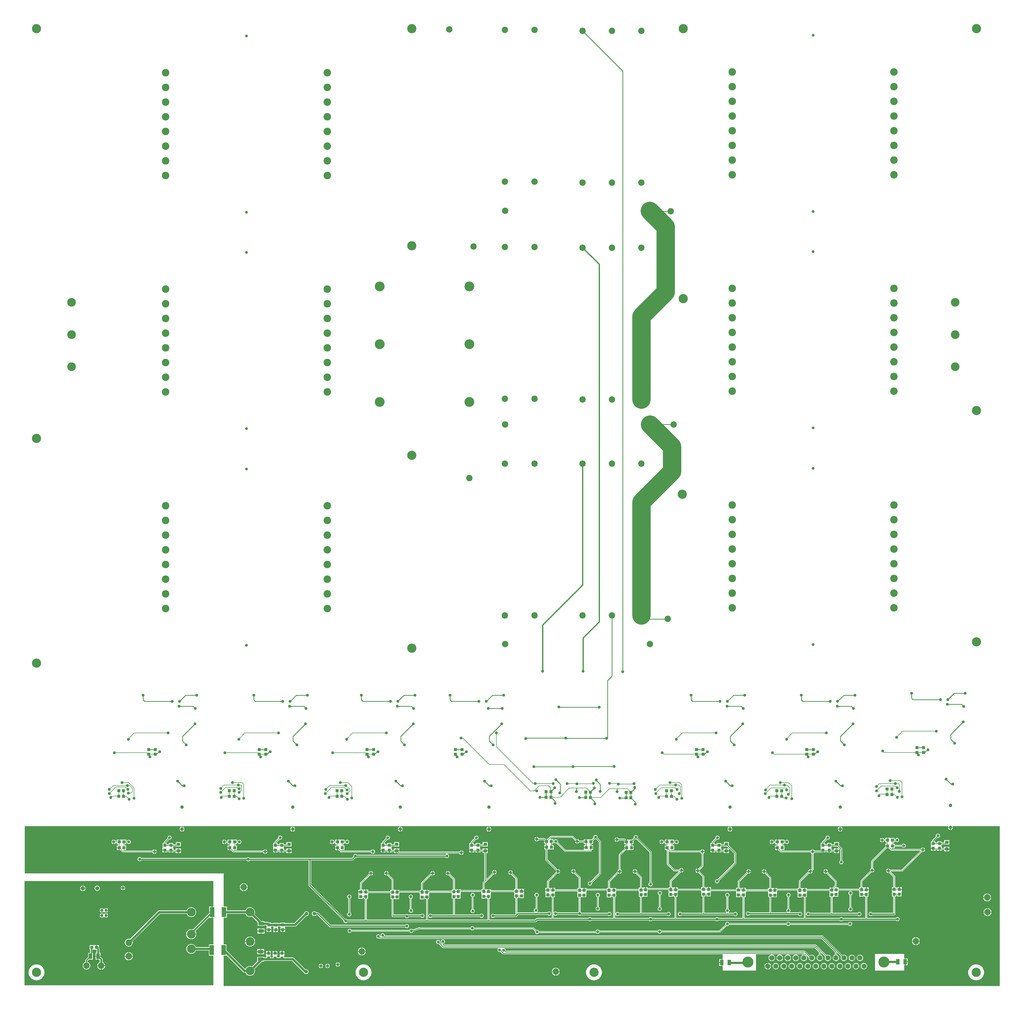
<source format=gbl>
G04 Layer_Physical_Order=2*
G04 Layer_Color=16711680*
%FSLAX25Y25*%
%MOIN*%
G70*
G01*
G75*
%ADD11R,0.07480X0.04724*%
%ADD12R,0.04724X0.07480*%
%ADD13R,0.04331X0.04331*%
%ADD14R,0.04331X0.04331*%
%ADD33C,0.00787*%
%ADD34C,0.01000*%
%ADD35C,0.25000*%
%ADD36C,0.01575*%
%ADD37C,0.03000*%
%ADD38C,0.12520*%
%ADD39C,0.10236*%
%ADD40C,0.03937*%
%ADD41C,0.09000*%
%ADD42C,0.11811*%
%ADD43C,0.05512*%
%ADD44C,0.08661*%
%ADD45C,0.07000*%
%ADD46C,0.15000*%
%ADD47C,0.04724*%
%ADD48C,0.13386*%
%ADD49C,0.04000*%
%ADD50C,0.05000*%
%ADD51R,0.05905X0.13780*%
%ADD52R,0.05118X0.04331*%
%ADD53C,0.02362*%
G36*
X261500Y113890D02*
X260429D01*
Y106000D01*
Y98110D01*
X261500D01*
Y62190D01*
X255676D01*
Y58345D01*
X237796D01*
X237725Y58578D01*
X237102Y59743D01*
X236264Y60764D01*
X235243Y61602D01*
X234079Y62225D01*
X232815Y62608D01*
X231500Y62738D01*
X230186Y62608D01*
X228922Y62225D01*
X227757Y61602D01*
X226735Y60764D01*
X225898Y59743D01*
X225275Y58578D01*
X224891Y57314D01*
X224762Y56000D01*
X224891Y54685D01*
X225275Y53421D01*
X225898Y52257D01*
X226735Y51236D01*
X227757Y50398D01*
X228922Y49775D01*
X230186Y49391D01*
X231500Y49262D01*
X232815Y49391D01*
X234079Y49775D01*
X235243Y50398D01*
X236264Y51236D01*
X237102Y52257D01*
X237725Y53421D01*
X237796Y53655D01*
X255676D01*
Y46810D01*
X261500D01*
Y6500D01*
X4500D01*
Y148500D01*
X261500D01*
Y113890D01*
D02*
G37*
G36*
X1331500Y5500D02*
X275500D01*
Y46810D01*
X279324D01*
Y46810D01*
X279762Y46992D01*
X302413Y24342D01*
X303173Y23833D01*
X304071Y23655D01*
X304071Y23655D01*
X305204D01*
X305275Y23422D01*
X305898Y22257D01*
X306735Y21236D01*
X307757Y20398D01*
X308922Y19775D01*
X310186Y19391D01*
X311500Y19262D01*
X312814Y19391D01*
X314078Y19775D01*
X315243Y20398D01*
X316265Y21236D01*
X317102Y22257D01*
X317725Y23422D01*
X318109Y24686D01*
X318238Y26000D01*
X318109Y27314D01*
X317725Y28578D01*
X317610Y28794D01*
X327654Y38838D01*
X330540D01*
Y39655D01*
X368529D01*
X384842Y23342D01*
X385156Y23132D01*
X385528Y22646D01*
X386218Y22117D01*
X387020Y21785D01*
X387882Y21671D01*
X388743Y21785D01*
X389546Y22117D01*
X390235Y22646D01*
X390764Y23336D01*
X391097Y24138D01*
X391210Y25000D01*
X391097Y25861D01*
X390764Y26664D01*
X390235Y27354D01*
X389546Y27883D01*
X388743Y28215D01*
X387882Y28328D01*
X387020Y28215D01*
X386724Y28092D01*
X371158Y43658D01*
X370397Y44167D01*
X369500Y44345D01*
X357965D01*
X357965Y46417D01*
X358165Y46835D01*
X358165Y46887D01*
Y49500D01*
X355000D01*
X351835D01*
Y46887D01*
X351835Y46835D01*
X352035Y46417D01*
X352035Y46335D01*
Y44345D01*
X348465D01*
X348465Y46417D01*
X348665Y46835D01*
X348665Y46887D01*
Y49500D01*
X345500D01*
X342335D01*
Y46887D01*
X342335Y46835D01*
X342535Y46417D01*
X342535Y46335D01*
Y44345D01*
X339465D01*
X339465Y46414D01*
X339665Y46831D01*
X339665Y46883D01*
Y49496D01*
X336500D01*
X333335D01*
Y46883D01*
X333335Y46831D01*
X333535Y46414D01*
X333535Y46331D01*
Y44345D01*
X330540D01*
Y45162D01*
X321460D01*
Y39276D01*
X314294Y32110D01*
X314078Y32225D01*
X312814Y32609D01*
X311500Y32738D01*
X310186Y32609D01*
X308922Y32225D01*
X307757Y31602D01*
X306735Y30764D01*
X305898Y29743D01*
X305359Y28736D01*
X304921Y28609D01*
X304766Y28622D01*
X279324Y54064D01*
Y62190D01*
X275500D01*
Y98310D01*
X279824D01*
Y103655D01*
X305204D01*
X305275Y103421D01*
X305898Y102257D01*
X306735Y101235D01*
X307757Y100398D01*
X308922Y99775D01*
X310186Y99392D01*
X311500Y99262D01*
X312814Y99392D01*
X314078Y99775D01*
X314294Y99890D01*
X321960Y92224D01*
Y87338D01*
X331040D01*
Y88155D01*
X334035D01*
X334035Y85834D01*
X333835Y85417D01*
X333835Y85365D01*
Y82752D01*
X337000D01*
X340165D01*
Y85365D01*
X340165Y85417D01*
X339965Y85834D01*
X339965Y85903D01*
X340000Y86403D01*
X343181D01*
X343535Y86049D01*
X343535Y85586D01*
X343335Y85169D01*
X343335Y85118D01*
Y82504D01*
X346500D01*
X349665D01*
Y85118D01*
X349665Y85169D01*
X349465Y85586D01*
X349465Y85669D01*
Y86403D01*
X352681D01*
X353035Y86049D01*
X353035Y85834D01*
X352835Y85417D01*
X352835Y85365D01*
Y82752D01*
X356000D01*
X359165D01*
Y85365D01*
X359165Y85417D01*
X358965Y85834D01*
X358965Y85903D01*
X359000Y86403D01*
X372748D01*
X373645Y86581D01*
X374406Y87090D01*
X388020Y100704D01*
X388264Y100672D01*
X389125Y100785D01*
X389928Y101117D01*
X390617Y101646D01*
X391146Y102336D01*
X391479Y103138D01*
X391592Y104000D01*
X391479Y104861D01*
X391146Y105664D01*
X390617Y106354D01*
X389928Y106883D01*
X389125Y107215D01*
X388264Y107328D01*
X387402Y107215D01*
X386599Y106883D01*
X385910Y106354D01*
X385381Y105664D01*
X385049Y104861D01*
X384974Y104290D01*
X371777Y91093D01*
X358965D01*
Y91713D01*
X353035D01*
Y91093D01*
X349465D01*
Y91465D01*
X343535D01*
Y91093D01*
X339965D01*
Y91713D01*
X337351D01*
X336906Y92158D01*
X336145Y92667D01*
X335248Y92845D01*
X331040D01*
Y93662D01*
X327154D01*
X317610Y103206D01*
X317725Y103421D01*
X318109Y104685D01*
X318238Y106000D01*
X318109Y107315D01*
X317725Y108579D01*
X317102Y109743D01*
X316265Y110765D01*
X315243Y111602D01*
X314078Y112225D01*
X312814Y112609D01*
X311500Y112738D01*
X310186Y112609D01*
X308922Y112225D01*
X307757Y111602D01*
X306735Y110765D01*
X305898Y109743D01*
X305275Y108579D01*
X305204Y108345D01*
X279824D01*
Y113690D01*
X275500D01*
Y158861D01*
X5000D01*
X5000Y223000D01*
X1261032D01*
X1261310Y222584D01*
X1261224Y222378D01*
X1261175Y222000D01*
X1264500D01*
X1267825D01*
X1267776Y222378D01*
X1267690Y222584D01*
X1267968Y223000D01*
X1331500D01*
X1331500Y5500D01*
D02*
G37*
%LPC*%
G36*
X231000Y82890D02*
X230146Y82806D01*
X228845Y82411D01*
X227645Y81770D01*
X226593Y80907D01*
X225730Y79855D01*
X225089Y78655D01*
X224694Y77354D01*
X224610Y76500D01*
X231000D01*
Y82890D01*
D02*
G37*
G36*
X109500Y101000D02*
X107040D01*
X107077Y100717D01*
X107379Y99987D01*
X107860Y99360D01*
X108487Y98879D01*
X109217Y98577D01*
X109500Y98540D01*
Y101000D01*
D02*
G37*
G36*
X259429Y105500D02*
X255976D01*
Y104904D01*
X233640Y82567D01*
X232854Y82806D01*
X232000Y82890D01*
Y76500D01*
X238390D01*
X238306Y77354D01*
X237911Y78655D01*
X237269Y79855D01*
X236986Y80200D01*
X255514Y98729D01*
X255976Y98537D01*
Y98110D01*
X259429D01*
Y105500D01*
D02*
G37*
G36*
X238390Y75500D02*
X232000D01*
Y69110D01*
X232854Y69194D01*
X234155Y69589D01*
X235355Y70231D01*
X236407Y71093D01*
X237269Y72145D01*
X237911Y73345D01*
X238306Y74646D01*
X238390Y75500D01*
D02*
G37*
G36*
X103248Y61165D02*
Y58500D01*
X105913D01*
Y61165D01*
X103248D01*
D02*
G37*
G36*
X231000Y75500D02*
X224610D01*
X224694Y74646D01*
X225089Y73345D01*
X225730Y72145D01*
X226593Y71093D01*
X227645Y70231D01*
X228845Y69589D01*
X230146Y69194D01*
X231000Y69110D01*
Y75500D01*
D02*
G37*
G36*
X83500Y138000D02*
X80278D01*
X80341Y137520D01*
X80719Y136606D01*
X81321Y135821D01*
X82106Y135219D01*
X83020Y134841D01*
X83500Y134777D01*
Y138000D01*
D02*
G37*
G36*
X103685Y142087D02*
X102757Y141964D01*
X101892Y141606D01*
X101149Y141036D01*
X100579Y140293D01*
X100221Y139428D01*
X100099Y138500D01*
X100221Y137572D01*
X100579Y136707D01*
X101149Y135964D01*
X101892Y135394D01*
X102757Y135036D01*
X103685Y134913D01*
X104613Y135036D01*
X105478Y135394D01*
X106221Y135964D01*
X106791Y136707D01*
X107149Y137572D01*
X107272Y138500D01*
X107149Y139428D01*
X106791Y140293D01*
X106221Y141036D01*
X105478Y141606D01*
X104613Y141964D01*
X103685Y142087D01*
D02*
G37*
G36*
X87722Y138000D02*
X84500D01*
Y134777D01*
X84980Y134841D01*
X85894Y135219D01*
X86679Y135821D01*
X87281Y136606D01*
X87659Y137520D01*
X87722Y138000D01*
D02*
G37*
G36*
X84500Y142222D02*
Y139000D01*
X87722D01*
X87659Y139480D01*
X87281Y140394D01*
X86679Y141179D01*
X85894Y141781D01*
X84980Y142159D01*
X84500Y142222D01*
D02*
G37*
G36*
X83500D02*
X83020Y142159D01*
X82106Y141781D01*
X81321Y141179D01*
X80719Y140394D01*
X80341Y139480D01*
X80278Y139000D01*
X83500D01*
Y142222D01*
D02*
G37*
G36*
X139118Y141960D02*
Y139500D01*
X141578D01*
X141541Y139783D01*
X141239Y140513D01*
X140758Y141140D01*
X140131Y141621D01*
X139401Y141923D01*
X139118Y141960D01*
D02*
G37*
G36*
X138118D02*
X137835Y141923D01*
X137105Y141621D01*
X136478Y141140D01*
X135998Y140513D01*
X135695Y139783D01*
X135658Y139500D01*
X138118D01*
Y141960D01*
D02*
G37*
G36*
X141578Y138500D02*
X139118D01*
Y136040D01*
X139401Y136077D01*
X140131Y136380D01*
X140758Y136860D01*
X141239Y137487D01*
X141541Y138217D01*
X141578Y138500D01*
D02*
G37*
G36*
X138118D02*
X135658D01*
X135695Y138217D01*
X135998Y137487D01*
X136478Y136860D01*
X137105Y136380D01*
X137835Y136077D01*
X138118Y136040D01*
Y138500D01*
D02*
G37*
G36*
X109500Y104460D02*
X109217Y104423D01*
X108487Y104121D01*
X107860Y103640D01*
X107379Y103013D01*
X107077Y102283D01*
X107040Y102000D01*
X109500D01*
Y104460D01*
D02*
G37*
G36*
X115000D02*
X114717Y104423D01*
X113987Y104121D01*
X113360Y103640D01*
X113051Y103236D01*
X113029Y103225D01*
X112471D01*
X112449Y103236D01*
X112140Y103640D01*
X111513Y104121D01*
X110783Y104423D01*
X110500Y104460D01*
Y101500D01*
Y98540D01*
X110783Y98577D01*
X111513Y98879D01*
X112140Y99360D01*
X112449Y99764D01*
X112471Y99775D01*
X113029D01*
X113051Y99764D01*
X113360Y99360D01*
X113987Y98879D01*
X114717Y98577D01*
X115000Y98540D01*
Y101500D01*
Y104460D01*
D02*
G37*
G36*
X116000D02*
Y102000D01*
X118460D01*
X118423Y102283D01*
X118121Y103013D01*
X117640Y103640D01*
X117013Y104121D01*
X116283Y104423D01*
X116000Y104460D01*
D02*
G37*
G36*
X231500Y112738D02*
X230186Y112609D01*
X228922Y112225D01*
X227757Y111602D01*
X226735Y110765D01*
X225898Y109743D01*
X225275Y108579D01*
X225204Y108345D01*
X188000D01*
X187103Y108167D01*
X186342Y107658D01*
X148211Y69528D01*
X147884Y69664D01*
X146500Y69846D01*
X145116Y69664D01*
X143827Y69130D01*
X142720Y68280D01*
X141870Y67173D01*
X141336Y65884D01*
X141154Y64500D01*
X141336Y63116D01*
X141870Y61827D01*
X142720Y60720D01*
X143827Y59870D01*
X145116Y59336D01*
X146500Y59154D01*
X147884Y59336D01*
X149173Y59870D01*
X150280Y60720D01*
X151129Y61827D01*
X151664Y63116D01*
X151846Y64500D01*
X151664Y65884D01*
X151528Y66211D01*
X188971Y103655D01*
X225204D01*
X225275Y103421D01*
X225898Y102257D01*
X226735Y101235D01*
X227757Y100398D01*
X228922Y99775D01*
X230186Y99392D01*
X231500Y99262D01*
X232815Y99392D01*
X234079Y99775D01*
X235243Y100398D01*
X236264Y101235D01*
X237102Y102257D01*
X237725Y103421D01*
X238108Y104685D01*
X238238Y106000D01*
X238108Y107315D01*
X237725Y108579D01*
X237102Y109743D01*
X236264Y110765D01*
X235243Y111602D01*
X234079Y112225D01*
X232815Y112609D01*
X231500Y112738D01*
D02*
G37*
G36*
X118460Y101000D02*
X116000D01*
Y98540D01*
X116283Y98577D01*
X117013Y98879D01*
X117640Y99360D01*
X118121Y99987D01*
X118423Y100717D01*
X118460Y101000D01*
D02*
G37*
G36*
X109500Y108000D02*
X107040D01*
X107077Y107717D01*
X107379Y106987D01*
X107860Y106360D01*
X108487Y105879D01*
X109217Y105577D01*
X109500Y105540D01*
Y108000D01*
D02*
G37*
G36*
X116000Y111460D02*
Y109000D01*
X118460D01*
X118423Y109283D01*
X118121Y110013D01*
X117640Y110640D01*
X117013Y111120D01*
X116283Y111423D01*
X116000Y111460D01*
D02*
G37*
G36*
X109500D02*
X109217Y111423D01*
X108487Y111120D01*
X107860Y110640D01*
X107379Y110013D01*
X107077Y109283D01*
X107040Y109000D01*
X109500D01*
Y111460D01*
D02*
G37*
G36*
X115000D02*
X114717Y111423D01*
X113987Y111120D01*
X113360Y110640D01*
X113051Y110236D01*
X113029Y110225D01*
X112471D01*
X112449Y110236D01*
X112140Y110640D01*
X111513Y111120D01*
X110783Y111423D01*
X110500Y111460D01*
Y108500D01*
Y105540D01*
X110783Y105577D01*
X111513Y105879D01*
X112140Y106360D01*
X112449Y106764D01*
X112471Y106775D01*
X113029D01*
X113051Y106764D01*
X113360Y106360D01*
X113987Y105879D01*
X114717Y105577D01*
X115000Y105540D01*
Y108500D01*
Y111460D01*
D02*
G37*
G36*
X118460Y108000D02*
X116000D01*
Y105540D01*
X116283Y105577D01*
X117013Y105879D01*
X117640Y106360D01*
X118121Y106987D01*
X118423Y107717D01*
X118460Y108000D01*
D02*
G37*
G36*
X259429Y113890D02*
X255976D01*
Y106500D01*
X259429D01*
Y113890D01*
D02*
G37*
G36*
X21000Y34833D02*
X19305Y34700D01*
X17652Y34303D01*
X16082Y33653D01*
X14632Y32764D01*
X13340Y31660D01*
X12236Y30368D01*
X11347Y28918D01*
X10697Y27348D01*
X10300Y25695D01*
X10167Y24000D01*
X10300Y22305D01*
X10697Y20652D01*
X11347Y19082D01*
X12236Y17632D01*
X13340Y16340D01*
X14632Y15236D01*
X16082Y14347D01*
X17652Y13697D01*
X19305Y13300D01*
X21000Y13167D01*
X22695Y13300D01*
X24348Y13697D01*
X25918Y14347D01*
X27368Y15236D01*
X28660Y16340D01*
X29764Y17632D01*
X30653Y19082D01*
X31303Y20652D01*
X31700Y22305D01*
X31833Y24000D01*
X31700Y25695D01*
X31303Y27348D01*
X30653Y28918D01*
X29764Y30368D01*
X28660Y31660D01*
X27368Y32764D01*
X25918Y33653D01*
X24348Y34303D01*
X22695Y34700D01*
X21000Y34833D01*
D02*
G37*
G36*
X114311Y32500D02*
X109500D01*
Y27689D01*
X110392Y27806D01*
X111688Y28344D01*
X112802Y29198D01*
X113656Y30312D01*
X114193Y31608D01*
X114311Y32500D01*
D02*
G37*
G36*
X108500D02*
X103689D01*
X103806Y31608D01*
X104344Y30312D01*
X105198Y29198D01*
X106312Y28344D01*
X107608Y27806D01*
X108500Y27689D01*
Y32500D01*
D02*
G37*
G36*
X104118Y45500D02*
X101256D01*
Y41260D01*
X104118D01*
Y45500D01*
D02*
G37*
G36*
X151982D02*
X147000D01*
Y40518D01*
X147936Y40642D01*
X149274Y41196D01*
X150423Y42077D01*
X151304Y43226D01*
X151858Y44564D01*
X151982Y45500D01*
D02*
G37*
G36*
X146000Y51482D02*
X145064Y51358D01*
X143726Y50804D01*
X142577Y49923D01*
X141696Y48774D01*
X141142Y47436D01*
X141018Y46500D01*
X146000D01*
Y51482D01*
D02*
G37*
G36*
X99586Y61165D02*
X99583D01*
X99165Y60965D01*
X99083Y60965D01*
X93287D01*
Y55035D01*
X93881D01*
Y50540D01*
X91220D01*
Y45127D01*
X87856Y41763D01*
X87505Y41238D01*
X87382Y40618D01*
Y37883D01*
X86413Y37482D01*
X85341Y36659D01*
X84518Y35587D01*
X84001Y34339D01*
X83825Y33000D01*
X84001Y31661D01*
X84518Y30413D01*
X85341Y29341D01*
X86413Y28518D01*
X87661Y28001D01*
X89000Y27825D01*
X90339Y28001D01*
X91588Y28518D01*
X92659Y29341D01*
X93482Y30413D01*
X93999Y31661D01*
X94175Y33000D01*
X93999Y34339D01*
X93482Y35587D01*
X92659Y36659D01*
X91588Y37482D01*
X90618Y37883D01*
Y39948D01*
X92131Y41460D01*
X97544D01*
Y50540D01*
X97119D01*
Y55035D01*
X99165Y55035D01*
X99583Y54835D01*
X99634Y54835D01*
X102598D01*
Y50740D01*
X101256D01*
Y46500D01*
X107980D01*
Y50740D01*
X106638D01*
Y56130D01*
X106484Y56903D01*
X106085Y57500D01*
X102748D01*
Y58000D01*
X102248D01*
Y61165D01*
X99634D01*
X99586Y61165D01*
D02*
G37*
G36*
X146000Y45500D02*
X141018D01*
X141142Y44564D01*
X141696Y43226D01*
X142577Y42077D01*
X143726Y41196D01*
X145064Y40642D01*
X146000Y40518D01*
Y45500D01*
D02*
G37*
G36*
X147000Y51482D02*
Y46500D01*
X151982D01*
X151858Y47436D01*
X151304Y48774D01*
X150423Y49923D01*
X149274Y50804D01*
X147936Y51358D01*
X147000Y51482D01*
D02*
G37*
G36*
X107980Y45500D02*
X105118D01*
Y41260D01*
X106502D01*
X106980Y40781D01*
Y37933D01*
X106312Y37656D01*
X105198Y36802D01*
X104344Y35688D01*
X103806Y34392D01*
X103689Y33500D01*
X114311D01*
X114193Y34392D01*
X113656Y35688D01*
X112802Y36802D01*
X111688Y37656D01*
X111020Y37933D01*
Y41618D01*
X110866Y42391D01*
X110428Y43046D01*
X107980Y45494D01*
Y45500D01*
D02*
G37*
G36*
X349665Y81504D02*
X347000D01*
Y78839D01*
X349665D01*
Y81504D01*
D02*
G37*
G36*
X340165Y81752D02*
X337500D01*
Y79087D01*
X340165D01*
Y81752D01*
D02*
G37*
G36*
X336500D02*
X333835D01*
Y79087D01*
X336500D01*
Y81752D01*
D02*
G37*
G36*
X346000Y81504D02*
X343335D01*
Y78839D01*
X346000D01*
Y81504D01*
D02*
G37*
G36*
X492000Y77324D02*
X491269Y77228D01*
X490588Y76946D01*
X490003Y76497D01*
X489554Y75912D01*
X489272Y75231D01*
X489176Y74500D01*
X489272Y73769D01*
X489554Y73088D01*
X489719Y72873D01*
X489511Y72434D01*
X489147Y72405D01*
X488796Y72787D01*
X488824Y73000D01*
X488728Y73731D01*
X488446Y74412D01*
X487997Y74997D01*
X487412Y75446D01*
X486731Y75728D01*
X486000Y75824D01*
X485269Y75728D01*
X484588Y75446D01*
X484003Y74997D01*
X483554Y74412D01*
X483272Y73731D01*
X483176Y73000D01*
X483272Y72269D01*
X483554Y71588D01*
X484003Y71003D01*
X484588Y70554D01*
X485269Y70272D01*
X486000Y70176D01*
X486731Y70272D01*
X486818Y70308D01*
X487063Y70063D01*
X487493Y69775D01*
X488000Y69674D01*
X1089228D01*
X1107411Y51492D01*
Y47786D01*
X1106568Y47437D01*
X1105669Y46748D01*
X1104980Y45850D01*
X1104547Y44804D01*
X1104399Y43681D01*
X1104547Y42559D01*
X1104980Y41513D01*
X1105669Y40614D01*
X1106568Y39925D01*
X1107614Y39492D01*
X1108736Y39344D01*
X1109859Y39492D01*
X1110905Y39925D01*
X1111803Y40614D01*
X1112492Y41513D01*
X1112926Y42559D01*
X1113073Y43681D01*
X1112926Y44804D01*
X1112492Y45850D01*
X1111803Y46748D01*
X1110905Y47437D01*
X1110062Y47786D01*
Y50733D01*
X1110524Y50925D01*
X1115802Y45647D01*
X1115452Y44804D01*
X1115305Y43681D01*
X1115452Y42559D01*
X1115886Y41513D01*
X1116575Y40614D01*
X1117473Y39925D01*
X1118519Y39492D01*
X1119642Y39344D01*
X1120764Y39492D01*
X1121810Y39925D01*
X1122709Y40614D01*
X1123398Y41513D01*
X1123831Y42559D01*
X1123979Y43681D01*
X1123831Y44804D01*
X1123398Y45850D01*
X1122709Y46748D01*
X1121810Y47437D01*
X1120764Y47870D01*
X1119642Y48018D01*
X1118519Y47870D01*
X1117676Y47521D01*
X1091460Y73737D01*
X1091030Y74025D01*
X1090523Y74125D01*
X495153D01*
X494824Y74500D01*
X494728Y75231D01*
X494446Y75912D01*
X493997Y76497D01*
X493412Y76946D01*
X492731Y77228D01*
X492000Y77324D01*
D02*
G37*
G36*
X331240Y79764D02*
X327000D01*
Y76902D01*
X331240D01*
Y79764D01*
D02*
G37*
G36*
X326000D02*
X321760D01*
Y76902D01*
X326000D01*
Y79764D01*
D02*
G37*
G36*
X1128000Y92824D02*
X1127269Y92728D01*
X1126588Y92446D01*
X1126003Y91997D01*
X1125554Y91412D01*
X1125473Y91217D01*
X1046527D01*
X1046446Y91412D01*
X1045997Y91997D01*
X1045412Y92446D01*
X1044731Y92728D01*
X1044000Y92824D01*
X1043269Y92728D01*
X1042588Y92446D01*
X1042003Y91997D01*
X1041554Y91412D01*
X1041473Y91217D01*
X963527D01*
X963446Y91412D01*
X962997Y91997D01*
X962412Y92446D01*
X961731Y92728D01*
X961000Y92824D01*
X960269Y92728D01*
X959588Y92446D01*
X959003Y91997D01*
X958554Y91412D01*
X958272Y90731D01*
X958176Y90000D01*
X958272Y89269D01*
X958353Y89074D01*
X949996Y80717D01*
X871527D01*
X871446Y80912D01*
X870997Y81497D01*
X870412Y81946D01*
X869731Y82228D01*
X869000Y82324D01*
X868269Y82228D01*
X867588Y81946D01*
X867003Y81497D01*
X866554Y80912D01*
X866473Y80717D01*
X787027D01*
X786946Y80912D01*
X786497Y81497D01*
X785912Y81946D01*
X785231Y82228D01*
X784500Y82324D01*
X783769Y82228D01*
X783088Y81946D01*
X782503Y81497D01*
X782054Y80912D01*
X781772Y80231D01*
X781770Y80217D01*
X704527D01*
X704446Y80412D01*
X703997Y80997D01*
X703412Y81446D01*
X702731Y81728D01*
X702000Y81824D01*
X701269Y81728D01*
X701074Y81647D01*
X697861Y84861D01*
X697466Y85124D01*
X697000Y85217D01*
X616527D01*
X616446Y85412D01*
X615997Y85997D01*
X615412Y86446D01*
X614731Y86728D01*
X614000Y86824D01*
X613269Y86728D01*
X612588Y86446D01*
X612003Y85997D01*
X611554Y85412D01*
X611473Y85217D01*
X542967D01*
X542629Y85319D01*
X542114Y85268D01*
X532999Y82494D01*
X532997Y82497D01*
X532412Y82946D01*
X531731Y83228D01*
X531000Y83324D01*
X530269Y83228D01*
X529588Y82946D01*
X529003Y82497D01*
X528554Y81912D01*
X528473Y81717D01*
X449527D01*
X449446Y81912D01*
X448997Y82497D01*
X448412Y82946D01*
X447731Y83228D01*
X447000Y83324D01*
X446269Y83228D01*
X445588Y82946D01*
X445003Y82497D01*
X444554Y81912D01*
X444272Y81231D01*
X444176Y80500D01*
X444272Y79769D01*
X444554Y79088D01*
X445003Y78503D01*
X445588Y78054D01*
X446269Y77772D01*
X447000Y77676D01*
X447731Y77772D01*
X448412Y78054D01*
X448997Y78503D01*
X449446Y79088D01*
X449527Y79283D01*
X528473D01*
X528554Y79088D01*
X529003Y78503D01*
X529588Y78054D01*
X530269Y77772D01*
X531000Y77676D01*
X531731Y77772D01*
X532412Y78054D01*
X532997Y78503D01*
X533446Y79088D01*
X533728Y79769D01*
X533752Y79952D01*
X542886Y82732D01*
X542981Y82783D01*
X611473D01*
X611554Y82588D01*
X612003Y82003D01*
X612588Y81554D01*
X613269Y81272D01*
X614000Y81176D01*
X614731Y81272D01*
X615412Y81554D01*
X615997Y82003D01*
X616446Y82588D01*
X616527Y82783D01*
X696496D01*
X699353Y79926D01*
X699272Y79731D01*
X699176Y79000D01*
X699272Y78269D01*
X699554Y77588D01*
X700003Y77003D01*
X700588Y76554D01*
X701269Y76272D01*
X702000Y76176D01*
X702731Y76272D01*
X703412Y76554D01*
X703997Y77003D01*
X704446Y77588D01*
X704527Y77783D01*
X782288D01*
X782503Y77503D01*
X783088Y77054D01*
X783769Y76772D01*
X784500Y76676D01*
X785231Y76772D01*
X785912Y77054D01*
X786497Y77503D01*
X786946Y78088D01*
X787027Y78283D01*
X866473D01*
X866554Y78088D01*
X867003Y77503D01*
X867588Y77054D01*
X868269Y76772D01*
X869000Y76676D01*
X869731Y76772D01*
X870412Y77054D01*
X870997Y77503D01*
X871446Y78088D01*
X871527Y78283D01*
X950500D01*
X950966Y78376D01*
X951361Y78639D01*
X960074Y87353D01*
X960269Y87272D01*
X961000Y87176D01*
X961731Y87272D01*
X962412Y87554D01*
X962997Y88003D01*
X963446Y88588D01*
X963527Y88783D01*
X1041473D01*
X1041554Y88588D01*
X1042003Y88003D01*
X1042588Y87554D01*
X1043269Y87272D01*
X1044000Y87176D01*
X1044731Y87272D01*
X1045412Y87554D01*
X1045997Y88003D01*
X1046446Y88588D01*
X1046527Y88783D01*
X1125473D01*
X1125554Y88588D01*
X1126003Y88003D01*
X1126588Y87554D01*
X1127269Y87272D01*
X1128000Y87176D01*
X1128731Y87272D01*
X1129412Y87554D01*
X1129997Y88003D01*
X1130446Y88588D01*
X1130728Y89269D01*
X1130824Y90000D01*
X1130728Y90731D01*
X1130446Y91412D01*
X1129997Y91997D01*
X1129412Y92446D01*
X1128731Y92728D01*
X1128000Y92824D01*
D02*
G37*
G36*
X399000Y107328D02*
X398138Y107215D01*
X397336Y106883D01*
X396646Y106354D01*
X396117Y105664D01*
X395785Y104861D01*
X395672Y104000D01*
X395785Y103138D01*
X396117Y102336D01*
X396646Y101646D01*
X397336Y101117D01*
X398138Y100785D01*
X399000Y100672D01*
X399862Y100785D01*
X400664Y101117D01*
X401354Y101646D01*
X401883Y102336D01*
X401901Y102382D01*
X402830D01*
X419356Y85856D01*
X419881Y85505D01*
X420500Y85382D01*
X522713D01*
X523003Y85003D01*
X523588Y84554D01*
X524269Y84272D01*
X525000Y84176D01*
X525731Y84272D01*
X526412Y84554D01*
X526997Y85003D01*
X527446Y85588D01*
X527728Y86269D01*
X527824Y87000D01*
X527728Y87731D01*
X527446Y88412D01*
X526997Y88997D01*
X526412Y89446D01*
X525731Y89728D01*
X525000Y89824D01*
X524269Y89728D01*
X523588Y89446D01*
X523003Y88997D01*
X522713Y88618D01*
X421170D01*
X404644Y105145D01*
X404119Y105495D01*
X403500Y105619D01*
X401901D01*
X401883Y105664D01*
X401354Y106354D01*
X400664Y106883D01*
X399862Y107215D01*
X399000Y107328D01*
D02*
G37*
G36*
X359165Y81752D02*
X356500D01*
Y79087D01*
X359165D01*
Y81752D01*
D02*
G37*
G36*
X355500D02*
X352835D01*
Y79087D01*
X355500D01*
Y81752D01*
D02*
G37*
G36*
X331240Y83626D02*
X327000D01*
Y80764D01*
X331240D01*
Y83626D01*
D02*
G37*
G36*
X326000D02*
X321760D01*
Y80764D01*
X326000D01*
Y83626D01*
D02*
G37*
G36*
X464000Y57811D02*
Y53000D01*
X468811D01*
X468693Y53892D01*
X468156Y55188D01*
X467302Y56302D01*
X466188Y57156D01*
X464892Y57693D01*
X464000Y57811D01*
D02*
G37*
G36*
X318390Y65500D02*
X312000D01*
Y59110D01*
X312854Y59194D01*
X314155Y59589D01*
X315355Y60230D01*
X316407Y61093D01*
X317269Y62145D01*
X317911Y63345D01*
X318306Y64646D01*
X318390Y65500D01*
D02*
G37*
G36*
X311000D02*
X304610D01*
X304694Y64646D01*
X305089Y63345D01*
X305731Y62145D01*
X306593Y61093D01*
X307645Y60230D01*
X308845Y59589D01*
X310146Y59194D01*
X311000Y59110D01*
Y65500D01*
D02*
G37*
G36*
X325500Y55598D02*
X321260D01*
Y52736D01*
X325500D01*
Y55598D01*
D02*
G37*
G36*
X358165Y53165D02*
X355500D01*
Y50500D01*
X358165D01*
Y53165D01*
D02*
G37*
G36*
X463000Y57811D02*
X462108Y57693D01*
X460812Y57156D01*
X459698Y56302D01*
X458844Y55188D01*
X458307Y53892D01*
X458189Y53000D01*
X463000D01*
Y57811D01*
D02*
G37*
G36*
X330740Y55598D02*
X326500D01*
Y52736D01*
X330740D01*
Y55598D01*
D02*
G37*
G36*
X1217000Y71811D02*
X1216108Y71693D01*
X1214812Y71156D01*
X1213698Y70302D01*
X1212844Y69188D01*
X1212306Y67892D01*
X1212189Y67000D01*
X1217000D01*
Y71811D01*
D02*
G37*
G36*
X312000Y72890D02*
Y66500D01*
X318390D01*
X318306Y67354D01*
X317911Y68655D01*
X317269Y69855D01*
X316407Y70907D01*
X315355Y71769D01*
X314155Y72411D01*
X312854Y72806D01*
X312000Y72890D01*
D02*
G37*
G36*
X1218000Y71811D02*
Y67000D01*
X1222811D01*
X1222694Y67892D01*
X1222156Y69188D01*
X1221302Y70302D01*
X1220188Y71156D01*
X1218892Y71693D01*
X1218000Y71811D01*
D02*
G37*
G36*
X1222811Y66000D02*
X1218000D01*
Y61189D01*
X1218892Y61307D01*
X1220188Y61844D01*
X1221302Y62698D01*
X1222156Y63812D01*
X1222694Y65108D01*
X1222811Y66000D01*
D02*
G37*
G36*
X1217000D02*
X1212189D01*
X1212306Y65108D01*
X1212844Y63812D01*
X1213698Y62698D01*
X1214812Y61844D01*
X1216108Y61307D01*
X1217000Y61189D01*
Y66000D01*
D02*
G37*
G36*
X311000Y72890D02*
X310146Y72806D01*
X308845Y72411D01*
X307645Y71769D01*
X306593Y70907D01*
X305731Y69855D01*
X305089Y68655D01*
X304694Y67354D01*
X304610Y66500D01*
X311000D01*
Y72890D01*
D02*
G37*
G36*
X574000Y68824D02*
X573269Y68728D01*
X572588Y68446D01*
X572003Y67997D01*
X571554Y67412D01*
X571272Y66731D01*
X571176Y66000D01*
X571272Y65269D01*
X571554Y64588D01*
X572003Y64003D01*
X572588Y63554D01*
X572675Y63518D01*
Y62907D01*
X572175Y62700D01*
X570192Y64682D01*
X570228Y64769D01*
X570324Y65500D01*
X570228Y66231D01*
X569946Y66912D01*
X569497Y67497D01*
X568912Y67946D01*
X568231Y68228D01*
X567500Y68324D01*
X566769Y68228D01*
X566088Y67946D01*
X565503Y67497D01*
X565054Y66912D01*
X564772Y66231D01*
X564676Y65500D01*
X564772Y64769D01*
X565054Y64088D01*
X565503Y63503D01*
X566088Y63054D01*
X566769Y62772D01*
X567500Y62676D01*
X568231Y62772D01*
X568318Y62808D01*
X573563Y57563D01*
X573993Y57275D01*
X574500Y57174D01*
X649065D01*
X649234Y56674D01*
X649003Y56497D01*
X648554Y55912D01*
X648272Y55231D01*
X648176Y54500D01*
X648272Y53769D01*
X648554Y53088D01*
X649003Y52503D01*
X649588Y52054D01*
X650269Y51772D01*
X651000Y51676D01*
X651731Y51772D01*
X652108Y51928D01*
X652263Y51696D01*
X654896Y49063D01*
X655326Y48775D01*
X655833Y48674D01*
X954750D01*
X954750Y42240D01*
X953882D01*
Y37500D01*
Y32760D01*
X954750D01*
X954750Y26500D01*
X1000000Y26500D01*
X1000000Y48674D01*
X1021115D01*
X1021147Y48175D01*
X1020317Y48065D01*
X1019223Y47612D01*
X1018283Y46891D01*
X1017561Y45950D01*
X1017108Y44856D01*
X1017019Y44181D01*
X1021492D01*
X1025965D01*
X1025876Y44856D01*
X1025423Y45950D01*
X1024702Y46891D01*
X1023761Y47612D01*
X1022667Y48065D01*
X1021837Y48175D01*
X1021870Y48674D01*
X1032020D01*
X1032053Y48175D01*
X1031223Y48065D01*
X1030128Y47612D01*
X1029188Y46891D01*
X1028467Y45950D01*
X1028014Y44856D01*
X1027925Y44181D01*
X1032398D01*
X1036871D01*
X1036782Y44856D01*
X1036328Y45950D01*
X1035607Y46891D01*
X1034667Y47612D01*
X1033572Y48065D01*
X1032743Y48175D01*
X1032775Y48674D01*
X1042925D01*
X1042958Y48175D01*
X1042128Y48065D01*
X1041034Y47612D01*
X1040094Y46891D01*
X1039372Y45950D01*
X1038919Y44856D01*
X1038830Y44181D01*
X1043303D01*
X1047776D01*
X1047687Y44856D01*
X1047234Y45950D01*
X1046513Y46891D01*
X1045573Y47612D01*
X1044478Y48065D01*
X1043648Y48175D01*
X1043681Y48674D01*
X1053831D01*
X1053864Y48175D01*
X1053034Y48065D01*
X1051939Y47612D01*
X1050999Y46891D01*
X1050278Y45950D01*
X1049825Y44856D01*
X1049736Y44181D01*
X1054209D01*
X1058682D01*
X1058593Y44856D01*
X1058139Y45950D01*
X1057418Y46891D01*
X1056478Y47612D01*
X1055383Y48065D01*
X1054554Y48175D01*
X1054586Y48674D01*
X1063451D01*
X1063789Y48337D01*
Y47786D01*
X1062946Y47437D01*
X1062047Y46748D01*
X1061358Y45850D01*
X1060925Y44804D01*
X1060777Y43681D01*
X1060925Y42559D01*
X1061358Y41513D01*
X1062047Y40614D01*
X1062946Y39925D01*
X1063992Y39492D01*
X1065114Y39344D01*
X1066237Y39492D01*
X1067283Y39925D01*
X1068181Y40614D01*
X1068870Y41513D01*
X1069304Y42559D01*
X1069451Y43681D01*
X1069304Y44804D01*
X1068870Y45850D01*
X1068181Y46748D01*
X1067283Y47437D01*
X1066440Y47786D01*
Y48886D01*
X1066364Y49264D01*
X1066798Y49537D01*
X1071796Y44539D01*
X1071683Y43681D01*
X1071830Y42559D01*
X1072264Y41513D01*
X1072953Y40614D01*
X1073851Y39925D01*
X1074897Y39492D01*
X1076020Y39344D01*
X1077142Y39492D01*
X1078188Y39925D01*
X1079086Y40614D01*
X1079776Y41513D01*
X1080209Y42559D01*
X1080357Y43681D01*
X1080209Y44804D01*
X1079776Y45850D01*
X1079086Y46748D01*
X1078188Y47437D01*
X1077142Y47870D01*
X1076020Y48018D01*
X1074897Y47870D01*
X1073851Y47437D01*
X1073170Y46914D01*
X1067147Y52937D01*
X1066717Y53225D01*
X1066210Y53325D01*
X660049D01*
X659316Y54058D01*
X659228Y54731D01*
X658946Y55412D01*
X658497Y55997D01*
X657912Y56446D01*
X657360Y56674D01*
X657459Y57174D01*
X1079917D01*
X1085600Y51492D01*
Y47786D01*
X1084757Y47437D01*
X1083858Y46748D01*
X1083169Y45850D01*
X1082736Y44804D01*
X1082588Y43681D01*
X1082736Y42559D01*
X1083169Y41513D01*
X1083858Y40614D01*
X1084757Y39925D01*
X1085803Y39492D01*
X1086925Y39344D01*
X1088048Y39492D01*
X1089094Y39925D01*
X1089992Y40614D01*
X1090681Y41513D01*
X1091115Y42559D01*
X1091262Y43681D01*
X1091115Y44804D01*
X1090681Y45850D01*
X1089992Y46748D01*
X1089094Y47437D01*
X1088251Y47786D01*
Y50733D01*
X1088713Y50925D01*
X1093991Y45647D01*
X1093641Y44804D01*
X1093494Y43681D01*
X1093641Y42559D01*
X1094075Y41513D01*
X1094764Y40614D01*
X1095662Y39925D01*
X1096708Y39492D01*
X1097831Y39344D01*
X1098953Y39492D01*
X1099999Y39925D01*
X1100898Y40614D01*
X1101587Y41513D01*
X1102020Y42559D01*
X1102168Y43681D01*
X1102020Y44804D01*
X1101587Y45850D01*
X1100898Y46748D01*
X1099999Y47437D01*
X1098953Y47870D01*
X1097831Y48018D01*
X1096708Y47870D01*
X1095865Y47521D01*
X1082062Y61325D01*
X1081632Y61612D01*
X1081124Y61713D01*
X576662D01*
X575325Y63049D01*
Y63518D01*
X575412Y63554D01*
X575997Y64003D01*
X576446Y64588D01*
X576728Y65269D01*
X576824Y66000D01*
X576728Y66731D01*
X576446Y67412D01*
X575997Y67997D01*
X575412Y68446D01*
X574731Y68728D01*
X574000Y68824D01*
D02*
G37*
G36*
X308311Y139500D02*
X303500D01*
Y134689D01*
X304392Y134807D01*
X305688Y135344D01*
X306802Y136198D01*
X307656Y137312D01*
X308193Y138608D01*
X308311Y139500D01*
D02*
G37*
G36*
X1314000Y131311D02*
X1313108Y131193D01*
X1311812Y130656D01*
X1310698Y129802D01*
X1309844Y128688D01*
X1309307Y127392D01*
X1309189Y126500D01*
X1314000D01*
Y131311D01*
D02*
G37*
G36*
X1319811Y125500D02*
X1315000D01*
Y120689D01*
X1315892Y120807D01*
X1317188Y121344D01*
X1318302Y122198D01*
X1319156Y123312D01*
X1319693Y124608D01*
X1319811Y125500D01*
D02*
G37*
G36*
X302500Y139500D02*
X297689D01*
X297807Y138608D01*
X298344Y137312D01*
X299198Y136198D01*
X300312Y135344D01*
X301608Y134807D01*
X302500Y134689D01*
Y139500D01*
D02*
G37*
G36*
X1315000Y131311D02*
Y126500D01*
X1319811D01*
X1319693Y127392D01*
X1319156Y128688D01*
X1318302Y129802D01*
X1317188Y130656D01*
X1315892Y131193D01*
X1315000Y131311D01*
D02*
G37*
G36*
X684169Y137661D02*
X681504D01*
Y134996D01*
X684169D01*
Y137661D01*
D02*
G37*
G36*
X1198165Y140161D02*
X1195500D01*
Y137496D01*
X1198165D01*
Y140161D01*
D02*
G37*
G36*
X1153165Y139661D02*
X1150500D01*
Y136996D01*
X1153165D01*
Y139661D01*
D02*
G37*
G36*
X1320311Y105500D02*
X1315500D01*
Y100689D01*
X1316392Y100806D01*
X1317688Y101344D01*
X1318802Y102198D01*
X1319656Y103312D01*
X1320193Y104608D01*
X1320311Y105500D01*
D02*
G37*
G36*
X1314500D02*
X1309689D01*
X1309807Y104608D01*
X1310344Y103312D01*
X1311198Y102198D01*
X1312312Y101344D01*
X1313608Y100806D01*
X1314500Y100689D01*
Y105500D01*
D02*
G37*
G36*
X446504Y129824D02*
X445773Y129728D01*
X445092Y129446D01*
X444507Y128997D01*
X444058Y128412D01*
X443776Y127731D01*
X443680Y127000D01*
X443776Y126269D01*
X444058Y125588D01*
X444507Y125003D01*
X445092Y124554D01*
X445179Y124518D01*
Y105483D01*
X445088Y105446D01*
X444503Y104997D01*
X444054Y104412D01*
X443772Y103731D01*
X443676Y103000D01*
X443772Y102269D01*
X444054Y101588D01*
X444503Y101003D01*
X445088Y100554D01*
X445769Y100272D01*
X446500Y100176D01*
X447231Y100272D01*
X447912Y100554D01*
X448497Y101003D01*
X448946Y101588D01*
X449228Y102269D01*
X449324Y103000D01*
X449228Y103731D01*
X448946Y104412D01*
X448497Y104997D01*
X447912Y105446D01*
X447829Y105480D01*
Y124518D01*
X447916Y124554D01*
X448501Y125003D01*
X448950Y125588D01*
X449232Y126269D01*
X449328Y127000D01*
X449232Y127731D01*
X448950Y128412D01*
X448501Y128997D01*
X447916Y129446D01*
X447235Y129728D01*
X446504Y129824D01*
D02*
G37*
G36*
X1314000Y125500D02*
X1309189D01*
X1309307Y124608D01*
X1309844Y123312D01*
X1310698Y122198D01*
X1311812Y121344D01*
X1313108Y120807D01*
X1314000Y120689D01*
Y125500D01*
D02*
G37*
G36*
X1314500Y111311D02*
X1313608Y111194D01*
X1312312Y110656D01*
X1311198Y109802D01*
X1310344Y108688D01*
X1309807Y107392D01*
X1309689Y106500D01*
X1314500D01*
Y111311D01*
D02*
G37*
G36*
X1315500D02*
Y106500D01*
X1320311D01*
X1320193Y107392D01*
X1319656Y108688D01*
X1318802Y109802D01*
X1317688Y110656D01*
X1316392Y111194D01*
X1315500Y111311D01*
D02*
G37*
G36*
X348665Y53165D02*
X346000D01*
Y50500D01*
X348665D01*
Y53165D01*
D02*
G37*
G36*
X1125095Y36837D02*
X1123972Y36689D01*
X1122926Y36256D01*
X1122028Y35567D01*
X1121338Y34668D01*
X1120905Y33623D01*
X1120757Y32500D01*
X1120905Y31378D01*
X1121338Y30332D01*
X1122028Y29433D01*
X1122926Y28744D01*
X1123972Y28311D01*
X1125095Y28163D01*
X1126217Y28311D01*
X1127263Y28744D01*
X1128161Y29433D01*
X1128850Y30332D01*
X1129284Y31378D01*
X1129432Y32500D01*
X1129284Y33623D01*
X1128850Y34668D01*
X1128161Y35567D01*
X1127263Y36256D01*
X1126217Y36689D01*
X1125095Y36837D01*
D02*
G37*
G36*
X1114189D02*
X1113066Y36689D01*
X1112020Y36256D01*
X1111122Y35567D01*
X1110433Y34668D01*
X1110000Y33623D01*
X1109852Y32500D01*
X1110000Y31378D01*
X1110433Y30332D01*
X1111122Y29433D01*
X1112020Y28744D01*
X1113066Y28311D01*
X1114189Y28163D01*
X1115312Y28311D01*
X1116358Y28744D01*
X1117256Y29433D01*
X1117945Y30332D01*
X1118378Y31378D01*
X1118526Y32500D01*
X1118378Y33623D01*
X1117945Y34668D01*
X1117256Y35567D01*
X1116358Y36256D01*
X1115312Y36689D01*
X1114189Y36837D01*
D02*
G37*
G36*
X1146906D02*
X1145783Y36689D01*
X1144737Y36256D01*
X1143839Y35567D01*
X1143149Y34668D01*
X1142716Y33623D01*
X1142568Y32500D01*
X1142716Y31378D01*
X1143149Y30332D01*
X1143839Y29433D01*
X1144737Y28744D01*
X1145783Y28311D01*
X1146906Y28163D01*
X1148028Y28311D01*
X1149074Y28744D01*
X1149972Y29433D01*
X1150661Y30332D01*
X1151095Y31378D01*
X1151243Y32500D01*
X1151095Y33623D01*
X1150661Y34668D01*
X1149972Y35567D01*
X1149074Y36256D01*
X1148028Y36689D01*
X1146906Y36837D01*
D02*
G37*
G36*
X1136000D02*
X1134877Y36689D01*
X1133832Y36256D01*
X1132933Y35567D01*
X1132244Y34668D01*
X1131811Y33623D01*
X1131663Y32500D01*
X1131811Y31378D01*
X1132244Y30332D01*
X1132933Y29433D01*
X1133832Y28744D01*
X1134877Y28311D01*
X1136000Y28163D01*
X1137123Y28311D01*
X1138169Y28744D01*
X1139067Y29433D01*
X1139756Y30332D01*
X1140189Y31378D01*
X1140337Y32500D01*
X1140189Y33623D01*
X1139756Y34668D01*
X1139067Y35567D01*
X1138169Y36256D01*
X1137123Y36689D01*
X1136000Y36837D01*
D02*
G37*
G36*
X1081472D02*
X1080350Y36689D01*
X1079304Y36256D01*
X1078406Y35567D01*
X1077716Y34668D01*
X1077283Y33623D01*
X1077135Y32500D01*
X1077283Y31378D01*
X1077716Y30332D01*
X1078406Y29433D01*
X1079304Y28744D01*
X1080350Y28311D01*
X1081472Y28163D01*
X1082595Y28311D01*
X1083641Y28744D01*
X1084539Y29433D01*
X1085229Y30332D01*
X1085662Y31378D01*
X1085810Y32500D01*
X1085662Y33623D01*
X1085229Y34668D01*
X1084539Y35567D01*
X1083641Y36256D01*
X1082595Y36689D01*
X1081472Y36837D01*
D02*
G37*
G36*
X1070567D02*
X1069444Y36689D01*
X1068398Y36256D01*
X1067500Y35567D01*
X1066811Y34668D01*
X1066378Y33623D01*
X1066230Y32500D01*
X1066378Y31378D01*
X1066811Y30332D01*
X1067500Y29433D01*
X1068398Y28744D01*
X1069444Y28311D01*
X1070567Y28163D01*
X1071690Y28311D01*
X1072736Y28744D01*
X1073634Y29433D01*
X1074323Y30332D01*
X1074756Y31378D01*
X1074904Y32500D01*
X1074756Y33623D01*
X1074323Y34668D01*
X1073634Y35567D01*
X1072736Y36256D01*
X1071690Y36689D01*
X1070567Y36837D01*
D02*
G37*
G36*
X1103284D02*
X1102161Y36689D01*
X1101115Y36256D01*
X1100217Y35567D01*
X1099527Y34668D01*
X1099094Y33623D01*
X1098946Y32500D01*
X1099094Y31378D01*
X1099527Y30332D01*
X1100217Y29433D01*
X1101115Y28744D01*
X1102161Y28311D01*
X1103284Y28163D01*
X1104406Y28311D01*
X1105452Y28744D01*
X1106350Y29433D01*
X1107040Y30332D01*
X1107473Y31378D01*
X1107621Y32500D01*
X1107473Y33623D01*
X1107040Y34668D01*
X1106350Y35567D01*
X1105452Y36256D01*
X1104406Y36689D01*
X1103284Y36837D01*
D02*
G37*
G36*
X1092378D02*
X1091255Y36689D01*
X1090209Y36256D01*
X1089311Y35567D01*
X1088622Y34668D01*
X1088189Y33623D01*
X1088041Y32500D01*
X1088189Y31378D01*
X1088622Y30332D01*
X1089311Y29433D01*
X1090209Y28744D01*
X1091255Y28311D01*
X1092378Y28163D01*
X1093501Y28311D01*
X1094547Y28744D01*
X1095445Y29433D01*
X1096134Y30332D01*
X1096567Y31378D01*
X1096715Y32500D01*
X1096567Y33623D01*
X1096134Y34668D01*
X1095445Y35567D01*
X1094547Y36256D01*
X1093501Y36689D01*
X1092378Y36837D01*
D02*
G37*
G36*
X407500Y32248D02*
X405040D01*
X405077Y31965D01*
X405379Y31235D01*
X405860Y30608D01*
X406487Y30128D01*
X407217Y29825D01*
X407500Y29788D01*
Y32248D01*
D02*
G37*
G36*
X952882Y37000D02*
X950020D01*
Y32760D01*
X952882D01*
Y37000D01*
D02*
G37*
G36*
X433960Y34331D02*
X431500D01*
Y31871D01*
X431783Y31908D01*
X432513Y32210D01*
X433140Y32691D01*
X433621Y33318D01*
X433923Y34048D01*
X433960Y34331D01*
D02*
G37*
G36*
X1016539Y36973D02*
Y33000D01*
X1020512D01*
X1020424Y33675D01*
X1019970Y34769D01*
X1019249Y35709D01*
X1018309Y36431D01*
X1017214Y36884D01*
X1016539Y36973D01*
D02*
G37*
G36*
X1015539Y36973D02*
X1014865Y36884D01*
X1013770Y36431D01*
X1012830Y35709D01*
X1012109Y34769D01*
X1011655Y33675D01*
X1011566Y33000D01*
X1015539D01*
Y36973D01*
D02*
G37*
G36*
X416500Y32248D02*
X414040D01*
X414077Y31965D01*
X414380Y31235D01*
X414860Y30608D01*
X415487Y30128D01*
X416217Y29825D01*
X416500Y29788D01*
Y32248D01*
D02*
G37*
G36*
X410960D02*
X408500D01*
Y29788D01*
X408783Y29825D01*
X409513Y30128D01*
X410140Y30608D01*
X410620Y31235D01*
X410923Y31965D01*
X410960Y32248D01*
D02*
G37*
G36*
X430500Y34331D02*
X428040D01*
X428077Y34048D01*
X428379Y33318D01*
X428860Y32691D01*
X429487Y32210D01*
X430217Y31908D01*
X430500Y31871D01*
Y34331D01*
D02*
G37*
G36*
X419960Y32248D02*
X417500D01*
Y29788D01*
X417783Y29825D01*
X418513Y30128D01*
X419140Y30608D01*
X419621Y31235D01*
X419923Y31965D01*
X419960Y32248D01*
D02*
G37*
G36*
X732811Y24500D02*
X728000D01*
Y19689D01*
X728892Y19806D01*
X730188Y20344D01*
X731302Y21198D01*
X732156Y22312D01*
X732693Y23608D01*
X732811Y24500D01*
D02*
G37*
G36*
X727000D02*
X722189D01*
X722306Y23608D01*
X722844Y22312D01*
X723698Y21198D01*
X724812Y20344D01*
X726108Y19806D01*
X727000Y19689D01*
Y24500D01*
D02*
G37*
G36*
X728000Y30311D02*
Y25500D01*
X732811D01*
X732693Y26392D01*
X732156Y27688D01*
X731302Y28802D01*
X730188Y29656D01*
X728892Y30193D01*
X728000Y30311D01*
D02*
G37*
G36*
X727000D02*
X726108Y30193D01*
X724812Y29656D01*
X723698Y28802D01*
X722844Y27688D01*
X722306Y26392D01*
X722189Y25500D01*
X727000D01*
Y30311D01*
D02*
G37*
G36*
X466000Y34833D02*
X464305Y34700D01*
X462652Y34303D01*
X461082Y33653D01*
X459632Y32764D01*
X458340Y31660D01*
X457236Y30368D01*
X456347Y28918D01*
X455697Y27348D01*
X455300Y25695D01*
X455167Y24000D01*
X455300Y22305D01*
X455697Y20652D01*
X456347Y19082D01*
X457236Y17632D01*
X458340Y16340D01*
X459632Y15236D01*
X461082Y14347D01*
X462652Y13697D01*
X464305Y13300D01*
X466000Y13167D01*
X467695Y13300D01*
X469348Y13697D01*
X470918Y14347D01*
X472368Y15236D01*
X473660Y16340D01*
X474764Y17632D01*
X475653Y19082D01*
X476303Y20652D01*
X476700Y22305D01*
X476833Y24000D01*
X476700Y25695D01*
X476303Y27348D01*
X475653Y28918D01*
X474764Y30368D01*
X473660Y31660D01*
X472368Y32764D01*
X470918Y33653D01*
X469348Y34303D01*
X467695Y34700D01*
X466000Y34833D01*
D02*
G37*
G36*
X1299500D02*
X1297805Y34700D01*
X1296152Y34303D01*
X1294582Y33653D01*
X1293132Y32764D01*
X1291840Y31660D01*
X1290736Y30368D01*
X1289847Y28918D01*
X1289197Y27348D01*
X1288800Y25695D01*
X1288667Y24000D01*
X1288800Y22305D01*
X1289197Y20652D01*
X1289847Y19082D01*
X1290736Y17632D01*
X1291840Y16340D01*
X1293132Y15236D01*
X1294582Y14347D01*
X1296152Y13697D01*
X1297805Y13300D01*
X1299500Y13167D01*
X1301195Y13300D01*
X1302848Y13697D01*
X1304418Y14347D01*
X1305868Y15236D01*
X1307160Y16340D01*
X1308264Y17632D01*
X1309153Y19082D01*
X1309803Y20652D01*
X1310200Y22305D01*
X1310333Y24000D01*
X1310200Y25695D01*
X1309803Y27348D01*
X1309153Y28918D01*
X1308264Y30368D01*
X1307160Y31660D01*
X1305868Y32764D01*
X1304418Y33653D01*
X1302848Y34303D01*
X1301195Y34700D01*
X1299500Y34833D01*
D02*
G37*
G36*
X779500D02*
X777805Y34700D01*
X776152Y34303D01*
X774582Y33653D01*
X773132Y32764D01*
X771840Y31660D01*
X770736Y30368D01*
X769847Y28918D01*
X769197Y27348D01*
X768800Y25695D01*
X768667Y24000D01*
X768800Y22305D01*
X769197Y20652D01*
X769847Y19082D01*
X770736Y17632D01*
X771840Y16340D01*
X773132Y15236D01*
X774582Y14347D01*
X776152Y13697D01*
X777805Y13300D01*
X779500Y13167D01*
X781195Y13300D01*
X782848Y13697D01*
X784418Y14347D01*
X785868Y15236D01*
X787160Y16340D01*
X788264Y17632D01*
X789153Y19082D01*
X789803Y20652D01*
X790200Y22305D01*
X790333Y24000D01*
X790200Y25695D01*
X789803Y27348D01*
X789153Y28918D01*
X788264Y30368D01*
X787160Y31660D01*
X785868Y32764D01*
X784418Y33653D01*
X782848Y34303D01*
X781195Y34700D01*
X779500Y34833D01*
D02*
G37*
G36*
X1162000Y49000D02*
X1162000Y26500D01*
X1201500Y26500D01*
X1201500Y33760D01*
X1202618D01*
Y38500D01*
Y43240D01*
X1201500D01*
X1201500Y49000D01*
X1162000Y49000D01*
D02*
G37*
G36*
X1037850Y36837D02*
X1036728Y36689D01*
X1035682Y36256D01*
X1034784Y35567D01*
X1034094Y34668D01*
X1033661Y33623D01*
X1033513Y32500D01*
X1033661Y31378D01*
X1034094Y30332D01*
X1034784Y29433D01*
X1035682Y28744D01*
X1036728Y28311D01*
X1037850Y28163D01*
X1038973Y28311D01*
X1040019Y28744D01*
X1040917Y29433D01*
X1041606Y30332D01*
X1042040Y31378D01*
X1042188Y32500D01*
X1042040Y33623D01*
X1041606Y34668D01*
X1040917Y35567D01*
X1040019Y36256D01*
X1038973Y36689D01*
X1037850Y36837D01*
D02*
G37*
G36*
X1026945D02*
X1025822Y36689D01*
X1024776Y36256D01*
X1023878Y35567D01*
X1023189Y34668D01*
X1022756Y33623D01*
X1022608Y32500D01*
X1022756Y31378D01*
X1023189Y30332D01*
X1023878Y29433D01*
X1024776Y28744D01*
X1025822Y28311D01*
X1026945Y28163D01*
X1028067Y28311D01*
X1029113Y28744D01*
X1030012Y29433D01*
X1030701Y30332D01*
X1031134Y31378D01*
X1031282Y32500D01*
X1031134Y33623D01*
X1030701Y34668D01*
X1030012Y35567D01*
X1029113Y36256D01*
X1028067Y36689D01*
X1026945Y36837D01*
D02*
G37*
G36*
X1059661D02*
X1058539Y36689D01*
X1057493Y36256D01*
X1056595Y35567D01*
X1055905Y34668D01*
X1055472Y33623D01*
X1055324Y32500D01*
X1055472Y31378D01*
X1055905Y30332D01*
X1056595Y29433D01*
X1057493Y28744D01*
X1058539Y28311D01*
X1059661Y28163D01*
X1060784Y28311D01*
X1061830Y28744D01*
X1062728Y29433D01*
X1063418Y30332D01*
X1063851Y31378D01*
X1063999Y32500D01*
X1063851Y33623D01*
X1063418Y34668D01*
X1062728Y35567D01*
X1061830Y36256D01*
X1060784Y36689D01*
X1059661Y36837D01*
D02*
G37*
G36*
X1048756D02*
X1047633Y36689D01*
X1046587Y36256D01*
X1045689Y35567D01*
X1045000Y34668D01*
X1044567Y33623D01*
X1044419Y32500D01*
X1044567Y31378D01*
X1045000Y30332D01*
X1045689Y29433D01*
X1046587Y28744D01*
X1047633Y28311D01*
X1048756Y28163D01*
X1049878Y28311D01*
X1050924Y28744D01*
X1051823Y29433D01*
X1052512Y30332D01*
X1052945Y31378D01*
X1053093Y32500D01*
X1052945Y33623D01*
X1052512Y34668D01*
X1051823Y35567D01*
X1050924Y36256D01*
X1049878Y36689D01*
X1048756Y36837D01*
D02*
G37*
G36*
X1015539Y32000D02*
X1011566D01*
X1011655Y31325D01*
X1012109Y30231D01*
X1012830Y29291D01*
X1013770Y28569D01*
X1014865Y28116D01*
X1015539Y28027D01*
Y32000D01*
D02*
G37*
G36*
X1020512D02*
X1016539D01*
Y28027D01*
X1017214Y28116D01*
X1018309Y28569D01*
X1019249Y29291D01*
X1019970Y30231D01*
X1020424Y31325D01*
X1020512Y32000D01*
D02*
G37*
G36*
X1130547Y48018D02*
X1129425Y47870D01*
X1128379Y47437D01*
X1127481Y46748D01*
X1126791Y45850D01*
X1126358Y44804D01*
X1126210Y43681D01*
X1126358Y42559D01*
X1126791Y41513D01*
X1127481Y40614D01*
X1128379Y39925D01*
X1129425Y39492D01*
X1130547Y39344D01*
X1131670Y39492D01*
X1132716Y39925D01*
X1133614Y40614D01*
X1134303Y41513D01*
X1134737Y42559D01*
X1134884Y43681D01*
X1134737Y44804D01*
X1134303Y45850D01*
X1133614Y46748D01*
X1132716Y47437D01*
X1131670Y47870D01*
X1130547Y48018D01*
D02*
G37*
G36*
X1047776Y43181D02*
X1043803D01*
Y39208D01*
X1044478Y39297D01*
X1045573Y39750D01*
X1046513Y40472D01*
X1047234Y41412D01*
X1047687Y42506D01*
X1047776Y43181D01*
D02*
G37*
G36*
X1141453Y48018D02*
X1140330Y47870D01*
X1139284Y47437D01*
X1138386Y46748D01*
X1137697Y45850D01*
X1137263Y44804D01*
X1137116Y43681D01*
X1137263Y42559D01*
X1137697Y41513D01*
X1138386Y40614D01*
X1139284Y39925D01*
X1140330Y39492D01*
X1141453Y39344D01*
X1142575Y39492D01*
X1143621Y39925D01*
X1144520Y40614D01*
X1145209Y41513D01*
X1145642Y42559D01*
X1145790Y43681D01*
X1145642Y44804D01*
X1145209Y45850D01*
X1144520Y46748D01*
X1143621Y47437D01*
X1142575Y47870D01*
X1141453Y48018D01*
D02*
G37*
G36*
X339665Y53161D02*
X337000D01*
Y50496D01*
X339665D01*
Y53161D01*
D02*
G37*
G36*
X336000D02*
X333335D01*
Y50496D01*
X336000D01*
Y53161D01*
D02*
G37*
G36*
X354500Y53165D02*
X351835D01*
Y50500D01*
X354500D01*
Y53165D01*
D02*
G37*
G36*
X345000D02*
X342335D01*
Y50500D01*
X345000D01*
Y53165D01*
D02*
G37*
G36*
X468811Y52000D02*
X464000D01*
Y47189D01*
X464892Y47306D01*
X466188Y47844D01*
X467302Y48698D01*
X468156Y49812D01*
X468693Y51108D01*
X468811Y52000D01*
D02*
G37*
G36*
X463000D02*
X458189D01*
X458307Y51108D01*
X458844Y49812D01*
X459698Y48698D01*
X460812Y47844D01*
X462108Y47306D01*
X463000Y47189D01*
Y52000D01*
D02*
G37*
G36*
X330740Y51736D02*
X326500D01*
Y48874D01*
X330740D01*
Y51736D01*
D02*
G37*
G36*
X325500D02*
X321260D01*
Y48874D01*
X325500D01*
Y51736D01*
D02*
G37*
G36*
X1206480Y38000D02*
X1203618D01*
Y33760D01*
X1206480D01*
Y38000D01*
D02*
G37*
G36*
X431500Y37791D02*
Y35331D01*
X433960D01*
X433923Y35614D01*
X433621Y36344D01*
X433140Y36970D01*
X432513Y37451D01*
X431783Y37753D01*
X431500Y37791D01*
D02*
G37*
G36*
X430500D02*
X430217Y37753D01*
X429487Y37451D01*
X428860Y36970D01*
X428379Y36344D01*
X428077Y35614D01*
X428040Y35331D01*
X430500D01*
Y37791D01*
D02*
G37*
G36*
X408500Y35708D02*
Y33248D01*
X410960D01*
X410923Y33531D01*
X410620Y34261D01*
X410140Y34888D01*
X409513Y35368D01*
X408783Y35671D01*
X408500Y35708D01*
D02*
G37*
G36*
X407500D02*
X407217Y35671D01*
X406487Y35368D01*
X405860Y34888D01*
X405379Y34261D01*
X405077Y33531D01*
X405040Y33248D01*
X407500D01*
Y35708D01*
D02*
G37*
G36*
X417500D02*
Y33248D01*
X419960D01*
X419923Y33531D01*
X419621Y34261D01*
X419140Y34888D01*
X418513Y35368D01*
X417783Y35671D01*
X417500Y35708D01*
D02*
G37*
G36*
X416500D02*
X416217Y35671D01*
X415487Y35368D01*
X414860Y34888D01*
X414380Y34261D01*
X414077Y33531D01*
X414040Y33248D01*
X416500D01*
Y35708D01*
D02*
G37*
G36*
X952882Y42240D02*
X950020D01*
Y38000D01*
X952882D01*
Y42240D01*
D02*
G37*
G36*
X1053709Y43181D02*
X1049736D01*
X1049825Y42506D01*
X1050278Y41412D01*
X1050999Y40472D01*
X1051939Y39750D01*
X1053034Y39297D01*
X1053709Y39208D01*
Y43181D01*
D02*
G37*
G36*
X1058682D02*
X1054709D01*
Y39208D01*
X1055383Y39297D01*
X1056478Y39750D01*
X1057418Y40472D01*
X1058139Y41412D01*
X1058593Y42506D01*
X1058682Y43181D01*
D02*
G37*
G36*
X1031898D02*
X1027925D01*
X1028014Y42506D01*
X1028467Y41412D01*
X1029188Y40472D01*
X1030128Y39750D01*
X1031223Y39297D01*
X1031898Y39208D01*
Y43181D01*
D02*
G37*
G36*
X1025965D02*
X1021992D01*
Y39208D01*
X1022667Y39297D01*
X1023761Y39750D01*
X1024702Y40472D01*
X1025423Y41412D01*
X1025876Y42506D01*
X1025965Y43181D01*
D02*
G37*
G36*
X1042803D02*
X1038830D01*
X1038919Y42506D01*
X1039372Y41412D01*
X1040094Y40472D01*
X1041034Y39750D01*
X1042128Y39297D01*
X1042803Y39208D01*
Y43181D01*
D02*
G37*
G36*
X1206480Y43240D02*
X1203618D01*
Y39000D01*
X1206480D01*
Y43240D01*
D02*
G37*
G36*
X1020992Y43181D02*
X1017019D01*
X1017108Y42506D01*
X1017561Y41412D01*
X1018283Y40472D01*
X1019223Y39750D01*
X1020317Y39297D01*
X1020992Y39208D01*
Y43181D01*
D02*
G37*
G36*
X1036871D02*
X1032898D01*
Y39208D01*
X1033572Y39297D01*
X1034667Y39750D01*
X1035607Y40472D01*
X1036328Y41412D01*
X1036782Y42506D01*
X1036871Y43181D01*
D02*
G37*
G36*
X302500Y145311D02*
X301608Y145194D01*
X300312Y144656D01*
X299198Y143802D01*
X298344Y142688D01*
X297807Y141392D01*
X297689Y140500D01*
X302500D01*
Y145311D01*
D02*
G37*
G36*
X1171072Y203696D02*
X1168612D01*
X1168650Y203413D01*
X1168952Y202683D01*
X1169433Y202056D01*
X1170059Y201576D01*
X1170789Y201273D01*
X1171072Y201236D01*
Y203696D01*
D02*
G37*
G36*
X756000Y202000D02*
X753540D01*
X753577Y201717D01*
X753879Y200987D01*
X754360Y200360D01*
X754987Y199880D01*
X755717Y199577D01*
X756000Y199540D01*
Y202000D01*
D02*
G37*
G36*
X287290Y204861D02*
X287290Y204861D01*
X287216Y204861D01*
X284624D01*
Y201696D01*
X283624D01*
Y204861D01*
X280959D01*
Y202913D01*
X279315D01*
X279193Y203209D01*
X278712Y203836D01*
X278085Y204317D01*
X277356Y204619D01*
X277072Y204656D01*
Y201696D01*
Y198736D01*
X277356Y198773D01*
X278085Y199076D01*
X278712Y199556D01*
X279193Y200183D01*
X279315Y200479D01*
X280959D01*
Y198531D01*
X282907D01*
Y196861D01*
X280959D01*
Y194196D01*
X284124D01*
Y193696D01*
X284624D01*
Y190531D01*
X285568D01*
X288460Y187639D01*
X288855Y187376D01*
X289320Y187283D01*
X329277D01*
X329399Y186987D01*
X329880Y186360D01*
X330507Y185880D01*
X331237Y185577D01*
X331520Y185540D01*
Y188500D01*
Y191460D01*
X331237Y191423D01*
X330507Y191121D01*
X329880Y190640D01*
X329399Y190013D01*
X329277Y189717D01*
X289825D01*
X289273Y190269D01*
X289464Y190731D01*
X293586D01*
Y196661D01*
X291838D01*
Y198731D01*
X293586D01*
Y200479D01*
X294446D01*
X294527Y200284D01*
X294975Y199699D01*
X295560Y199250D01*
X296241Y198968D01*
X296972Y198872D01*
X297703Y198968D01*
X298384Y199250D01*
X298969Y199699D01*
X299418Y200284D01*
X299700Y200965D01*
X299797Y201696D01*
X299700Y202427D01*
X299418Y203108D01*
X298969Y203693D01*
X298384Y204142D01*
X297703Y204424D01*
X296972Y204520D01*
X296241Y204424D01*
X295560Y204142D01*
X294975Y203693D01*
X294527Y203108D01*
X294446Y202913D01*
X293586D01*
Y204661D01*
X287655D01*
X287655Y204661D01*
X287290Y204861D01*
D02*
G37*
G36*
X136790D02*
X136790Y204861D01*
X136716Y204861D01*
X134124D01*
Y201696D01*
X133124D01*
Y204861D01*
X130459D01*
Y202913D01*
X128815D01*
X128693Y203209D01*
X128212Y203836D01*
X127585Y204317D01*
X126856Y204619D01*
X126572Y204656D01*
Y201696D01*
Y198736D01*
X126856Y198773D01*
X127585Y199076D01*
X128212Y199556D01*
X128693Y200183D01*
X128815Y200479D01*
X130459D01*
Y198531D01*
X132407D01*
Y196861D01*
X130459D01*
Y194196D01*
X133624D01*
Y193696D01*
X134124D01*
Y190531D01*
X135069D01*
X137960Y187639D01*
X138355Y187376D01*
X138821Y187283D01*
X178777D01*
X178899Y186987D01*
X179380Y186360D01*
X180007Y185880D01*
X180736Y185577D01*
X181020Y185540D01*
Y188500D01*
Y191460D01*
X180736Y191423D01*
X180007Y191121D01*
X179380Y190640D01*
X178899Y190013D01*
X178777Y189717D01*
X139325D01*
X138773Y190269D01*
X138964Y190731D01*
X143086D01*
Y196661D01*
X141338D01*
Y198731D01*
X143086D01*
Y200479D01*
X143946D01*
X144027Y200284D01*
X144475Y199699D01*
X145060Y199250D01*
X145741Y198968D01*
X146472Y198872D01*
X147203Y198968D01*
X147885Y199250D01*
X148469Y199699D01*
X148918Y200284D01*
X149200Y200965D01*
X149297Y201696D01*
X149200Y202427D01*
X148918Y203108D01*
X148469Y203693D01*
X147885Y204142D01*
X147203Y204424D01*
X146472Y204520D01*
X145741Y204424D01*
X145060Y204142D01*
X144475Y203693D01*
X144027Y203108D01*
X143946Y202913D01*
X143086D01*
Y204661D01*
X137155D01*
X137155Y204661D01*
X136790Y204861D01*
D02*
G37*
G36*
X619500Y210297D02*
X618769Y210200D01*
X618088Y209918D01*
X617503Y209469D01*
X617054Y208885D01*
X616772Y208203D01*
X616676Y207472D01*
X616772Y206741D01*
X616808Y206655D01*
X612063Y201910D01*
X611775Y201480D01*
X611674Y200972D01*
Y199934D01*
X610035D01*
X610035Y194055D01*
X609835Y193638D01*
X609835Y193586D01*
Y190972D01*
X613000D01*
Y190472D01*
X613500D01*
Y187307D01*
X616165D01*
Y188147D01*
X618335D01*
Y187307D01*
X621000D01*
Y190472D01*
X622000D01*
Y187307D01*
X624665D01*
Y188147D01*
X627941D01*
Y186279D01*
X630174D01*
Y149000D01*
X630275Y148493D01*
X630275Y148493D01*
X628647Y146865D01*
X628383Y146470D01*
X628291Y146004D01*
Y137743D01*
X627995Y137620D01*
X627397Y137161D01*
X626339D01*
Y136217D01*
X598169D01*
Y137161D01*
X595504D01*
Y133996D01*
X594504D01*
Y137161D01*
X591839D01*
Y136913D01*
X590221D01*
Y150748D01*
X590128Y151214D01*
X589864Y151609D01*
X583552Y157921D01*
X583675Y158217D01*
X583712Y158500D01*
X581252D01*
Y156040D01*
X581535Y156077D01*
X581831Y156200D01*
X587787Y150244D01*
Y136913D01*
X585839D01*
Y134965D01*
X555169D01*
Y136413D01*
X552504D01*
Y133248D01*
X551504D01*
Y136413D01*
X548839D01*
Y136413D01*
X548669Y136161D01*
X547620D01*
X547017Y136624D01*
X546721Y136747D01*
Y144996D01*
X558274Y156549D01*
X558495Y156379D01*
X559225Y156077D01*
X559508Y156040D01*
Y158500D01*
X556783D01*
X544643Y146361D01*
X544380Y145966D01*
X544287Y145500D01*
Y136747D01*
X543991Y136624D01*
X543388Y136161D01*
X542339D01*
Y135221D01*
X514669D01*
Y136413D01*
X512004D01*
Y133248D01*
X511004D01*
Y136413D01*
X506721D01*
Y150500D01*
X506628Y150966D01*
X506365Y151361D01*
X499804Y157921D01*
X499927Y158217D01*
X499964Y158500D01*
X497504D01*
Y156040D01*
X497787Y156077D01*
X498083Y156200D01*
X504287Y149996D01*
Y136413D01*
X502339D01*
Y134465D01*
X472169D01*
Y136661D01*
X469504D01*
Y133496D01*
X468504D01*
Y136661D01*
X465839D01*
Y134713D01*
X465253D01*
X465169Y134914D01*
Y136661D01*
X463725D01*
Y145004D01*
X474925Y156204D01*
X475221Y156081D01*
X475504Y156044D01*
Y158504D01*
X473044D01*
X473081Y158221D01*
X473204Y157925D01*
X461647Y146369D01*
X461383Y145974D01*
X461291Y145508D01*
Y136661D01*
X458839D01*
Y133996D01*
X462004D01*
Y132996D01*
X458839D01*
Y130383D01*
X458839Y130331D01*
X459039Y129914D01*
X459039Y129831D01*
Y124035D01*
X464969D01*
Y125783D01*
X466039D01*
Y124035D01*
X467787D01*
Y95618D01*
X443787D01*
X443497Y95997D01*
X442912Y96446D01*
X442231Y96728D01*
X441500Y96824D01*
X441027Y96762D01*
X394619Y143170D01*
Y176382D01*
X450500D01*
X451119Y176505D01*
X451644Y176856D01*
X454527Y179738D01*
X455000Y179676D01*
X455731Y179772D01*
X456412Y180054D01*
X456997Y180503D01*
X457287Y180882D01*
X577213D01*
X577503Y180503D01*
X578088Y180054D01*
X578769Y179772D01*
X579500Y179676D01*
X580231Y179772D01*
X580912Y180054D01*
X581497Y180503D01*
X581946Y181088D01*
X582228Y181769D01*
X582324Y182500D01*
X582228Y183231D01*
X581946Y183912D01*
X581497Y184497D01*
X580912Y184946D01*
X580360Y185175D01*
X580459Y185675D01*
X596321D01*
X596399Y185487D01*
X596880Y184860D01*
X597507Y184379D01*
X598237Y184077D01*
X598520Y184040D01*
Y187000D01*
Y189960D01*
X598237Y189923D01*
X597507Y189620D01*
X596880Y189140D01*
X596399Y188513D01*
X596321Y188326D01*
X514587D01*
Y188972D01*
X511528D01*
Y186307D01*
X512346D01*
X512590Y186063D01*
X513020Y185775D01*
X513528Y185675D01*
X578541D01*
X578640Y185175D01*
X578088Y184946D01*
X577503Y184497D01*
X577213Y184118D01*
X457287D01*
X456997Y184497D01*
X456412Y184946D01*
X455731Y185228D01*
X455000Y185324D01*
X454269Y185228D01*
X453588Y184946D01*
X453003Y184497D01*
X452554Y183912D01*
X452272Y183231D01*
X452176Y182500D01*
X452238Y182027D01*
X449830Y179619D01*
X311287D01*
X310997Y179997D01*
X310412Y180446D01*
X309731Y180728D01*
X309000Y180824D01*
X308269Y180728D01*
X307588Y180446D01*
X307003Y179997D01*
X306904Y179868D01*
X163537D01*
X163247Y180247D01*
X162662Y180696D01*
X161981Y180978D01*
X161250Y181074D01*
X160519Y180978D01*
X159838Y180696D01*
X159253Y180247D01*
X158804Y179662D01*
X158522Y178981D01*
X158426Y178250D01*
X158522Y177519D01*
X158804Y176838D01*
X159253Y176253D01*
X159838Y175804D01*
X160519Y175522D01*
X161250Y175426D01*
X161981Y175522D01*
X162662Y175804D01*
X163247Y176253D01*
X163537Y176631D01*
X306536D01*
X306554Y176588D01*
X307003Y176003D01*
X307588Y175554D01*
X308269Y175272D01*
X309000Y175176D01*
X309731Y175272D01*
X310412Y175554D01*
X310997Y176003D01*
X311287Y176382D01*
X391382D01*
Y142500D01*
X391505Y141881D01*
X391856Y141356D01*
X438738Y94473D01*
X438676Y94000D01*
X438772Y93269D01*
X439054Y92588D01*
X439503Y92003D01*
X440088Y91554D01*
X440769Y91272D01*
X441500Y91176D01*
X442231Y91272D01*
X442912Y91554D01*
X443497Y92003D01*
X443787Y92382D01*
X699500D01*
X700119Y92505D01*
X700644Y92856D01*
X702670Y94881D01*
X771713D01*
X772003Y94503D01*
X772588Y94054D01*
X773269Y93772D01*
X774000Y93676D01*
X774731Y93772D01*
X775412Y94054D01*
X775997Y94503D01*
X776287Y94881D01*
X854213D01*
X854503Y94503D01*
X855088Y94054D01*
X855769Y93772D01*
X856500Y93676D01*
X857231Y93772D01*
X857912Y94054D01*
X858497Y94503D01*
X858787Y94881D01*
X944713D01*
X945003Y94503D01*
X945588Y94054D01*
X946269Y93772D01*
X947000Y93676D01*
X947731Y93772D01*
X948412Y94054D01*
X948997Y94503D01*
X949287Y94881D01*
X1113713D01*
X1114003Y94503D01*
X1114588Y94054D01*
X1115269Y93772D01*
X1116000Y93676D01*
X1116731Y93772D01*
X1117412Y94054D01*
X1117997Y94503D01*
X1118287Y94881D01*
X1190213D01*
X1190503Y94503D01*
X1191088Y94054D01*
X1191769Y93772D01*
X1192500Y93676D01*
X1193231Y93772D01*
X1193912Y94054D01*
X1194497Y94503D01*
X1194946Y95088D01*
X1195228Y95769D01*
X1195324Y96500D01*
X1195228Y97231D01*
X1194946Y97912D01*
X1194497Y98497D01*
X1193912Y98946D01*
X1193231Y99228D01*
X1192500Y99324D01*
X1191769Y99228D01*
X1191088Y98946D01*
X1190503Y98497D01*
X1190213Y98119D01*
X1151217D01*
Y127035D01*
X1152965D01*
X1152965Y132914D01*
X1153165Y133331D01*
X1153165Y133382D01*
Y135996D01*
X1150000D01*
Y136496D01*
X1149500D01*
Y139661D01*
X1146835D01*
Y139661D01*
X1146665D01*
Y139661D01*
X1145615D01*
X1145017Y140120D01*
X1144721Y140243D01*
Y148000D01*
X1156921Y160200D01*
X1157217Y160077D01*
X1157500Y160040D01*
Y162500D01*
X1155040D01*
X1155077Y162217D01*
X1155200Y161921D01*
X1142643Y149365D01*
X1142379Y148970D01*
X1142287Y148504D01*
Y140243D01*
X1141991Y140120D01*
X1141393Y139661D01*
X1140335D01*
Y137713D01*
X1112165D01*
Y139661D01*
X1108788D01*
X1108597Y140123D01*
X1109361Y140887D01*
X1109624Y141282D01*
X1109717Y141748D01*
Y147748D01*
X1109624Y148214D01*
X1109361Y148609D01*
X1097548Y160421D01*
X1097671Y160717D01*
X1097708Y161000D01*
X1095248D01*
Y158540D01*
X1095531Y158577D01*
X1095827Y158700D01*
X1107283Y147244D01*
Y142252D01*
X1104444Y139413D01*
X1103500D01*
Y136248D01*
X1102500D01*
Y139413D01*
X1099835D01*
Y137465D01*
X1069165D01*
Y138913D01*
X1066500D01*
Y135748D01*
X1065500D01*
Y138913D01*
X1062835D01*
Y138913D01*
X1062665Y138661D01*
X1061616D01*
X1061013Y139124D01*
X1060717Y139247D01*
Y147496D01*
X1072270Y159049D01*
X1072491Y158879D01*
X1073221Y158577D01*
X1073504Y158540D01*
Y161000D01*
X1070779D01*
X1058639Y148861D01*
X1058376Y148466D01*
X1058283Y148000D01*
Y139247D01*
X1057987Y139124D01*
X1057384Y138661D01*
X1056335D01*
Y137721D01*
X1028665D01*
Y138913D01*
X1026000D01*
Y135748D01*
X1025000D01*
Y138913D01*
X1020717D01*
Y153000D01*
X1020624Y153466D01*
X1020361Y153861D01*
X1013800Y160421D01*
X1013923Y160717D01*
X1013960Y161000D01*
X1011500D01*
Y158540D01*
X1011783Y158577D01*
X1012079Y158700D01*
X1018283Y152496D01*
Y138913D01*
X1016335D01*
Y136965D01*
X986165D01*
Y139161D01*
X983500D01*
Y135996D01*
X982500D01*
Y139161D01*
X979835D01*
Y137213D01*
X979249D01*
X979165Y137414D01*
Y139161D01*
X977721D01*
Y147504D01*
X988921Y158704D01*
X989217Y158581D01*
X989500Y158544D01*
Y161004D01*
X987040D01*
X987077Y160721D01*
X987200Y160425D01*
X975643Y148869D01*
X975379Y148474D01*
X975287Y148008D01*
Y139161D01*
X972835D01*
Y137217D01*
X938665D01*
Y140161D01*
X936000D01*
Y136996D01*
X935000D01*
Y140161D01*
X932335D01*
Y137717D01*
X931665D01*
Y140161D01*
X929717D01*
Y154500D01*
X929624Y154966D01*
X929361Y155361D01*
X923300Y161421D01*
X923423Y161717D01*
X923460Y162000D01*
X921000D01*
Y159540D01*
X921283Y159577D01*
X921579Y159700D01*
X927283Y153996D01*
Y140161D01*
X925335D01*
Y137713D01*
X893665D01*
Y139661D01*
X891000D01*
Y136496D01*
X890000D01*
Y139661D01*
X887335D01*
Y139661D01*
X887165D01*
Y139661D01*
X886115D01*
X885517Y140120D01*
X885221Y140243D01*
Y148000D01*
X897421Y160200D01*
X897717Y160077D01*
X898000Y160040D01*
Y163000D01*
Y165960D01*
X897717Y165923D01*
X896987Y165621D01*
X896360Y165140D01*
X895879Y164513D01*
X895757Y164217D01*
X889004D01*
X881217Y172004D01*
Y189256D01*
X881679Y189448D01*
X883487Y187639D01*
X883882Y187376D01*
X884348Y187283D01*
X924304D01*
X924427Y186987D01*
X924908Y186360D01*
X925534Y185880D01*
X925830Y185757D01*
Y169551D01*
X921579Y165300D01*
X921283Y165423D01*
X921000Y165460D01*
Y163000D01*
X923460D01*
X923423Y163283D01*
X923300Y163579D01*
X927908Y168187D01*
X928172Y168581D01*
X928264Y169047D01*
Y185757D01*
X928560Y185880D01*
X929187Y186360D01*
X929668Y186987D01*
X929970Y187717D01*
X930007Y188000D01*
X927047D01*
Y188500D01*
X926547D01*
Y191460D01*
X926264Y191423D01*
X925534Y191121D01*
X924908Y190640D01*
X924427Y190013D01*
X924304Y189717D01*
X884852D01*
X884301Y190269D01*
X884492Y190731D01*
X888613D01*
Y196661D01*
X886865D01*
Y198731D01*
X888613D01*
Y200479D01*
X889473D01*
X889554Y200284D01*
X890003Y199699D01*
X890588Y199250D01*
X891269Y198968D01*
X892000Y198872D01*
X892731Y198968D01*
X893412Y199250D01*
X893997Y199699D01*
X894446Y200284D01*
X894728Y200965D01*
X894824Y201696D01*
X894728Y202427D01*
X894446Y203108D01*
X893997Y203693D01*
X893412Y204142D01*
X892731Y204424D01*
X892000Y204520D01*
X891269Y204424D01*
X890588Y204142D01*
X890003Y203693D01*
X889554Y203108D01*
X889473Y202913D01*
X888613D01*
Y204661D01*
X882683D01*
X882317Y204861D01*
Y204861D01*
X879652D01*
Y201696D01*
X878652D01*
Y204861D01*
X875987D01*
Y202913D01*
X874343D01*
X874220Y203209D01*
X873740Y203836D01*
X873113Y204317D01*
X872383Y204619D01*
X872100Y204656D01*
Y201696D01*
Y198736D01*
X872383Y198773D01*
X873113Y199076D01*
X873740Y199556D01*
X874220Y200183D01*
X874343Y200479D01*
X875987D01*
Y198531D01*
X877935D01*
Y196861D01*
X875987D01*
Y194196D01*
X879152D01*
Y193196D01*
X875987D01*
Y190531D01*
X878783D01*
Y171500D01*
X878876Y171034D01*
X879139Y170639D01*
X887639Y162139D01*
X888034Y161876D01*
X888500Y161783D01*
X894908D01*
X895100Y161321D01*
X883143Y149365D01*
X882880Y148970D01*
X882787Y148504D01*
Y140243D01*
X882491Y140120D01*
X881893Y139661D01*
X880835D01*
Y138717D01*
X852665D01*
Y139661D01*
X850000D01*
Y136496D01*
X849000D01*
Y139661D01*
X846335D01*
Y139413D01*
X844717D01*
Y153248D01*
X844624Y153714D01*
X844361Y154109D01*
X838048Y160421D01*
X838171Y160717D01*
X838208Y161000D01*
X835748D01*
Y158540D01*
X836031Y158577D01*
X836327Y158700D01*
X842283Y152744D01*
Y139413D01*
X840335D01*
Y137465D01*
X809665D01*
Y138913D01*
X807000D01*
Y135748D01*
X806000D01*
Y138913D01*
X803335D01*
Y138913D01*
X803165Y138661D01*
X802116D01*
X801513Y139124D01*
X801217Y139247D01*
Y147496D01*
X812770Y159049D01*
X812991Y158879D01*
X813721Y158577D01*
X814004Y158540D01*
Y161000D01*
X811279D01*
X799139Y148861D01*
X798876Y148466D01*
X798783Y148000D01*
Y139247D01*
X798487Y139124D01*
X797884Y138661D01*
X796835D01*
Y137721D01*
X769165D01*
Y138913D01*
X766500D01*
Y135748D01*
X765500D01*
Y138913D01*
X761217D01*
Y153000D01*
X761124Y153466D01*
X760861Y153861D01*
X754300Y160421D01*
X754423Y160717D01*
X754460Y161000D01*
X752000D01*
Y158540D01*
X752283Y158577D01*
X752579Y158700D01*
X758783Y152496D01*
Y138913D01*
X756835D01*
Y136965D01*
X726665D01*
Y139161D01*
X724000D01*
Y135996D01*
X723000D01*
Y139161D01*
X720335D01*
Y137213D01*
X719749D01*
X719665Y137414D01*
Y139161D01*
X718221D01*
Y147504D01*
X729421Y158704D01*
X729717Y158581D01*
X730000Y158544D01*
Y161004D01*
X727540D01*
X727577Y160721D01*
X727700Y160425D01*
X716143Y148869D01*
X715879Y148474D01*
X715787Y148008D01*
Y139161D01*
X713335D01*
Y136496D01*
X716500D01*
Y135496D01*
X713335D01*
Y132882D01*
X713335Y132831D01*
X713535Y132414D01*
X713535Y132331D01*
Y126535D01*
X719465D01*
Y128283D01*
X720535D01*
Y126535D01*
X722283D01*
Y98119D01*
X702000D01*
X701381Y97995D01*
X700855Y97644D01*
X698830Y95618D01*
X637221D01*
Y124535D01*
X638969D01*
X638969Y130414D01*
X639169Y130831D01*
X639169Y130883D01*
Y133279D01*
X670839D01*
Y131383D01*
X670839Y131331D01*
X671039Y130914D01*
X671039Y130831D01*
Y125035D01*
X672787D01*
Y103076D01*
X672330Y102619D01*
X644291D01*
X644001Y102997D01*
X643416Y103446D01*
X642735Y103728D01*
X642004Y103824D01*
X641273Y103728D01*
X640592Y103446D01*
X640007Y102997D01*
X639558Y102412D01*
X639276Y101731D01*
X639180Y101000D01*
X639276Y100269D01*
X639558Y99588D01*
X640007Y99003D01*
X640592Y98554D01*
X641273Y98272D01*
X642004Y98176D01*
X642735Y98272D01*
X643416Y98554D01*
X644001Y99003D01*
X644291Y99382D01*
X673000D01*
X673619Y99505D01*
X674144Y99856D01*
X675148Y100859D01*
X675148Y100859D01*
X676670Y102382D01*
X716213D01*
X716503Y102003D01*
X717088Y101554D01*
X717769Y101272D01*
X718500Y101176D01*
X719231Y101272D01*
X719912Y101554D01*
X720497Y102003D01*
X720946Y102588D01*
X721228Y103269D01*
X721324Y104000D01*
X721228Y104731D01*
X720946Y105412D01*
X720497Y105997D01*
X719912Y106446D01*
X719231Y106728D01*
X718500Y106824D01*
X717769Y106728D01*
X717088Y106446D01*
X716503Y105997D01*
X716213Y105619D01*
X702130D01*
X702046Y105787D01*
X701996Y106119D01*
X702497Y106503D01*
X702946Y107088D01*
X703228Y107769D01*
X703324Y108500D01*
X703228Y109231D01*
X702946Y109912D01*
X702717Y110210D01*
Y126973D01*
X702912Y127054D01*
X703497Y127503D01*
X703946Y128088D01*
X704228Y128769D01*
X704324Y129500D01*
X704228Y130231D01*
X703946Y130912D01*
X703497Y131497D01*
X702912Y131946D01*
X702231Y132228D01*
X701500Y132324D01*
X700769Y132228D01*
X700088Y131946D01*
X699503Y131497D01*
X699054Y130912D01*
X698772Y130231D01*
X698676Y129500D01*
X698772Y128769D01*
X699054Y128088D01*
X699503Y127503D01*
X700088Y127054D01*
X700283Y126973D01*
Y111296D01*
X699769Y111228D01*
X699088Y110946D01*
X698503Y110497D01*
X698054Y109912D01*
X697772Y109231D01*
X697676Y108500D01*
X697772Y107769D01*
X698054Y107088D01*
X698503Y106503D01*
X699004Y106119D01*
X698954Y105787D01*
X698870Y105619D01*
X676000D01*
X675721Y105563D01*
X675221Y105944D01*
Y125035D01*
X676969D01*
Y126783D01*
X678039D01*
Y125035D01*
X683969D01*
X683969Y130914D01*
X684169Y131331D01*
X684169Y131383D01*
Y133996D01*
X681004D01*
Y134496D01*
X680504D01*
Y137661D01*
X677839D01*
Y135217D01*
X677169D01*
Y137661D01*
X675221D01*
Y152000D01*
X675128Y152466D01*
X674864Y152861D01*
X668804Y158921D01*
X668927Y159217D01*
X668964Y159500D01*
X666504D01*
Y157040D01*
X666787Y157077D01*
X667083Y157200D01*
X672787Y151496D01*
Y137661D01*
X670839D01*
Y135713D01*
X639169D01*
Y137161D01*
X636504D01*
Y133996D01*
X635504D01*
Y137161D01*
X632839D01*
Y137161D01*
X632669D01*
Y137161D01*
X631619D01*
X631021Y137620D01*
X630725Y137743D01*
Y145500D01*
X642925Y157700D01*
X643221Y157577D01*
X643504Y157540D01*
Y160000D01*
X641044D01*
X641081Y159717D01*
X641204Y159421D01*
X633287Y151505D01*
X632826Y151696D01*
Y186279D01*
X635059D01*
Y188945D01*
X631500D01*
Y189445D01*
X631000D01*
Y192610D01*
X627941D01*
Y190798D01*
X624665D01*
Y193586D01*
X624665Y193638D01*
X624465Y194055D01*
X624465Y194138D01*
Y195643D01*
X628141D01*
Y195535D01*
X634859D01*
Y201465D01*
X628141D01*
Y198294D01*
X624465D01*
Y199934D01*
X618535D01*
Y198294D01*
X615965D01*
Y199934D01*
X614351D01*
X614336Y200434D01*
X618682Y204780D01*
X618769Y204745D01*
X619500Y204648D01*
X620231Y204745D01*
X620912Y205027D01*
X621497Y205475D01*
X621946Y206060D01*
X622228Y206741D01*
X622324Y207472D01*
X622228Y208203D01*
X621946Y208885D01*
X621497Y209469D01*
X620912Y209918D01*
X620231Y210200D01*
X619500Y210297D01*
D02*
G37*
G36*
X422600Y201196D02*
X420140D01*
X420177Y200913D01*
X420479Y200183D01*
X420960Y199556D01*
X421587Y199076D01*
X422317Y198773D01*
X422600Y198736D01*
Y201196D01*
D02*
G37*
G36*
X276072D02*
X273612D01*
X273650Y200913D01*
X273952Y200183D01*
X274433Y199556D01*
X275060Y199076D01*
X275789Y198773D01*
X276072Y198736D01*
Y201196D01*
D02*
G37*
G36*
X1021100D02*
X1018640D01*
X1018677Y200913D01*
X1018979Y200183D01*
X1019460Y199556D01*
X1020087Y199076D01*
X1020817Y198773D01*
X1021100Y198736D01*
Y201196D01*
D02*
G37*
G36*
X871100D02*
X868640D01*
X868677Y200913D01*
X868979Y200183D01*
X869460Y199556D01*
X870087Y199076D01*
X870817Y198773D01*
X871100Y198736D01*
Y201196D01*
D02*
G37*
G36*
X433817Y204861D02*
X433817Y204861D01*
X433744Y204861D01*
X431152D01*
Y201696D01*
X430152D01*
Y204861D01*
X427487D01*
Y202913D01*
X425843D01*
X425721Y203209D01*
X425240Y203836D01*
X424613Y204317D01*
X423883Y204619D01*
X423600Y204656D01*
Y201696D01*
Y198736D01*
X423883Y198773D01*
X424613Y199076D01*
X425240Y199556D01*
X425721Y200183D01*
X425843Y200479D01*
X427487D01*
Y198531D01*
X429435D01*
Y196861D01*
X427487D01*
Y194196D01*
X430652D01*
Y193696D01*
X431152D01*
Y190531D01*
X432096D01*
X434987Y187639D01*
X435382Y187376D01*
X435848Y187283D01*
X475804D01*
X475927Y186987D01*
X476408Y186360D01*
X477034Y185880D01*
X477764Y185577D01*
X478047Y185540D01*
Y188500D01*
Y191460D01*
X477764Y191423D01*
X477034Y191121D01*
X476408Y190640D01*
X475927Y190013D01*
X475804Y189717D01*
X436352D01*
X435801Y190269D01*
X435992Y190731D01*
X440113D01*
Y196661D01*
X438365D01*
Y198731D01*
X440113D01*
Y200479D01*
X440973D01*
X441054Y200284D01*
X441503Y199699D01*
X442088Y199250D01*
X442769Y198968D01*
X443500Y198872D01*
X444231Y198968D01*
X444912Y199250D01*
X445497Y199699D01*
X445946Y200284D01*
X446228Y200965D01*
X446324Y201696D01*
X446228Y202427D01*
X445946Y203108D01*
X445497Y203693D01*
X444912Y204142D01*
X444231Y204424D01*
X443500Y204520D01*
X442769Y204424D01*
X442088Y204142D01*
X441503Y203693D01*
X441054Y203108D01*
X440973Y202913D01*
X440113D01*
Y204661D01*
X434183D01*
X434183Y204661D01*
X433817Y204861D01*
D02*
G37*
G36*
X1021100Y204656D02*
X1020817Y204619D01*
X1020087Y204317D01*
X1019460Y203836D01*
X1018979Y203209D01*
X1018677Y202479D01*
X1018640Y202196D01*
X1021100D01*
Y204656D01*
D02*
G37*
G36*
X871100D02*
X870817Y204619D01*
X870087Y204317D01*
X869460Y203836D01*
X868979Y203209D01*
X868677Y202479D01*
X868640Y202196D01*
X871100D01*
Y204656D01*
D02*
G37*
G36*
X701118Y205000D02*
X698658D01*
X698695Y204717D01*
X698998Y203987D01*
X699478Y203360D01*
X700105Y202880D01*
X700835Y202577D01*
X701118Y202540D01*
Y205000D01*
D02*
G37*
G36*
X811000Y207708D02*
Y204748D01*
Y201788D01*
X811283Y201825D01*
X812013Y202128D01*
X812640Y202608D01*
X813120Y203235D01*
X813198Y203423D01*
X820203D01*
X820587Y203039D01*
Y202248D01*
X823252D01*
Y204913D01*
X822461D01*
X821689Y205685D01*
X821259Y205973D01*
X820752Y206073D01*
X813198D01*
X813120Y206261D01*
X812640Y206888D01*
X812013Y207368D01*
X811283Y207671D01*
X811000Y207708D01*
D02*
G37*
G36*
X422600Y204656D02*
X422317Y204619D01*
X421587Y204317D01*
X420960Y203836D01*
X420479Y203209D01*
X420177Y202479D01*
X420140Y202196D01*
X422600D01*
Y204656D01*
D02*
G37*
G36*
X810000Y204248D02*
X807540D01*
X807577Y203965D01*
X807880Y203235D01*
X808360Y202608D01*
X808987Y202128D01*
X809717Y201825D01*
X810000Y201788D01*
Y204248D01*
D02*
G37*
G36*
X1032317Y204861D02*
Y204861D01*
X1029652D01*
Y201696D01*
X1028652D01*
Y204861D01*
X1025987D01*
Y202913D01*
X1024343D01*
X1024220Y203209D01*
X1023740Y203836D01*
X1023113Y204317D01*
X1022383Y204619D01*
X1022100Y204656D01*
Y201696D01*
Y198736D01*
X1022383Y198773D01*
X1023113Y199076D01*
X1023740Y199556D01*
X1024220Y200183D01*
X1024343Y200479D01*
X1025987D01*
Y198531D01*
X1027935D01*
Y196861D01*
X1025987D01*
Y194196D01*
X1029152D01*
Y193696D01*
X1029652D01*
Y190531D01*
X1030596D01*
X1033487Y187639D01*
X1033882Y187376D01*
X1034348Y187283D01*
X1074257D01*
X1074380Y186987D01*
X1074860Y186360D01*
X1075487Y185880D01*
X1075783Y185757D01*
Y165000D01*
X1075083Y164300D01*
X1074787Y164423D01*
X1074504Y164460D01*
Y162000D01*
X1076964D01*
X1076927Y162283D01*
X1076804Y162579D01*
X1077908Y163683D01*
X1078172Y164077D01*
X1078264Y164543D01*
X1078217Y164781D01*
Y185757D01*
X1078513Y185880D01*
X1079140Y186360D01*
X1079620Y186987D01*
X1079698Y187174D01*
X1089028D01*
X1089535Y187275D01*
X1089623Y187335D01*
X1090528D01*
Y190000D01*
X1087862D01*
Y189825D01*
X1079698D01*
X1079620Y190013D01*
X1079140Y190640D01*
X1078513Y191121D01*
X1077783Y191423D01*
X1077500Y191460D01*
Y188500D01*
X1076500D01*
Y191460D01*
X1076217Y191423D01*
X1075487Y191121D01*
X1074860Y190640D01*
X1074380Y190013D01*
X1074257Y189717D01*
X1034852D01*
X1034301Y190269D01*
X1034492Y190731D01*
X1038613D01*
Y196661D01*
X1036865D01*
Y198731D01*
X1038613D01*
Y200479D01*
X1039473D01*
X1039554Y200284D01*
X1040003Y199699D01*
X1040588Y199250D01*
X1041269Y198968D01*
X1042000Y198872D01*
X1042731Y198968D01*
X1043412Y199250D01*
X1043997Y199699D01*
X1044446Y200284D01*
X1044728Y200965D01*
X1044824Y201696D01*
X1044728Y202427D01*
X1044446Y203108D01*
X1043997Y203693D01*
X1043412Y204142D01*
X1042731Y204424D01*
X1042000Y204520D01*
X1041269Y204424D01*
X1040588Y204142D01*
X1040003Y203693D01*
X1039554Y203108D01*
X1039473Y202913D01*
X1038613D01*
Y204661D01*
X1032683D01*
X1032317Y204861D01*
D02*
G37*
G36*
X276072Y204656D02*
X275789Y204619D01*
X275060Y204317D01*
X274433Y203836D01*
X273952Y203209D01*
X273650Y202479D01*
X273612Y202196D01*
X276072D01*
Y204656D01*
D02*
G37*
G36*
X125572D02*
X125289Y204619D01*
X124559Y204317D01*
X123933Y203836D01*
X123452Y203209D01*
X123150Y202479D01*
X123112Y202196D01*
X125572D01*
Y204656D01*
D02*
G37*
G36*
X1240500Y192500D02*
X1237835D01*
Y189835D01*
X1240500D01*
Y192500D01*
D02*
G37*
G36*
X927547Y191460D02*
Y189000D01*
X930007D01*
X929970Y189283D01*
X929668Y190013D01*
X929187Y190640D01*
X928560Y191121D01*
X927830Y191423D01*
X927547Y191460D01*
D02*
G37*
G36*
X217559Y192638D02*
X214500D01*
Y189972D01*
X217559D01*
Y192638D01*
D02*
G37*
G36*
X635059Y192610D02*
X632000D01*
Y189945D01*
X635059D01*
Y192610D01*
D02*
G37*
G36*
X332520Y191460D02*
Y189000D01*
X334980D01*
X334943Y189283D01*
X334640Y190013D01*
X334159Y190640D01*
X333533Y191121D01*
X332803Y191423D01*
X332520Y191460D01*
D02*
G37*
G36*
X1229980Y190500D02*
X1227520D01*
Y188040D01*
X1227803Y188077D01*
X1228533Y188380D01*
X1229159Y188860D01*
X1229640Y189487D01*
X1229943Y190217D01*
X1229980Y190500D01*
D02*
G37*
G36*
X599520Y189960D02*
Y187500D01*
X601980D01*
X601942Y187783D01*
X601640Y188513D01*
X601159Y189140D01*
X600533Y189620D01*
X599803Y189923D01*
X599520Y189960D01*
D02*
G37*
G36*
X182020Y191460D02*
Y189000D01*
X184480D01*
X184442Y189283D01*
X184140Y190013D01*
X183659Y190640D01*
X183033Y191121D01*
X182303Y191423D01*
X182020Y191460D01*
D02*
G37*
G36*
X1263059Y191472D02*
X1260000D01*
Y188807D01*
X1263059D01*
Y191472D01*
D02*
G37*
G36*
X368059Y192638D02*
X365000D01*
Y189972D01*
X368059D01*
Y192638D01*
D02*
G37*
G36*
X1227520Y193960D02*
Y191500D01*
X1229980D01*
X1229943Y191783D01*
X1229640Y192513D01*
X1229159Y193140D01*
X1228533Y193621D01*
X1227803Y193923D01*
X1227520Y193960D01*
D02*
G37*
G36*
X823504Y193248D02*
X820839D01*
Y192304D01*
X813643Y185109D01*
X813379Y184714D01*
X813287Y184248D01*
Y164243D01*
X812991Y164120D01*
X812364Y163640D01*
X811883Y163013D01*
X811581Y162283D01*
X811544Y162000D01*
X817464D01*
X817427Y162283D01*
X817124Y163013D01*
X816644Y163640D01*
X816017Y164120D01*
X815721Y164243D01*
Y183744D01*
X822560Y190583D01*
X823504D01*
Y193248D01*
D02*
G37*
G36*
X125572Y201196D02*
X123112D01*
X123150Y200913D01*
X123452Y200183D01*
X123933Y199556D01*
X124559Y199076D01*
X125289Y198773D01*
X125572Y198736D01*
Y201196D01*
D02*
G37*
G36*
X1263059Y195138D02*
X1260000D01*
Y192473D01*
X1263059D01*
Y195138D01*
D02*
G37*
G36*
X1028652Y193196D02*
X1025987D01*
Y190531D01*
X1028652D01*
Y193196D01*
D02*
G37*
G36*
X133124D02*
X130459D01*
Y190531D01*
X133124D01*
Y193196D01*
D02*
G37*
G36*
X514587Y192638D02*
X511528D01*
Y189972D01*
X514587D01*
Y192638D01*
D02*
G37*
G36*
X430152Y193196D02*
X427487D01*
Y190531D01*
X430152D01*
Y193196D01*
D02*
G37*
G36*
X283624D02*
X280959D01*
Y190531D01*
X283624D01*
Y193196D01*
D02*
G37*
G36*
X1267825Y221000D02*
X1265000D01*
Y218175D01*
X1265378Y218224D01*
X1266196Y218563D01*
X1266898Y219102D01*
X1267437Y219804D01*
X1267776Y220622D01*
X1267825Y221000D01*
D02*
G37*
G36*
X1264000D02*
X1261175D01*
X1261224Y220622D01*
X1261563Y219804D01*
X1262102Y219102D01*
X1262804Y218563D01*
X1263622Y218224D01*
X1264000Y218175D01*
Y221000D01*
D02*
G37*
G36*
X637000Y222298D02*
Y219473D01*
X639825D01*
X639776Y219850D01*
X639437Y220668D01*
X638898Y221370D01*
X638196Y221909D01*
X637378Y222248D01*
X637000Y222298D01*
D02*
G37*
G36*
X636000Y222298D02*
X635622Y222248D01*
X634804Y221909D01*
X634102Y221370D01*
X633563Y220668D01*
X633224Y219850D01*
X633175Y219473D01*
X636000D01*
Y222298D01*
D02*
G37*
G36*
X1114028Y218500D02*
X1111202D01*
X1111252Y218122D01*
X1111591Y217304D01*
X1112130Y216602D01*
X1112832Y216063D01*
X1113650Y215724D01*
X1114028Y215675D01*
Y218500D01*
D02*
G37*
G36*
X372825Y218500D02*
X370000D01*
Y215675D01*
X370378Y215724D01*
X371196Y216063D01*
X371898Y216602D01*
X372437Y217304D01*
X372776Y218122D01*
X372825Y218500D01*
D02*
G37*
G36*
X222325D02*
X219500D01*
Y215675D01*
X219878Y215724D01*
X220696Y216063D01*
X221398Y216602D01*
X221937Y217304D01*
X222276Y218122D01*
X222325Y218500D01*
D02*
G37*
G36*
X964028Y218500D02*
X961202D01*
X961252Y218122D01*
X961591Y217304D01*
X962130Y216602D01*
X962832Y216063D01*
X963650Y215724D01*
X964028Y215675D01*
Y218500D01*
D02*
G37*
G36*
X515527D02*
X512702D01*
X512752Y218122D01*
X513091Y217304D01*
X513630Y216602D01*
X514332Y216063D01*
X515150Y215724D01*
X515527Y215675D01*
Y218500D01*
D02*
G37*
G36*
X218500Y222325D02*
X218122Y222276D01*
X217304Y221937D01*
X216602Y221398D01*
X216063Y220696D01*
X215724Y219878D01*
X215675Y219500D01*
X218500D01*
Y222325D01*
D02*
G37*
G36*
X516528D02*
Y219500D01*
X519353D01*
X519303Y219878D01*
X518964Y220696D01*
X518426Y221398D01*
X517723Y221937D01*
X516905Y222276D01*
X516528Y222325D01*
D02*
G37*
G36*
X1114028Y222325D02*
X1113650Y222276D01*
X1112832Y221937D01*
X1112130Y221398D01*
X1111591Y220696D01*
X1111252Y219878D01*
X1111202Y219500D01*
X1114028D01*
Y222325D01*
D02*
G37*
G36*
X1115028Y222325D02*
Y219500D01*
X1117853D01*
X1117803Y219878D01*
X1117464Y220696D01*
X1116926Y221398D01*
X1116223Y221937D01*
X1115405Y222276D01*
X1115028Y222325D01*
D02*
G37*
G36*
X965028D02*
Y219500D01*
X967853D01*
X967803Y219878D01*
X967464Y220696D01*
X966926Y221398D01*
X966223Y221937D01*
X965405Y222276D01*
X965028Y222325D01*
D02*
G37*
G36*
X964028Y222325D02*
X963650Y222276D01*
X962832Y221937D01*
X962130Y221398D01*
X961591Y220696D01*
X961252Y219878D01*
X961202Y219500D01*
X964028D01*
Y222325D01*
D02*
G37*
G36*
X219500Y222325D02*
Y219500D01*
X222325D01*
X222276Y219878D01*
X221937Y220696D01*
X221398Y221398D01*
X220696Y221937D01*
X219878Y222276D01*
X219500Y222325D01*
D02*
G37*
G36*
X369000D02*
X368622Y222276D01*
X367804Y221937D01*
X367102Y221398D01*
X366563Y220696D01*
X366224Y219878D01*
X366175Y219500D01*
X369000D01*
Y222325D01*
D02*
G37*
G36*
X515527Y222325D02*
X515150Y222276D01*
X514332Y221937D01*
X513630Y221398D01*
X513091Y220696D01*
X512752Y219878D01*
X512702Y219500D01*
X515527D01*
Y222325D01*
D02*
G37*
G36*
X370000Y222325D02*
Y219500D01*
X372825D01*
X372776Y219878D01*
X372437Y220696D01*
X371898Y221398D01*
X371196Y221937D01*
X370378Y222276D01*
X370000Y222325D01*
D02*
G37*
G36*
X947528Y210324D02*
X946797Y210228D01*
X946115Y209946D01*
X945531Y209497D01*
X945082Y208912D01*
X944800Y208231D01*
X944703Y207500D01*
X944800Y206769D01*
X944835Y206682D01*
X940090Y201937D01*
X939803Y201507D01*
X939702Y201000D01*
Y199961D01*
X938062D01*
X938062Y194082D01*
X937862Y193665D01*
X937862Y193614D01*
Y191000D01*
X941028D01*
Y190500D01*
X941527D01*
Y187335D01*
X944193D01*
Y188174D01*
X946362D01*
Y187335D01*
X949028D01*
Y190500D01*
X950027D01*
Y187335D01*
X952693D01*
Y188174D01*
X955968D01*
Y186307D01*
X959028D01*
Y189472D01*
Y192638D01*
X955968D01*
Y190825D01*
X952693D01*
Y193614D01*
X952693Y193665D01*
X952493Y194082D01*
X952493Y194165D01*
Y195671D01*
X956168D01*
Y195562D01*
X960618D01*
X963043Y193138D01*
X962836Y192638D01*
X962691Y192638D01*
X960028D01*
Y189972D01*
X963087D01*
Y192235D01*
X963087Y192387D01*
X963587Y192594D01*
X970175Y186006D01*
Y173049D01*
X947818Y150692D01*
X947731Y150728D01*
X947000Y150824D01*
X946269Y150728D01*
X945588Y150446D01*
X945003Y149997D01*
X944554Y149412D01*
X944272Y148731D01*
X944176Y148000D01*
X944272Y147269D01*
X944554Y146588D01*
X945003Y146003D01*
X945588Y145554D01*
X946269Y145272D01*
X947000Y145176D01*
X947731Y145272D01*
X948412Y145554D01*
X948997Y146003D01*
X949446Y146588D01*
X949728Y147269D01*
X949824Y148000D01*
X949728Y148731D01*
X949692Y148818D01*
X972437Y171563D01*
X972725Y171993D01*
X972826Y172500D01*
Y186555D01*
X972725Y187062D01*
X972437Y187492D01*
X962887Y197043D01*
Y201493D01*
X956168D01*
Y198321D01*
X952493D01*
Y199961D01*
X946562D01*
Y198321D01*
X943993D01*
Y199961D01*
X942378D01*
X942363Y200461D01*
X946710Y204808D01*
X946797Y204772D01*
X947528Y204676D01*
X948258Y204772D01*
X948940Y205054D01*
X949524Y205503D01*
X949973Y206088D01*
X950255Y206769D01*
X950352Y207500D01*
X950255Y208231D01*
X949973Y208912D01*
X949524Y209497D01*
X948940Y209946D01*
X948258Y210228D01*
X947528Y210324D01*
D02*
G37*
G36*
X499028D02*
X498297Y210228D01*
X497615Y209946D01*
X497031Y209497D01*
X496582Y208912D01*
X496300Y208231D01*
X496203Y207500D01*
X496300Y206769D01*
X496336Y206682D01*
X491590Y201937D01*
X491303Y201507D01*
X491202Y201000D01*
Y199961D01*
X489562D01*
X489562Y194082D01*
X489362Y193665D01*
X489362Y193614D01*
Y191000D01*
X492527D01*
Y190500D01*
X493027D01*
Y187335D01*
X495693D01*
Y188174D01*
X497862D01*
Y187335D01*
X500527D01*
Y190500D01*
X501528D01*
Y187335D01*
X504193D01*
Y188174D01*
X507469D01*
Y186307D01*
X510528D01*
Y189472D01*
Y192638D01*
X507469D01*
Y190825D01*
X504193D01*
Y193614D01*
X504193Y193665D01*
X503993Y194082D01*
X503993Y194165D01*
Y195671D01*
X507668D01*
Y195562D01*
X514387D01*
Y201493D01*
X507668D01*
Y198321D01*
X503993D01*
Y199961D01*
X498062D01*
Y198321D01*
X495493D01*
Y199961D01*
X493878D01*
X493863Y200461D01*
X498210Y204808D01*
X498297Y204772D01*
X499028Y204676D01*
X499758Y204772D01*
X500440Y205054D01*
X501024Y205503D01*
X501473Y206088D01*
X501756Y206769D01*
X501852Y207500D01*
X501756Y208231D01*
X501473Y208912D01*
X501024Y209497D01*
X500440Y209946D01*
X499758Y210228D01*
X499028Y210324D01*
D02*
G37*
G36*
X1171072Y207156D02*
X1170789Y207119D01*
X1170059Y206817D01*
X1169433Y206336D01*
X1168952Y205709D01*
X1168650Y204979D01*
X1168612Y204696D01*
X1171072D01*
Y207156D01*
D02*
G37*
G36*
X1097528Y210324D02*
X1096797Y210228D01*
X1096115Y209946D01*
X1095531Y209497D01*
X1095082Y208912D01*
X1094800Y208231D01*
X1094703Y207500D01*
X1094800Y206769D01*
X1094835Y206682D01*
X1090090Y201937D01*
X1089803Y201507D01*
X1089702Y201000D01*
Y199961D01*
X1088062D01*
X1088062Y194082D01*
X1087862Y193665D01*
X1087862Y193614D01*
Y191000D01*
X1091028D01*
Y190500D01*
X1091527D01*
Y187335D01*
X1094193D01*
Y188174D01*
X1096362D01*
Y187335D01*
X1099028D01*
Y190500D01*
X1100027D01*
Y187335D01*
X1102693D01*
Y188174D01*
X1105968D01*
Y186307D01*
X1109028D01*
Y189472D01*
Y192638D01*
X1105968D01*
Y190825D01*
X1102693D01*
Y193614D01*
X1102693Y193665D01*
X1102493Y194082D01*
X1102493Y194165D01*
Y195671D01*
X1106168D01*
Y195562D01*
X1110618D01*
X1113043Y193138D01*
X1112836Y192638D01*
X1112691Y192638D01*
X1110028D01*
Y189972D01*
X1113087D01*
Y192235D01*
X1113087Y192387D01*
X1113587Y192594D01*
X1114674Y191506D01*
Y176482D01*
X1114588Y176446D01*
X1114003Y175997D01*
X1113554Y175412D01*
X1113272Y174731D01*
X1113176Y174000D01*
X1113272Y173269D01*
X1113554Y172588D01*
X1114003Y172003D01*
X1114588Y171554D01*
X1115269Y171272D01*
X1116000Y171176D01*
X1116731Y171272D01*
X1117412Y171554D01*
X1117997Y172003D01*
X1118446Y172588D01*
X1118728Y173269D01*
X1118824Y174000D01*
X1118728Y174731D01*
X1118446Y175412D01*
X1117997Y175997D01*
X1117412Y176446D01*
X1117325Y176482D01*
Y192055D01*
X1117225Y192562D01*
X1116937Y192992D01*
X1112887Y197043D01*
Y201493D01*
X1106168D01*
Y198321D01*
X1102493D01*
Y199961D01*
X1096562D01*
Y198321D01*
X1093993D01*
Y199961D01*
X1092378D01*
X1092363Y200461D01*
X1096710Y204808D01*
X1096797Y204772D01*
X1097528Y204676D01*
X1098258Y204772D01*
X1098940Y205054D01*
X1099524Y205503D01*
X1099973Y206088D01*
X1100255Y206769D01*
X1100352Y207500D01*
X1100255Y208231D01*
X1099973Y208912D01*
X1099524Y209497D01*
X1098940Y209946D01*
X1098258Y210228D01*
X1097528Y210324D01*
D02*
G37*
G36*
X352500D02*
X351769Y210228D01*
X351088Y209946D01*
X350503Y209497D01*
X350054Y208912D01*
X349772Y208231D01*
X349676Y207500D01*
X349772Y206769D01*
X349808Y206682D01*
X345063Y201937D01*
X344775Y201507D01*
X344674Y201000D01*
Y199961D01*
X343035D01*
X343035Y194082D01*
X342835Y193665D01*
X342835Y193614D01*
Y191000D01*
X346000D01*
Y190500D01*
X346500D01*
Y187335D01*
X349165D01*
Y188174D01*
X351335D01*
Y187335D01*
X354000D01*
Y190500D01*
X355000D01*
Y187335D01*
X357665D01*
Y188174D01*
X360941D01*
Y186307D01*
X364000D01*
Y189472D01*
Y192638D01*
X360941D01*
Y190825D01*
X357665D01*
Y193614D01*
X357665Y193665D01*
X357465Y194082D01*
X357465Y194165D01*
Y195671D01*
X361141D01*
Y195562D01*
X367859D01*
Y201493D01*
X361141D01*
Y198321D01*
X357465D01*
Y199961D01*
X351535D01*
Y198321D01*
X348965D01*
Y199961D01*
X347351D01*
X347336Y200461D01*
X351682Y204808D01*
X351769Y204772D01*
X352500Y204676D01*
X353231Y204772D01*
X353912Y205054D01*
X354497Y205503D01*
X354946Y206088D01*
X355228Y206769D01*
X355324Y207500D01*
X355228Y208231D01*
X354946Y208912D01*
X354497Y209497D01*
X353912Y209946D01*
X353231Y210228D01*
X352500Y210324D01*
D02*
G37*
G36*
X781496Y211072D02*
X780765Y210976D01*
X780084Y210694D01*
X779499Y210245D01*
X779050Y209660D01*
X778768Y208979D01*
X778672Y208248D01*
X778768Y207517D01*
X778804Y207431D01*
X776335Y204961D01*
X772279D01*
X771913Y205161D01*
Y205161D01*
X769248D01*
Y201996D01*
X768248D01*
Y205161D01*
X765583D01*
Y203322D01*
X759407D01*
X759121Y204013D01*
X758640Y204640D01*
X758013Y205120D01*
X757283Y205423D01*
X757000Y205460D01*
Y202500D01*
Y199540D01*
X757283Y199577D01*
X758013Y199880D01*
X758640Y200360D01*
X758878Y200671D01*
X765583D01*
Y198831D01*
X767674D01*
Y197161D01*
X765835D01*
Y194496D01*
X769000D01*
Y193496D01*
X765835D01*
Y190831D01*
X765382Y190717D01*
X741004D01*
X730147Y201574D01*
X730228Y201769D01*
X730324Y202500D01*
X730228Y203231D01*
X729946Y203912D01*
X729497Y204497D01*
X728912Y204946D01*
X728231Y205228D01*
X727500Y205324D01*
X726769Y205228D01*
X726088Y204946D01*
X725503Y204497D01*
X725054Y203912D01*
X724973Y203717D01*
X724332D01*
Y205465D01*
X720210D01*
X720019Y205927D01*
X721374Y207283D01*
X749996D01*
X753700Y203579D01*
X753577Y203283D01*
X753540Y203000D01*
X756000D01*
Y205460D01*
X755717Y205423D01*
X755421Y205300D01*
X751361Y209361D01*
X750966Y209624D01*
X750500Y209717D01*
X720870D01*
X720404Y209624D01*
X720010Y209361D01*
X716314Y205665D01*
X715370D01*
Y202500D01*
X714870D01*
Y202000D01*
X711705D01*
Y199335D01*
X713797D01*
Y197665D01*
X711957D01*
Y195000D01*
X715122D01*
Y194000D01*
X711957D01*
Y191335D01*
X713797D01*
Y176882D01*
X713898Y176375D01*
X714185Y175945D01*
X727655Y162475D01*
X727577Y162287D01*
X727540Y162004D01*
X730000D01*
Y164464D01*
X729717Y164427D01*
X729529Y164349D01*
X716447Y177431D01*
Y191335D01*
X718287D01*
Y191335D01*
X718653Y191535D01*
X724583D01*
Y197465D01*
X722692D01*
Y199535D01*
X724332D01*
Y201283D01*
X724973D01*
X725054Y201088D01*
X725503Y200503D01*
X726088Y200054D01*
X726769Y199772D01*
X727500Y199676D01*
X728231Y199772D01*
X728426Y199853D01*
X739639Y188639D01*
X740034Y188376D01*
X740500Y188283D01*
X775000D01*
X775466Y188376D01*
X775861Y188639D01*
X776124Y189034D01*
X776217Y189500D01*
Y191031D01*
X778461D01*
Y196961D01*
X776570D01*
Y199031D01*
X778209D01*
Y203087D01*
X780679Y205556D01*
X780765Y205520D01*
X781496Y205424D01*
X782227Y205520D01*
X782314Y205556D01*
X786174Y201695D01*
Y159049D01*
X774818Y147692D01*
X774731Y147728D01*
X774000Y147824D01*
X773269Y147728D01*
X772588Y147446D01*
X772003Y146997D01*
X771554Y146412D01*
X771272Y145731D01*
X771176Y145000D01*
X771272Y144269D01*
X771554Y143588D01*
X772003Y143003D01*
X772588Y142554D01*
X773269Y142272D01*
X774000Y142176D01*
X774731Y142272D01*
X775412Y142554D01*
X775997Y143003D01*
X776446Y143588D01*
X776728Y144269D01*
X776824Y145000D01*
X776728Y145731D01*
X776692Y145818D01*
X788437Y157563D01*
X788725Y157993D01*
X788826Y158500D01*
Y202244D01*
X788725Y202751D01*
X788437Y203181D01*
X784188Y207431D01*
X784224Y207517D01*
X784320Y208248D01*
X784224Y208979D01*
X783942Y209660D01*
X783493Y210245D01*
X782908Y210694D01*
X782227Y210976D01*
X781496Y211072D01*
D02*
G37*
G36*
X702118Y208460D02*
Y205500D01*
Y202540D01*
X702401Y202577D01*
X703131Y202880D01*
X703758Y203360D01*
X704239Y203987D01*
X704316Y204174D01*
X711321D01*
X711705Y203791D01*
Y203000D01*
X714370D01*
Y205665D01*
X713579D01*
X712807Y206437D01*
X712377Y206725D01*
X711870Y206825D01*
X704316D01*
X704239Y207013D01*
X703758Y207640D01*
X703131Y208120D01*
X702401Y208423D01*
X702118Y208460D01*
D02*
G37*
G36*
X202000Y210324D02*
X201269Y210228D01*
X200588Y209946D01*
X200003Y209497D01*
X199554Y208912D01*
X199272Y208231D01*
X199176Y207500D01*
X199272Y206769D01*
X199308Y206682D01*
X194563Y201937D01*
X194275Y201507D01*
X194175Y201000D01*
Y199961D01*
X192535D01*
X192535Y194082D01*
X192335Y193665D01*
X192335Y193614D01*
Y191000D01*
X195500D01*
Y190500D01*
X196000D01*
Y187335D01*
X198665D01*
Y188174D01*
X200835D01*
Y187335D01*
X203500D01*
Y190500D01*
X204500D01*
Y187335D01*
X207165D01*
Y188174D01*
X210441D01*
Y186307D01*
X213500D01*
Y189472D01*
Y192638D01*
X210441D01*
Y190825D01*
X207165D01*
Y193614D01*
X207165Y193665D01*
X206965Y194082D01*
X206965Y194165D01*
Y195671D01*
X210641D01*
Y195562D01*
X217359D01*
Y201493D01*
X210641D01*
Y198321D01*
X206965D01*
Y199961D01*
X201035D01*
Y198321D01*
X198465D01*
Y199961D01*
X196851D01*
X196836Y200461D01*
X201182Y204808D01*
X201269Y204772D01*
X202000Y204676D01*
X202731Y204772D01*
X203412Y205054D01*
X203997Y205503D01*
X204446Y206088D01*
X204728Y206769D01*
X204824Y207500D01*
X204728Y208231D01*
X204446Y208912D01*
X203997Y209497D01*
X203412Y209946D01*
X202731Y210228D01*
X202000Y210324D01*
D02*
G37*
G36*
X1182290Y207361D02*
Y207361D01*
X1179625D01*
Y204196D01*
X1178625D01*
Y207361D01*
X1175959D01*
Y205413D01*
X1174315D01*
X1174193Y205709D01*
X1173712Y206336D01*
X1173085Y206817D01*
X1172356Y207119D01*
X1172072Y207156D01*
Y204196D01*
Y201236D01*
X1172356Y201273D01*
X1173085Y201576D01*
X1173712Y202056D01*
X1174193Y202683D01*
X1174315Y202979D01*
X1175959D01*
Y201031D01*
X1177907D01*
Y199361D01*
X1175959D01*
Y196696D01*
X1179125D01*
Y196196D01*
X1179625D01*
Y193031D01*
X1180569D01*
X1183460Y190139D01*
X1183855Y189876D01*
X1184321Y189783D01*
X1223428D01*
X1223619Y189321D01*
X1198016Y163717D01*
X1182743D01*
X1182621Y164013D01*
X1182140Y164640D01*
X1181513Y165120D01*
X1180783Y165423D01*
X1180500Y165460D01*
Y162500D01*
Y159540D01*
X1180783Y159577D01*
X1181079Y159700D01*
X1186783Y153996D01*
Y140161D01*
X1184835D01*
Y137496D01*
X1188000D01*
Y136496D01*
X1184835D01*
Y133882D01*
X1184835Y133831D01*
X1185035Y133414D01*
X1185035Y133331D01*
Y127535D01*
X1186783D01*
Y105119D01*
X1158287D01*
X1157997Y105497D01*
X1157412Y105946D01*
X1156731Y106228D01*
X1156000Y106324D01*
X1155269Y106228D01*
X1154588Y105946D01*
X1154003Y105497D01*
X1153554Y104912D01*
X1153272Y104231D01*
X1153176Y103500D01*
X1153272Y102769D01*
X1153554Y102088D01*
X1154003Y101503D01*
X1154588Y101054D01*
X1155269Y100772D01*
X1156000Y100676D01*
X1156731Y100772D01*
X1157412Y101054D01*
X1157997Y101503D01*
X1158287Y101882D01*
X1188000D01*
X1188619Y102005D01*
X1189144Y102356D01*
X1189495Y102881D01*
X1189618Y103500D01*
X1189495Y104119D01*
X1189217Y104536D01*
Y127535D01*
X1190965D01*
Y129283D01*
X1192035D01*
Y127535D01*
X1197965D01*
X1197965Y133414D01*
X1198165Y133831D01*
X1198165Y133882D01*
Y136496D01*
X1195000D01*
Y136996D01*
X1194500D01*
Y140161D01*
X1191835D01*
Y137717D01*
X1191165D01*
Y140161D01*
X1189217D01*
Y154500D01*
X1189124Y154966D01*
X1188861Y155361D01*
X1183400Y160821D01*
X1183592Y161283D01*
X1198520D01*
X1198985Y161376D01*
X1199380Y161639D01*
X1225941Y188200D01*
X1226237Y188077D01*
X1226520Y188040D01*
Y191000D01*
Y193960D01*
X1226237Y193923D01*
X1225507Y193621D01*
X1224880Y193140D01*
X1224399Y192513D01*
X1224277Y192217D01*
X1184825D01*
X1184273Y192769D01*
X1184464Y193231D01*
X1188586D01*
Y194979D01*
X1198638D01*
X1199003Y194503D01*
X1199588Y194054D01*
X1200269Y193772D01*
X1201000Y193676D01*
X1201731Y193772D01*
X1202412Y194054D01*
X1202997Y194503D01*
X1203446Y195088D01*
X1203728Y195769D01*
X1203824Y196500D01*
X1203728Y197231D01*
X1203446Y197912D01*
X1202997Y198497D01*
X1202412Y198946D01*
X1201731Y199228D01*
X1201000Y199324D01*
X1200269Y199228D01*
X1199588Y198946D01*
X1199003Y198497D01*
X1198554Y197912D01*
X1198347Y197413D01*
X1188586D01*
Y199161D01*
X1186838D01*
Y201231D01*
X1188586D01*
Y202979D01*
X1189446D01*
X1189527Y202784D01*
X1189975Y202199D01*
X1190560Y201750D01*
X1191241Y201468D01*
X1191972Y201372D01*
X1192703Y201468D01*
X1193384Y201750D01*
X1193969Y202199D01*
X1194418Y202784D01*
X1194700Y203465D01*
X1194797Y204196D01*
X1194700Y204927D01*
X1194418Y205608D01*
X1193969Y206193D01*
X1193384Y206642D01*
X1192703Y206924D01*
X1191972Y207020D01*
X1191241Y206924D01*
X1190560Y206642D01*
X1189975Y206193D01*
X1189527Y205608D01*
X1189446Y205413D01*
X1188586D01*
Y207161D01*
X1182655D01*
X1182290Y207361D01*
D02*
G37*
G36*
X810000Y207708D02*
X809717Y207671D01*
X808987Y207368D01*
X808360Y206888D01*
X807880Y206261D01*
X807577Y205531D01*
X807540Y205248D01*
X810000D01*
Y207708D01*
D02*
G37*
G36*
X1117853Y218500D02*
X1115028D01*
Y215675D01*
X1115405Y215724D01*
X1116223Y216063D01*
X1116926Y216602D01*
X1117464Y217304D01*
X1117803Y218122D01*
X1117853Y218500D01*
D02*
G37*
G36*
X967853D02*
X965028D01*
Y215675D01*
X965405Y215724D01*
X966223Y216063D01*
X966926Y216602D01*
X967464Y217304D01*
X967803Y218122D01*
X967853Y218500D01*
D02*
G37*
G36*
X369000Y218500D02*
X366175D01*
X366224Y218122D01*
X366563Y217304D01*
X367102Y216602D01*
X367804Y216063D01*
X368622Y215724D01*
X369000Y215675D01*
Y218500D01*
D02*
G37*
G36*
X218500D02*
X215675D01*
X215724Y218122D01*
X216063Y217304D01*
X216602Y216602D01*
X217304Y216063D01*
X218122Y215724D01*
X218500Y215675D01*
Y218500D01*
D02*
G37*
G36*
X519353Y218500D02*
X516528D01*
Y215675D01*
X516905Y215724D01*
X517723Y216063D01*
X518426Y216602D01*
X518964Y217304D01*
X519303Y218122D01*
X519353Y218500D01*
D02*
G37*
G36*
X1247500Y212824D02*
X1246769Y212728D01*
X1246088Y212446D01*
X1245503Y211997D01*
X1245054Y211412D01*
X1244772Y210731D01*
X1244676Y210000D01*
X1244772Y209269D01*
X1244808Y209182D01*
X1240063Y204437D01*
X1239775Y204007D01*
X1239674Y203500D01*
Y202461D01*
X1238035D01*
X1238035Y196582D01*
X1237835Y196165D01*
X1237835Y196114D01*
Y193500D01*
X1241000D01*
Y193000D01*
X1241500D01*
Y189835D01*
X1244165D01*
Y190674D01*
X1246335D01*
Y189835D01*
X1249000D01*
Y193000D01*
X1250000D01*
Y189835D01*
X1252665D01*
Y190674D01*
X1255941D01*
Y188807D01*
X1259000D01*
Y191972D01*
Y195138D01*
X1255941D01*
Y193325D01*
X1252665D01*
Y196114D01*
X1252665Y196165D01*
X1252465Y196582D01*
X1252465Y196665D01*
Y198171D01*
X1256141D01*
Y198062D01*
X1262859D01*
Y203993D01*
X1256141D01*
Y200821D01*
X1252465D01*
Y202461D01*
X1246535D01*
Y200821D01*
X1243965D01*
Y202461D01*
X1242351D01*
X1242336Y202961D01*
X1246682Y207308D01*
X1246769Y207272D01*
X1247500Y207176D01*
X1248231Y207272D01*
X1248912Y207554D01*
X1249497Y208003D01*
X1249946Y208588D01*
X1250228Y209269D01*
X1250324Y210000D01*
X1250228Y210731D01*
X1249946Y211412D01*
X1249497Y211997D01*
X1248912Y212446D01*
X1248231Y212728D01*
X1247500Y212824D01*
D02*
G37*
G36*
X701118Y208460D02*
X700835Y208423D01*
X700105Y208120D01*
X699478Y207640D01*
X698998Y207013D01*
X698695Y206283D01*
X698658Y206000D01*
X701118D01*
Y208460D01*
D02*
G37*
G36*
X639825Y218473D02*
X637000D01*
Y215647D01*
X637378Y215697D01*
X638196Y216036D01*
X638898Y216575D01*
X639437Y217277D01*
X639776Y218095D01*
X639825Y218473D01*
D02*
G37*
G36*
X636000D02*
X633175D01*
X633224Y218095D01*
X633563Y217277D01*
X634102Y216575D01*
X634804Y216036D01*
X635622Y215697D01*
X636000Y215647D01*
Y218473D01*
D02*
G37*
G36*
X665504Y159500D02*
X663044D01*
X663081Y159217D01*
X663383Y158487D01*
X663864Y157860D01*
X664491Y157379D01*
X665221Y157077D01*
X665504Y157040D01*
Y159500D01*
D02*
G37*
G36*
X478964Y158504D02*
X476504D01*
Y156044D01*
X476787Y156081D01*
X477517Y156383D01*
X478144Y156864D01*
X478624Y157491D01*
X478927Y158221D01*
X478964Y158504D01*
D02*
G37*
G36*
X580252Y158500D02*
X577792D01*
X577829Y158217D01*
X578131Y157487D01*
X578612Y156860D01*
X579239Y156379D01*
X579969Y156077D01*
X580252Y156040D01*
Y158500D01*
D02*
G37*
G36*
X646964Y160000D02*
X644504D01*
Y157540D01*
X644787Y157577D01*
X645517Y157879D01*
X646144Y158360D01*
X646624Y158987D01*
X646927Y159717D01*
X646964Y160000D01*
D02*
G37*
G36*
X751000Y161000D02*
X748540D01*
X748577Y160717D01*
X748879Y159987D01*
X749360Y159360D01*
X749987Y158879D01*
X750717Y158577D01*
X751000Y158540D01*
Y161000D01*
D02*
G37*
G36*
X920000Y162000D02*
X917540D01*
X917577Y161717D01*
X917879Y160987D01*
X918360Y160360D01*
X918987Y159880D01*
X919717Y159577D01*
X920000Y159540D01*
Y162000D01*
D02*
G37*
G36*
X1179500D02*
X1177040D01*
X1177077Y161717D01*
X1177380Y160987D01*
X1177860Y160360D01*
X1178487Y159880D01*
X1179217Y159577D01*
X1179500Y159540D01*
Y162000D01*
D02*
G37*
G36*
X901460Y162500D02*
X899000D01*
Y160040D01*
X899283Y160077D01*
X900013Y160380D01*
X900640Y160860D01*
X901120Y161487D01*
X901423Y162217D01*
X901460Y162500D01*
D02*
G37*
G36*
X643504Y163460D02*
X643221Y163423D01*
X642491Y163120D01*
X641864Y162640D01*
X641383Y162013D01*
X641081Y161283D01*
X641044Y161000D01*
X643504D01*
Y163460D01*
D02*
G37*
G36*
X496504Y158500D02*
X494044D01*
X494081Y158217D01*
X494383Y157487D01*
X494864Y156860D01*
X495491Y156379D01*
X496221Y156077D01*
X496504Y156040D01*
Y158500D01*
D02*
G37*
G36*
X644504Y163460D02*
Y161000D01*
X646964D01*
X646927Y161283D01*
X646624Y162013D01*
X646144Y162640D01*
X645517Y163120D01*
X644787Y163423D01*
X644504Y163460D01*
D02*
G37*
G36*
X666504Y162960D02*
Y160500D01*
X668964D01*
X668927Y160783D01*
X668624Y161513D01*
X668144Y162140D01*
X667517Y162620D01*
X666787Y162923D01*
X666504Y162960D01*
D02*
G37*
G36*
X562968Y158500D02*
X560508D01*
Y156040D01*
X560791Y156077D01*
X561521Y156379D01*
X562148Y156860D01*
X562628Y157487D01*
X562931Y158217D01*
X562968Y158500D01*
D02*
G37*
G36*
X1160960Y162500D02*
X1158500D01*
Y160040D01*
X1158783Y160077D01*
X1159513Y160380D01*
X1160140Y160860D01*
X1160620Y161487D01*
X1160923Y162217D01*
X1160960Y162500D01*
D02*
G37*
G36*
X665504Y162960D02*
X665221Y162923D01*
X664491Y162620D01*
X663864Y162140D01*
X663383Y161513D01*
X663081Y160783D01*
X663044Y160500D01*
X665504D01*
Y162960D01*
D02*
G37*
G36*
X497504Y161960D02*
Y159500D01*
X499964D01*
X499927Y159783D01*
X499624Y160513D01*
X499144Y161140D01*
X498517Y161620D01*
X497787Y161923D01*
X497504Y161960D01*
D02*
G37*
G36*
X559508D02*
X559225Y161923D01*
X558495Y161620D01*
X557868Y161140D01*
X557387Y160513D01*
X557085Y159783D01*
X557048Y159500D01*
X559508D01*
Y161960D01*
D02*
G37*
G36*
X560508D02*
Y159500D01*
X562968D01*
X562931Y159783D01*
X562628Y160513D01*
X562148Y161140D01*
X561521Y161620D01*
X560791Y161923D01*
X560508Y161960D01*
D02*
G37*
G36*
X496504D02*
X496221Y161923D01*
X495491Y161620D01*
X494864Y161140D01*
X494383Y160513D01*
X494081Y159783D01*
X494044Y159500D01*
X496504D01*
Y161960D01*
D02*
G37*
G36*
X992960Y161004D02*
X990500D01*
Y158544D01*
X990783Y158581D01*
X991513Y158883D01*
X992140Y159364D01*
X992620Y159991D01*
X992923Y160721D01*
X992960Y161004D01*
D02*
G37*
G36*
X733460D02*
X731000D01*
Y158544D01*
X731283Y158581D01*
X732013Y158883D01*
X732640Y159364D01*
X733120Y159991D01*
X733423Y160721D01*
X733460Y161004D01*
D02*
G37*
G36*
X1094248Y161000D02*
X1091788D01*
X1091825Y160717D01*
X1092128Y159987D01*
X1092608Y159360D01*
X1093235Y158879D01*
X1093965Y158577D01*
X1094248Y158540D01*
Y161000D01*
D02*
G37*
G36*
X580252Y161960D02*
X579969Y161923D01*
X579239Y161620D01*
X578612Y161140D01*
X578131Y160513D01*
X577829Y159783D01*
X577792Y159500D01*
X580252D01*
Y161960D01*
D02*
G37*
G36*
X475504Y161964D02*
X475221Y161927D01*
X474491Y161624D01*
X473864Y161144D01*
X473383Y160517D01*
X473081Y159787D01*
X473044Y159504D01*
X475504D01*
Y161964D01*
D02*
G37*
G36*
X476504D02*
Y159504D01*
X478964D01*
X478927Y159787D01*
X478624Y160517D01*
X478144Y161144D01*
X477517Y161624D01*
X476787Y161927D01*
X476504Y161964D01*
D02*
G37*
G36*
X817464Y161000D02*
X815004D01*
Y158540D01*
X815287Y158577D01*
X816017Y158879D01*
X816644Y159360D01*
X817124Y159987D01*
X817427Y160717D01*
X817464Y161000D01*
D02*
G37*
G36*
X581252Y161960D02*
Y159500D01*
X583712D01*
X583675Y159783D01*
X583372Y160513D01*
X582892Y161140D01*
X582265Y161620D01*
X581535Y161923D01*
X581252Y161960D01*
D02*
G37*
G36*
X1076964Y161000D02*
X1074504D01*
Y158540D01*
X1074787Y158577D01*
X1075517Y158879D01*
X1076144Y159360D01*
X1076624Y159987D01*
X1076927Y160717D01*
X1076964Y161000D01*
D02*
G37*
G36*
X1010500D02*
X1008040D01*
X1008077Y160717D01*
X1008379Y159987D01*
X1008860Y159360D01*
X1009487Y158879D01*
X1010217Y158577D01*
X1010500Y158540D01*
Y161000D01*
D02*
G37*
G36*
X834748D02*
X832288D01*
X832325Y160717D01*
X832627Y159987D01*
X833108Y159360D01*
X833735Y158879D01*
X834465Y158577D01*
X834748Y158540D01*
Y161000D01*
D02*
G37*
G36*
X751000Y164460D02*
X750717Y164423D01*
X749987Y164120D01*
X749360Y163640D01*
X748879Y163013D01*
X748577Y162283D01*
X748540Y162000D01*
X751000D01*
Y164460D01*
D02*
G37*
G36*
X334980Y188000D02*
X332520D01*
Y185540D01*
X332803Y185577D01*
X333533Y185880D01*
X334159Y186360D01*
X334640Y186987D01*
X334943Y187717D01*
X334980Y188000D01*
D02*
G37*
G36*
X479047Y191460D02*
Y188500D01*
Y185540D01*
X479330Y185577D01*
X480060Y185880D01*
X480687Y186360D01*
X481168Y186987D01*
X481470Y187717D01*
X481473Y187736D01*
X481672Y188034D01*
X481764Y188500D01*
X481672Y188966D01*
X481473Y189264D01*
X481470Y189283D01*
X481168Y190013D01*
X480687Y190640D01*
X480060Y191121D01*
X479330Y191423D01*
X479047Y191460D01*
D02*
G37*
G36*
X217559Y188972D02*
X214500D01*
Y186307D01*
X217559D01*
Y188972D01*
D02*
G37*
G36*
X184480Y188000D02*
X182020D01*
Y185540D01*
X182303Y185577D01*
X183033Y185880D01*
X183659Y186360D01*
X184140Y186987D01*
X184442Y187717D01*
X184480Y188000D01*
D02*
G37*
G36*
X899000Y165960D02*
Y163500D01*
X901460D01*
X901423Y163783D01*
X901120Y164513D01*
X900640Y165140D01*
X900013Y165621D01*
X899283Y165923D01*
X899000Y165960D01*
D02*
G37*
G36*
X1178625Y195696D02*
X1175959D01*
Y194752D01*
X1157139Y175932D01*
X1156876Y175537D01*
X1156783Y175072D01*
Y165743D01*
X1156487Y165621D01*
X1155860Y165140D01*
X1155379Y164513D01*
X1155077Y163783D01*
X1155040Y163500D01*
X1160960D01*
X1160923Y163783D01*
X1160620Y164513D01*
X1160140Y165140D01*
X1159513Y165621D01*
X1159217Y165743D01*
Y174567D01*
X1177680Y193031D01*
X1178625D01*
Y195696D01*
D02*
G37*
G36*
X601980Y186500D02*
X599520D01*
Y184040D01*
X599803Y184077D01*
X600533Y184379D01*
X601159Y184860D01*
X601640Y185487D01*
X601942Y186217D01*
X601980Y186500D01*
D02*
G37*
G36*
X368059Y188972D02*
X365000D01*
Y186307D01*
X368059D01*
Y188972D01*
D02*
G37*
G36*
X345500Y190000D02*
X342835D01*
Y187335D01*
X345500D01*
Y190000D01*
D02*
G37*
G36*
X492028Y190000D02*
X489362D01*
Y187335D01*
X492028D01*
Y190000D01*
D02*
G37*
G36*
X940528D02*
X937862D01*
Y187335D01*
X940528D01*
Y190000D01*
D02*
G37*
G36*
X195000Y190000D02*
X192335D01*
Y187335D01*
X195000D01*
Y190000D01*
D02*
G37*
G36*
X963087Y188972D02*
X960028D01*
Y186307D01*
X963087D01*
Y188972D01*
D02*
G37*
G36*
X1113087D02*
X1110028D01*
Y186307D01*
X1113087D01*
Y188972D01*
D02*
G37*
G36*
X612500Y189972D02*
X609835D01*
Y187307D01*
X612500D01*
Y189972D01*
D02*
G37*
G36*
X835748Y164460D02*
Y162000D01*
X838208D01*
X838171Y162283D01*
X837868Y163013D01*
X837388Y163640D01*
X836761Y164120D01*
X836031Y164423D01*
X835748Y164460D01*
D02*
G37*
G36*
X1010500D02*
X1010217Y164423D01*
X1009487Y164120D01*
X1008860Y163640D01*
X1008379Y163013D01*
X1008077Y162283D01*
X1008040Y162000D01*
X1010500D01*
Y164460D01*
D02*
G37*
G36*
X1011500D02*
Y162000D01*
X1013960D01*
X1013923Y162283D01*
X1013620Y163013D01*
X1013140Y163640D01*
X1012513Y164120D01*
X1011783Y164423D01*
X1011500Y164460D01*
D02*
G37*
G36*
X303500Y145311D02*
Y140500D01*
X308311D01*
X308193Y141392D01*
X307656Y142688D01*
X306802Y143802D01*
X305688Y144656D01*
X304392Y145194D01*
X303500Y145311D01*
D02*
G37*
G36*
X752000Y164460D02*
Y162000D01*
X754460D01*
X754423Y162283D01*
X754120Y163013D01*
X753640Y163640D01*
X753013Y164120D01*
X752283Y164423D01*
X752000Y164460D01*
D02*
G37*
G36*
X834748D02*
X834465Y164423D01*
X833735Y164120D01*
X833108Y163640D01*
X832627Y163013D01*
X832325Y162283D01*
X832288Y162000D01*
X834748D01*
Y164460D01*
D02*
G37*
G36*
X836500Y210824D02*
X835769Y210728D01*
X835088Y210446D01*
X834503Y209997D01*
X834054Y209412D01*
X833772Y208731D01*
X833676Y208000D01*
X833772Y207269D01*
X833808Y207182D01*
X831339Y204713D01*
X827334Y204713D01*
X826917Y204913D01*
X826865Y204913D01*
X824252D01*
Y201748D01*
X823752D01*
Y201248D01*
X820587D01*
Y198583D01*
X822678D01*
Y196913D01*
X820839D01*
Y194248D01*
X824004D01*
Y193748D01*
X824504D01*
Y190583D01*
X827118D01*
X827169Y190583D01*
X827586Y190783D01*
X827669Y190783D01*
X833465D01*
Y196713D01*
X831573D01*
Y198783D01*
X833213D01*
Y202839D01*
X835682Y205308D01*
X835769Y205272D01*
X836500Y205176D01*
X837231Y205272D01*
X837318Y205308D01*
X855175Y187451D01*
Y146482D01*
X855088Y146446D01*
X854503Y145997D01*
X854054Y145412D01*
X853772Y144731D01*
X853676Y144000D01*
X853772Y143269D01*
X854054Y142588D01*
X854503Y142003D01*
X855088Y141554D01*
X855769Y141272D01*
X856500Y141176D01*
X857231Y141272D01*
X857912Y141554D01*
X858497Y142003D01*
X858946Y142588D01*
X859228Y143269D01*
X859324Y144000D01*
X859228Y144731D01*
X858946Y145412D01*
X858497Y145997D01*
X857912Y146446D01*
X857825Y146482D01*
Y188000D01*
X857725Y188507D01*
X857437Y188937D01*
X839192Y207182D01*
X839228Y207269D01*
X839324Y208000D01*
X839228Y208731D01*
X838946Y209412D01*
X838497Y209997D01*
X837912Y210446D01*
X837231Y210728D01*
X836500Y210824D01*
D02*
G37*
G36*
X1073504Y164460D02*
X1073221Y164423D01*
X1072491Y164120D01*
X1071864Y163640D01*
X1071383Y163013D01*
X1071081Y162283D01*
X1071044Y162000D01*
X1073504D01*
Y164460D01*
D02*
G37*
G36*
X990500Y164464D02*
Y162004D01*
X992960D01*
X992923Y162287D01*
X992620Y163017D01*
X992140Y163644D01*
X991513Y164124D01*
X990783Y164427D01*
X990500Y164464D01*
D02*
G37*
G36*
X920000Y165460D02*
X919717Y165423D01*
X918987Y165120D01*
X918360Y164640D01*
X917879Y164013D01*
X917577Y163283D01*
X917540Y163000D01*
X920000D01*
Y165460D01*
D02*
G37*
G36*
X1179500D02*
X1179217Y165423D01*
X1178487Y165120D01*
X1177860Y164640D01*
X1177380Y164013D01*
X1177077Y163283D01*
X1177040Y163000D01*
X1179500D01*
Y165460D01*
D02*
G37*
G36*
X989500Y164464D02*
X989217Y164427D01*
X988487Y164124D01*
X987860Y163644D01*
X987379Y163017D01*
X987077Y162287D01*
X987040Y162004D01*
X989500D01*
Y164464D01*
D02*
G37*
G36*
X1094248Y164460D02*
X1093965Y164423D01*
X1093235Y164120D01*
X1092608Y163640D01*
X1092128Y163013D01*
X1091825Y162283D01*
X1091788Y162000D01*
X1094248D01*
Y164460D01*
D02*
G37*
G36*
X1095248D02*
Y162000D01*
X1097708D01*
X1097671Y162283D01*
X1097369Y163013D01*
X1096888Y163640D01*
X1096261Y164120D01*
X1095531Y164423D01*
X1095248Y164460D01*
D02*
G37*
G36*
X731000Y164464D02*
Y162004D01*
X733460D01*
X733423Y162287D01*
X733120Y163017D01*
X732640Y163644D01*
X732013Y164124D01*
X731283Y164427D01*
X731000Y164464D01*
D02*
G37*
%LPD*%
G36*
X880835Y133382D02*
X880835Y133331D01*
X881035Y132914D01*
X881035Y132831D01*
Y127035D01*
X886965D01*
Y128783D01*
X887535D01*
Y127035D01*
X889283D01*
Y98119D01*
X858787D01*
X858497Y98497D01*
X857912Y98946D01*
X857231Y99228D01*
X856500Y99324D01*
X855769Y99228D01*
X855088Y98946D01*
X854503Y98497D01*
X854213Y98119D01*
X808217D01*
Y103154D01*
X808717Y103187D01*
X808772Y102769D01*
X809054Y102088D01*
X809503Y101503D01*
X810088Y101054D01*
X810769Y100772D01*
X811500Y100676D01*
X812231Y100772D01*
X812912Y101054D01*
X813497Y101503D01*
X813787Y101882D01*
X878713D01*
X879003Y101503D01*
X879588Y101054D01*
X880269Y100772D01*
X881000Y100676D01*
X881731Y100772D01*
X882412Y101054D01*
X882997Y101503D01*
X883446Y102088D01*
X883728Y102769D01*
X883824Y103500D01*
X883728Y104231D01*
X883446Y104912D01*
X882997Y105497D01*
X882412Y105946D01*
X881731Y106228D01*
X881000Y106324D01*
X880269Y106228D01*
X879588Y105946D01*
X879003Y105497D01*
X878713Y105119D01*
X844717D01*
Y126787D01*
X846465D01*
X846535Y127035D01*
X852465D01*
X852465Y132914D01*
X852665Y133331D01*
X852665Y133382D01*
Y136283D01*
X880835D01*
Y133382D01*
D02*
G37*
G36*
X756835Y132634D02*
X756835Y132583D01*
X757035Y132166D01*
X757035Y132083D01*
Y126287D01*
X758783D01*
Y106527D01*
X758588Y106446D01*
X758003Y105997D01*
X757713Y105619D01*
X729287D01*
X728997Y105997D01*
X728412Y106446D01*
X727731Y106728D01*
X727000Y106824D01*
X726269Y106728D01*
X725588Y106446D01*
X725217Y106161D01*
X724717Y106408D01*
Y126535D01*
X726465D01*
X726465Y132414D01*
X726665Y132831D01*
X726665Y132882D01*
Y134531D01*
X756835D01*
Y132634D01*
D02*
G37*
G36*
X1099835Y133134D02*
X1099835Y133083D01*
X1100035Y132666D01*
X1100035Y132583D01*
Y126787D01*
X1101783D01*
Y105119D01*
X1073287D01*
X1072997Y105497D01*
X1072412Y105946D01*
X1071731Y106228D01*
X1071000Y106324D01*
X1070269Y106228D01*
X1069588Y105946D01*
X1069003Y105497D01*
X1068554Y104912D01*
X1068272Y104231D01*
X1068217Y103813D01*
X1067717Y103846D01*
Y126287D01*
X1068965D01*
Y127635D01*
X1069228Y128269D01*
X1069324Y129000D01*
X1069228Y129731D01*
X1068965Y130365D01*
X1068965Y132166D01*
X1069165Y132583D01*
X1069165Y132634D01*
Y135031D01*
X1099835D01*
Y133134D01*
D02*
G37*
G36*
X585839Y130634D02*
X585839Y130583D01*
X586039Y130166D01*
X586039Y130083D01*
Y124287D01*
X587787D01*
Y102619D01*
X559291D01*
X559001Y102997D01*
X558416Y103446D01*
X557735Y103728D01*
X557004Y103824D01*
X556273Y103728D01*
X555592Y103446D01*
X555007Y102997D01*
X554558Y102412D01*
X554276Y101731D01*
X554221Y101313D01*
X553721Y101346D01*
Y123787D01*
X554969D01*
Y125135D01*
X555232Y125769D01*
X555328Y126500D01*
X555232Y127231D01*
X554969Y127865D01*
X554969Y129666D01*
X555169Y130083D01*
X555169Y130134D01*
Y132531D01*
X585839D01*
Y130634D01*
D02*
G37*
G36*
X840335Y133134D02*
X840335Y133083D01*
X840535Y132666D01*
X840535Y132583D01*
Y126787D01*
X842283D01*
Y105119D01*
X813787D01*
X813497Y105497D01*
X812912Y105946D01*
X812231Y106228D01*
X811500Y106324D01*
X810769Y106228D01*
X810088Y105946D01*
X809503Y105497D01*
X809054Y104912D01*
X808772Y104231D01*
X808717Y103813D01*
X808217Y103846D01*
Y126287D01*
X809465D01*
Y127635D01*
X809728Y128269D01*
X809824Y129000D01*
X809728Y129731D01*
X809465Y130365D01*
X809465Y132166D01*
X809665Y132583D01*
X809665Y132634D01*
Y135031D01*
X840335D01*
Y133134D01*
D02*
G37*
G36*
X1056335Y132383D02*
X1056335Y132331D01*
X1056535Y131914D01*
X1056535Y131831D01*
Y126035D01*
X1062465D01*
Y127783D01*
X1063035D01*
Y126287D01*
X1065283D01*
Y98119D01*
X984217D01*
Y126535D01*
X985965D01*
X985965Y132414D01*
X986165Y132831D01*
X986165Y132882D01*
Y134531D01*
X1016335D01*
Y132634D01*
X1016335Y132583D01*
X1016535Y132166D01*
X1016535Y132083D01*
Y126287D01*
X1018283D01*
Y105619D01*
X991287D01*
X990997Y105997D01*
X990412Y106446D01*
X989731Y106728D01*
X989000Y106824D01*
X988269Y106728D01*
X987588Y106446D01*
X987003Y105997D01*
X986554Y105412D01*
X986272Y104731D01*
X986176Y104000D01*
X986272Y103269D01*
X986554Y102588D01*
X987003Y102003D01*
X987588Y101554D01*
X988269Y101272D01*
X989000Y101176D01*
X989731Y101272D01*
X990412Y101554D01*
X990997Y102003D01*
X991287Y102382D01*
X1057433D01*
X1057554Y102088D01*
X1058003Y101503D01*
X1058588Y101054D01*
X1059269Y100772D01*
X1060000Y100676D01*
X1060731Y100772D01*
X1061412Y101054D01*
X1061997Y101503D01*
X1062446Y102088D01*
X1062728Y102769D01*
X1062824Y103500D01*
X1062728Y104231D01*
X1062446Y104912D01*
X1061997Y105497D01*
X1061412Y105946D01*
X1060731Y106228D01*
X1060000Y106324D01*
X1059269Y106228D01*
X1058588Y105946D01*
X1058161Y105619D01*
X1046255D01*
X1046086Y106119D01*
X1046446Y106588D01*
X1046728Y107269D01*
X1046824Y108000D01*
X1046728Y108731D01*
X1046446Y109412D01*
X1045997Y109997D01*
X1045469Y110402D01*
Y126973D01*
X1045664Y127054D01*
X1046249Y127503D01*
X1046698Y128088D01*
X1046980Y128769D01*
X1047076Y129500D01*
X1046980Y130231D01*
X1046698Y130912D01*
X1046249Y131497D01*
X1045664Y131946D01*
X1044983Y132228D01*
X1044252Y132324D01*
X1043521Y132228D01*
X1042840Y131946D01*
X1042255Y131497D01*
X1041806Y130912D01*
X1041524Y130231D01*
X1041428Y129500D01*
X1041524Y128769D01*
X1041806Y128088D01*
X1042255Y127503D01*
X1042840Y127054D01*
X1043035Y126973D01*
Y110631D01*
X1042588Y110446D01*
X1042003Y109997D01*
X1041554Y109412D01*
X1041272Y108731D01*
X1041176Y108000D01*
X1041272Y107269D01*
X1041554Y106588D01*
X1041914Y106119D01*
X1041745Y105619D01*
X1020717D01*
Y126287D01*
X1022465D01*
Y126287D01*
X1022535D01*
Y126287D01*
X1028465D01*
X1028465Y132166D01*
X1028665Y132583D01*
X1028665Y132634D01*
Y135287D01*
X1056335D01*
Y132383D01*
D02*
G37*
G36*
X542339Y129883D02*
X542339Y129831D01*
X542539Y129414D01*
X542539Y129331D01*
Y123535D01*
X548469D01*
Y125283D01*
X549039D01*
Y123787D01*
X551287D01*
Y95618D01*
X470221D01*
Y124035D01*
X471969D01*
X471969Y129914D01*
X472169Y130331D01*
X472169Y130383D01*
Y132031D01*
X502339D01*
Y130134D01*
X502339Y130083D01*
X502539Y129666D01*
X502539Y129583D01*
Y123787D01*
X504287D01*
Y101500D01*
X504380Y101034D01*
X504389Y101020D01*
X504385Y101000D01*
X504509Y100381D01*
X504859Y99856D01*
X505385Y99505D01*
X506004Y99382D01*
X522433D01*
X522554Y99088D01*
X523003Y98503D01*
X523588Y98054D01*
X524269Y97772D01*
X525000Y97676D01*
X525731Y97772D01*
X526412Y98054D01*
X526997Y98503D01*
X527446Y99088D01*
X527567Y99382D01*
X543716D01*
X544007Y99003D01*
X544592Y98554D01*
X545273Y98272D01*
X546004Y98176D01*
X546735Y98272D01*
X547416Y98554D01*
X548001Y99003D01*
X548450Y99588D01*
X548732Y100269D01*
X548828Y101000D01*
X548732Y101731D01*
X548450Y102412D01*
X548001Y102997D01*
X547416Y103446D01*
X546735Y103728D01*
X546004Y103824D01*
X545273Y103728D01*
X544592Y103446D01*
X544007Y102997D01*
X543716Y102619D01*
X526839D01*
X526412Y102946D01*
X525731Y103228D01*
X525000Y103324D01*
X524269Y103228D01*
X523588Y102946D01*
X523161Y102619D01*
X506721D01*
Y123787D01*
X508469D01*
Y123787D01*
X508539D01*
Y123787D01*
X514469D01*
X514469Y129666D01*
X514669Y130083D01*
X514669Y130134D01*
Y132787D01*
X542339D01*
Y129883D01*
D02*
G37*
G36*
X796835Y132383D02*
X796835Y132331D01*
X797035Y131914D01*
X797035Y131831D01*
Y126035D01*
X802965D01*
Y127783D01*
X803535D01*
Y126287D01*
X805783D01*
Y98119D01*
X776287D01*
X775997Y98497D01*
X775412Y98946D01*
X774731Y99228D01*
X774000Y99324D01*
X773269Y99228D01*
X772588Y98946D01*
X772003Y98497D01*
X771713Y98119D01*
X724717D01*
Y101592D01*
X725217Y101839D01*
X725588Y101554D01*
X726269Y101272D01*
X727000Y101176D01*
X727731Y101272D01*
X728412Y101554D01*
X728997Y102003D01*
X729287Y102382D01*
X757713D01*
X758003Y102003D01*
X758588Y101554D01*
X759269Y101272D01*
X760000Y101176D01*
X760731Y101272D01*
X761412Y101554D01*
X761839Y101882D01*
X798213D01*
X798503Y101503D01*
X799088Y101054D01*
X799769Y100772D01*
X800500Y100676D01*
X801231Y100772D01*
X801912Y101054D01*
X802497Y101503D01*
X802946Y102088D01*
X803228Y102769D01*
X803324Y103500D01*
X803228Y104231D01*
X802946Y104912D01*
X802497Y105497D01*
X801912Y105946D01*
X801231Y106228D01*
X800500Y106324D01*
X799769Y106228D01*
X799088Y105946D01*
X798503Y105497D01*
X798213Y105119D01*
X762567D01*
X762446Y105412D01*
X761997Y105997D01*
X761412Y106446D01*
X761217Y106527D01*
Y126287D01*
X762965D01*
Y126287D01*
X763035D01*
Y126287D01*
X768965D01*
X768965Y132166D01*
X769165Y132583D01*
X769165Y132634D01*
Y135287D01*
X796835D01*
Y132383D01*
D02*
G37*
G36*
X925335Y133882D02*
X925335Y133831D01*
X925535Y133414D01*
X925535Y133331D01*
Y127535D01*
X927283D01*
Y105119D01*
X898787D01*
X898497Y105497D01*
X897912Y105946D01*
X897231Y106228D01*
X896500Y106324D01*
X895769Y106228D01*
X895088Y105946D01*
X894503Y105497D01*
X894054Y104912D01*
X893772Y104231D01*
X893676Y103500D01*
X893772Y102769D01*
X894054Y102088D01*
X894503Y101503D01*
X895088Y101054D01*
X895769Y100772D01*
X896500Y100676D01*
X897231Y100772D01*
X897912Y101054D01*
X898497Y101503D01*
X898787Y101882D01*
X969713D01*
X970003Y101503D01*
X970588Y101054D01*
X971269Y100772D01*
X972000Y100676D01*
X972731Y100772D01*
X973412Y101054D01*
X973997Y101503D01*
X974446Y102088D01*
X974728Y102769D01*
X974824Y103500D01*
X974728Y104231D01*
X974446Y104912D01*
X973997Y105497D01*
X973412Y105946D01*
X972731Y106228D01*
X972000Y106324D01*
X971269Y106228D01*
X970588Y105946D01*
X970003Y105497D01*
X969713Y105119D01*
X962630D01*
X962546Y105287D01*
X962496Y105619D01*
X962997Y106003D01*
X963446Y106588D01*
X963728Y107269D01*
X963824Y108000D01*
X963728Y108731D01*
X963446Y109412D01*
X962997Y109997D01*
X962412Y110446D01*
X962217Y110527D01*
Y126973D01*
X962412Y127054D01*
X962997Y127503D01*
X963446Y128088D01*
X963728Y128769D01*
X963824Y129500D01*
X963728Y130231D01*
X963446Y130912D01*
X962997Y131497D01*
X962412Y131946D01*
X961731Y132228D01*
X961000Y132324D01*
X960269Y132228D01*
X959588Y131946D01*
X959003Y131497D01*
X958554Y130912D01*
X958272Y130231D01*
X958176Y129500D01*
X958272Y128769D01*
X958554Y128088D01*
X959003Y127503D01*
X959588Y127054D01*
X959783Y126973D01*
Y110527D01*
X959588Y110446D01*
X959003Y109997D01*
X958554Y109412D01*
X958272Y108731D01*
X958176Y108000D01*
X958272Y107269D01*
X958554Y106588D01*
X959003Y106003D01*
X959504Y105619D01*
X959454Y105287D01*
X959370Y105119D01*
X929717D01*
Y127535D01*
X931465D01*
Y129283D01*
X932535D01*
Y127535D01*
X938465D01*
X938465Y133414D01*
X938665Y133831D01*
X938665Y133882D01*
Y134783D01*
X972835D01*
Y132882D01*
X972835Y132831D01*
X973035Y132414D01*
X973035Y132331D01*
Y126535D01*
X978965D01*
Y128283D01*
X980035D01*
Y126535D01*
X981783D01*
Y98119D01*
X949287D01*
X948997Y98497D01*
X948412Y98946D01*
X947731Y99228D01*
X947000Y99324D01*
X946269Y99228D01*
X945588Y98946D01*
X945003Y98497D01*
X944713Y98119D01*
X891717D01*
Y127035D01*
X893465D01*
X893465Y132914D01*
X893665Y133331D01*
X893665Y133382D01*
Y135279D01*
X925335D01*
Y133882D01*
D02*
G37*
G36*
X1140335Y133382D02*
X1140335Y133331D01*
X1140535Y132914D01*
X1140535Y132831D01*
Y127035D01*
X1146465D01*
Y128783D01*
X1147035D01*
Y127035D01*
X1148783D01*
Y98119D01*
X1118287D01*
X1117997Y98497D01*
X1117412Y98946D01*
X1116731Y99228D01*
X1116000Y99324D01*
X1115269Y99228D01*
X1114588Y98946D01*
X1114003Y98497D01*
X1113713Y98119D01*
X1067717D01*
Y103154D01*
X1068217Y103187D01*
X1068272Y102769D01*
X1068554Y102088D01*
X1069003Y101503D01*
X1069588Y101054D01*
X1070269Y100772D01*
X1071000Y100676D01*
X1071731Y100772D01*
X1072412Y101054D01*
X1072997Y101503D01*
X1073287Y101882D01*
X1138213D01*
X1138503Y101503D01*
X1139088Y101054D01*
X1139769Y100772D01*
X1140500Y100676D01*
X1141231Y100772D01*
X1141912Y101054D01*
X1142497Y101503D01*
X1142946Y102088D01*
X1143228Y102769D01*
X1143324Y103500D01*
X1143228Y104231D01*
X1142946Y104912D01*
X1142497Y105497D01*
X1141912Y105946D01*
X1141231Y106228D01*
X1140500Y106324D01*
X1139769Y106228D01*
X1139088Y105946D01*
X1138503Y105497D01*
X1138213Y105119D01*
X1104217D01*
Y126787D01*
X1105965D01*
X1106035Y127035D01*
X1111965D01*
X1111965Y132914D01*
X1112165Y133331D01*
X1112165Y133382D01*
Y135279D01*
X1128124D01*
X1128157Y134779D01*
X1127769Y134728D01*
X1127088Y134446D01*
X1126503Y133997D01*
X1126054Y133412D01*
X1125772Y132731D01*
X1125676Y132000D01*
X1125772Y131269D01*
X1126054Y130588D01*
X1126503Y130003D01*
X1127088Y129554D01*
X1127283Y129473D01*
Y112527D01*
X1127088Y112446D01*
X1126503Y111997D01*
X1126054Y111412D01*
X1125772Y110731D01*
X1125676Y110000D01*
X1125772Y109269D01*
X1126054Y108588D01*
X1126503Y108003D01*
X1127088Y107554D01*
X1127769Y107272D01*
X1128500Y107176D01*
X1129231Y107272D01*
X1129912Y107554D01*
X1130497Y108003D01*
X1130946Y108588D01*
X1131228Y109269D01*
X1131324Y110000D01*
X1131228Y110731D01*
X1130946Y111412D01*
X1130497Y111997D01*
X1129912Y112446D01*
X1129717Y112527D01*
Y129473D01*
X1129912Y129554D01*
X1130497Y130003D01*
X1130946Y130588D01*
X1131228Y131269D01*
X1131324Y132000D01*
X1131228Y132731D01*
X1130946Y133412D01*
X1130497Y133997D01*
X1129912Y134446D01*
X1129231Y134728D01*
X1128843Y134779D01*
X1128876Y135279D01*
X1140335D01*
Y133382D01*
D02*
G37*
G36*
X626339Y130883D02*
X626339Y130831D01*
X626539Y130414D01*
X626539Y130331D01*
Y124535D01*
X632469D01*
Y126283D01*
X633039D01*
Y124535D01*
X634787D01*
Y95618D01*
X553721D01*
Y100654D01*
X554221Y100687D01*
X554276Y100269D01*
X554558Y99588D01*
X555007Y99003D01*
X555592Y98554D01*
X556273Y98272D01*
X557004Y98176D01*
X557735Y98272D01*
X558416Y98554D01*
X559001Y99003D01*
X559291Y99382D01*
X624217D01*
X624507Y99003D01*
X625092Y98554D01*
X625773Y98272D01*
X626504Y98176D01*
X627235Y98272D01*
X627916Y98554D01*
X628501Y99003D01*
X628950Y99588D01*
X629232Y100269D01*
X629328Y101000D01*
X629232Y101731D01*
X628950Y102412D01*
X628501Y102997D01*
X627916Y103446D01*
X627235Y103728D01*
X626504Y103824D01*
X625773Y103728D01*
X625092Y103446D01*
X624507Y102997D01*
X624217Y102619D01*
X590221D01*
Y124287D01*
X591969D01*
X592039Y124535D01*
X597969D01*
X597969Y130414D01*
X598169Y130831D01*
X598169Y130883D01*
Y133783D01*
X626339D01*
Y130883D01*
D02*
G37*
%LPC*%
G36*
X869252Y134824D02*
X868521Y134728D01*
X867840Y134446D01*
X867255Y133997D01*
X866806Y133412D01*
X866524Y132731D01*
X866428Y132000D01*
X866524Y131269D01*
X866806Y130588D01*
X867255Y130003D01*
X867840Y129554D01*
X868035Y129473D01*
Y113131D01*
X867588Y112946D01*
X867003Y112497D01*
X866554Y111912D01*
X866272Y111231D01*
X866176Y110500D01*
X866272Y109769D01*
X866554Y109088D01*
X867003Y108503D01*
X867588Y108054D01*
X868269Y107772D01*
X869000Y107676D01*
X869731Y107772D01*
X870412Y108054D01*
X870997Y108503D01*
X871446Y109088D01*
X871728Y109769D01*
X871824Y110500D01*
X871728Y111231D01*
X871446Y111912D01*
X870997Y112497D01*
X870469Y112902D01*
Y129473D01*
X870664Y129554D01*
X871249Y130003D01*
X871698Y130588D01*
X871980Y131269D01*
X872076Y132000D01*
X871980Y132731D01*
X871698Y133412D01*
X871249Y133997D01*
X870664Y134446D01*
X869983Y134728D01*
X869252Y134824D01*
D02*
G37*
G36*
X530256Y129824D02*
X529525Y129728D01*
X528844Y129446D01*
X528259Y128997D01*
X527810Y128412D01*
X527528Y127731D01*
X527432Y127000D01*
X527528Y126269D01*
X527810Y125588D01*
X528259Y125003D01*
X528844Y124554D01*
X529039Y124473D01*
Y110408D01*
X528503Y109997D01*
X528054Y109412D01*
X527772Y108731D01*
X527676Y108000D01*
X527772Y107269D01*
X528054Y106588D01*
X528503Y106003D01*
X529088Y105554D01*
X529769Y105272D01*
X530500Y105176D01*
X531231Y105272D01*
X531912Y105554D01*
X532497Y106003D01*
X532946Y106588D01*
X533228Y107269D01*
X533324Y108000D01*
X533228Y108731D01*
X532946Y109412D01*
X532497Y109997D01*
X531912Y110446D01*
X531473Y110628D01*
Y124473D01*
X531668Y124554D01*
X532253Y125003D01*
X532702Y125588D01*
X532984Y126269D01*
X533080Y127000D01*
X532984Y127731D01*
X532702Y128412D01*
X532253Y128997D01*
X531668Y129446D01*
X530987Y129728D01*
X530256Y129824D01*
D02*
G37*
G36*
X784752Y132324D02*
X784021Y132228D01*
X783340Y131946D01*
X782755Y131497D01*
X782306Y130912D01*
X782024Y130231D01*
X781928Y129500D01*
X782024Y128769D01*
X782306Y128088D01*
X782755Y127503D01*
X783340Y127054D01*
X783535Y126973D01*
Y113278D01*
X783340Y113198D01*
X782755Y112749D01*
X782306Y112164D01*
X782024Y111483D01*
X781928Y110752D01*
X782024Y110021D01*
X782306Y109340D01*
X782755Y108755D01*
X783340Y108306D01*
X784021Y108024D01*
X784752Y107928D01*
X785483Y108024D01*
X786164Y108306D01*
X786749Y108755D01*
X787198Y109340D01*
X787480Y110021D01*
X787576Y110752D01*
X787480Y111483D01*
X787198Y112164D01*
X786749Y112749D01*
X786164Y113198D01*
X785969Y113278D01*
Y126973D01*
X786164Y127054D01*
X786749Y127503D01*
X787198Y128088D01*
X787480Y128769D01*
X787576Y129500D01*
X787480Y130231D01*
X787198Y130912D01*
X786749Y131497D01*
X786164Y131946D01*
X785483Y132228D01*
X784752Y132324D01*
D02*
G37*
G36*
X614504D02*
X613773Y132228D01*
X613092Y131946D01*
X612507Y131497D01*
X612058Y130912D01*
X611776Y130231D01*
X611680Y129500D01*
X611776Y128769D01*
X612058Y128088D01*
X612507Y127503D01*
X613092Y127054D01*
X613287Y126973D01*
Y110028D01*
X613088Y109946D01*
X612503Y109497D01*
X612054Y108912D01*
X611772Y108231D01*
X611676Y107500D01*
X611772Y106769D01*
X612054Y106088D01*
X612503Y105503D01*
X613088Y105054D01*
X613769Y104772D01*
X614500Y104676D01*
X615231Y104772D01*
X615912Y105054D01*
X616497Y105503D01*
X616946Y106088D01*
X617228Y106769D01*
X617324Y107500D01*
X617228Y108231D01*
X616946Y108912D01*
X616497Y109497D01*
X615912Y109946D01*
X615721Y110025D01*
Y126973D01*
X615916Y127054D01*
X616501Y127503D01*
X616950Y128088D01*
X617232Y128769D01*
X617328Y129500D01*
X617232Y130231D01*
X616950Y130912D01*
X616501Y131497D01*
X615916Y131946D01*
X615235Y132228D01*
X614504Y132324D01*
D02*
G37*
%LPD*%
D11*
X326000Y42000D02*
D03*
Y52236D02*
D03*
X326500Y80264D02*
D03*
Y90500D02*
D03*
D12*
X953382Y37500D02*
D03*
X963618D02*
D03*
X1192882Y38500D02*
D03*
X1203118D02*
D03*
X104618Y46000D02*
D03*
X94382D02*
D03*
D13*
X356000Y82252D02*
D03*
Y88748D02*
D03*
X336500Y43500D02*
D03*
Y49996D02*
D03*
X345500Y43504D02*
D03*
Y50000D02*
D03*
X355000Y43504D02*
D03*
Y50000D02*
D03*
X346500Y82004D02*
D03*
Y88500D02*
D03*
X337000Y82252D02*
D03*
Y88748D02*
D03*
X674004Y134496D02*
D03*
Y128000D02*
D03*
X681004Y134496D02*
D03*
Y128000D02*
D03*
X636004Y127500D02*
D03*
Y133996D02*
D03*
X629504Y127500D02*
D03*
Y133996D02*
D03*
X595004D02*
D03*
Y127500D02*
D03*
X589004Y133748D02*
D03*
Y127252D02*
D03*
X552004Y126752D02*
D03*
Y133248D02*
D03*
X545504Y126500D02*
D03*
Y132996D02*
D03*
X511504Y133248D02*
D03*
Y126752D02*
D03*
X505504Y133248D02*
D03*
Y126752D02*
D03*
X469004Y127000D02*
D03*
Y133496D02*
D03*
X462004Y127000D02*
D03*
Y133496D02*
D03*
X1188000Y136996D02*
D03*
Y130500D02*
D03*
X1195000Y136996D02*
D03*
Y130500D02*
D03*
X928500Y136996D02*
D03*
Y130500D02*
D03*
X935500Y136996D02*
D03*
Y130500D02*
D03*
X1150000Y130000D02*
D03*
Y136496D02*
D03*
X1143500Y130000D02*
D03*
Y136496D02*
D03*
X890500Y130000D02*
D03*
Y136496D02*
D03*
X884000Y130000D02*
D03*
Y136496D02*
D03*
X1109000D02*
D03*
Y130000D02*
D03*
X1103000Y136248D02*
D03*
Y129752D02*
D03*
X849500Y136496D02*
D03*
Y130000D02*
D03*
X843500Y136248D02*
D03*
Y129752D02*
D03*
X1066000Y129252D02*
D03*
Y135748D02*
D03*
X1059500Y129000D02*
D03*
Y135496D02*
D03*
X806500Y129252D02*
D03*
Y135748D02*
D03*
X800000Y129000D02*
D03*
Y135496D02*
D03*
X1025500Y135748D02*
D03*
Y129252D02*
D03*
X1019500Y135748D02*
D03*
Y129252D02*
D03*
X766000Y135748D02*
D03*
Y129252D02*
D03*
X760000Y135748D02*
D03*
Y129252D02*
D03*
X983000Y129500D02*
D03*
Y135996D02*
D03*
X976000Y129500D02*
D03*
Y135996D02*
D03*
X723500Y129500D02*
D03*
Y135996D02*
D03*
X716500Y129500D02*
D03*
Y135996D02*
D03*
X479528Y327500D02*
D03*
Y321004D02*
D03*
X470528Y327500D02*
D03*
Y321004D02*
D03*
X492528Y196996D02*
D03*
Y190500D02*
D03*
X501028Y196996D02*
D03*
Y190500D02*
D03*
X333000Y327500D02*
D03*
Y321004D02*
D03*
X324000Y327500D02*
D03*
Y321004D02*
D03*
X346000Y196996D02*
D03*
Y190500D02*
D03*
X354500Y196996D02*
D03*
Y190500D02*
D03*
X182500Y327500D02*
D03*
Y321004D02*
D03*
X173500Y327500D02*
D03*
Y321004D02*
D03*
X195500Y196996D02*
D03*
Y190500D02*
D03*
X204000Y196996D02*
D03*
Y190500D02*
D03*
X600000Y327472D02*
D03*
Y320976D02*
D03*
X591000Y327472D02*
D03*
Y320976D02*
D03*
X613000Y196968D02*
D03*
Y190472D02*
D03*
X621500Y196968D02*
D03*
Y190472D02*
D03*
X1228000Y330000D02*
D03*
Y323504D02*
D03*
X1219000Y330000D02*
D03*
Y323504D02*
D03*
X1241000Y199496D02*
D03*
Y193000D02*
D03*
X1249500Y199496D02*
D03*
Y193000D02*
D03*
X928028Y327500D02*
D03*
Y321004D02*
D03*
X919028Y327500D02*
D03*
Y321004D02*
D03*
X941028Y196996D02*
D03*
Y190500D02*
D03*
X949528Y196996D02*
D03*
Y190500D02*
D03*
X1078028Y327500D02*
D03*
Y321004D02*
D03*
X1069028Y327500D02*
D03*
Y321004D02*
D03*
X1091028Y196996D02*
D03*
Y190500D02*
D03*
X1099528Y196996D02*
D03*
Y190500D02*
D03*
D14*
X102748Y58000D02*
D03*
X96252D02*
D03*
X430652Y201696D02*
D03*
X437148D02*
D03*
X436396Y263696D02*
D03*
X429900D02*
D03*
X430652Y193696D02*
D03*
X437148D02*
D03*
X436396Y271296D02*
D03*
X429900D02*
D03*
X284124Y201696D02*
D03*
X290620D02*
D03*
X289868Y263696D02*
D03*
X283372D02*
D03*
X284124Y193696D02*
D03*
X290620D02*
D03*
X289868Y271296D02*
D03*
X283372D02*
D03*
X133624Y201696D02*
D03*
X140120D02*
D03*
X139368Y263696D02*
D03*
X132872D02*
D03*
X133624Y193696D02*
D03*
X140120D02*
D03*
X139368Y271296D02*
D03*
X132872D02*
D03*
X823752Y201748D02*
D03*
X830248D02*
D03*
X829748Y269248D02*
D03*
X823252D02*
D03*
X824004Y193748D02*
D03*
X830500D02*
D03*
X829748Y261748D02*
D03*
X823252D02*
D03*
X768748Y201996D02*
D03*
X775244D02*
D03*
X774744Y269496D02*
D03*
X768248D02*
D03*
X769000Y193996D02*
D03*
X775496D02*
D03*
X774744Y261996D02*
D03*
X768248D02*
D03*
X714870Y202500D02*
D03*
X721366D02*
D03*
X720866Y270000D02*
D03*
X714370D02*
D03*
X715122Y194500D02*
D03*
X721618D02*
D03*
X720866Y262500D02*
D03*
X714370D02*
D03*
X1179124Y204196D02*
D03*
X1185620D02*
D03*
X1184869Y266196D02*
D03*
X1178372D02*
D03*
X1179124Y196196D02*
D03*
X1185620D02*
D03*
X1184869Y273796D02*
D03*
X1178372D02*
D03*
X879152Y201696D02*
D03*
X885648D02*
D03*
X884896Y263696D02*
D03*
X878400D02*
D03*
X879152Y193696D02*
D03*
X885648D02*
D03*
X884896Y271296D02*
D03*
X878400D02*
D03*
X1029152Y201696D02*
D03*
X1035648D02*
D03*
X1034896Y263696D02*
D03*
X1028400D02*
D03*
X1029152Y193696D02*
D03*
X1035648D02*
D03*
X1034896Y271296D02*
D03*
X1028400D02*
D03*
D33*
X462504Y126500D02*
X463004Y127000D01*
X546504Y126500D02*
X552504D01*
X545504Y127500D02*
X546504Y126500D01*
X717000Y129000D02*
X717500Y129500D01*
X800000Y130000D02*
X801000Y129000D01*
X807000D01*
X775000Y189500D02*
Y194000D01*
X775496Y194496D01*
X976500Y129000D02*
X977000Y129500D01*
X1060500Y129000D02*
X1066500D01*
X1059500Y130000D02*
X1060500Y129000D01*
X505252Y126500D02*
X505504Y126752D01*
X505252Y126500D02*
X505504D01*
Y126752D02*
X511504D01*
X589004Y128000D02*
X595004D01*
X759748Y129000D02*
X760000D01*
X759748D02*
X760000Y129252D01*
X766000D01*
X1019248Y129000D02*
X1019500D01*
X843500Y130500D02*
X849500D01*
X1019248Y129000D02*
X1019500Y129252D01*
X1025500D01*
X1103000Y130500D02*
X1109000D01*
X1190972Y344000D02*
X1199469Y352496D01*
X869252Y110248D02*
Y132000D01*
X961000Y90000D02*
X1044000D01*
X784500Y79500D02*
X869000D01*
X950500D01*
X697000Y84000D02*
X702000Y79000D01*
X784000D01*
X784500Y79500D01*
X447000Y80500D02*
X531000D01*
X1044000Y90000D02*
X1128000D01*
X674004Y102004D02*
Y128000D01*
X950500Y79500D02*
X961000Y90000D01*
X614000Y84000D02*
X697000D01*
X462508Y145508D02*
X476004Y159004D01*
X1158000Y163000D02*
Y175072D01*
X1179124Y196196D01*
X880000Y192848D02*
X884348Y188500D01*
X879152Y193696D02*
X880000Y192848D01*
Y171500D02*
Y192848D01*
Y171500D02*
X888500Y163000D01*
X898500D01*
X629508Y146004D02*
X644004Y160500D01*
X530256Y108244D02*
X530500Y108000D01*
X530256Y108244D02*
Y127000D01*
X446500Y103000D02*
X446504Y103004D01*
X145472Y341500D02*
X153969Y349996D01*
X120000Y267500D02*
X129000Y276500D01*
X120000Y273000D02*
X125500Y278500D01*
X129000Y276500D02*
X141983D01*
X145424Y273059D01*
X145441D01*
X144500Y278500D02*
X147755D01*
X151500Y274755D01*
Y270000D02*
Y274755D01*
X149441Y267941D02*
X151500Y270000D01*
X145941Y267941D02*
X149441D01*
X125113Y264096D02*
X132472D01*
X124823Y263806D02*
X125113Y264096D01*
X122183Y263806D02*
X124823D01*
X121972Y263596D02*
X122183Y263806D01*
X295972Y341500D02*
X304468Y349996D01*
X295500Y279000D02*
X299500D01*
X300118Y278382D01*
Y272500D02*
Y278382D01*
X296559Y268941D02*
X300118Y272500D01*
X271500Y269000D02*
X278500Y276000D01*
X293983D01*
X295924Y274059D01*
X296559D01*
X271500Y274500D02*
X276000Y279000D01*
X295500D01*
X283372Y263696D02*
Y271296D01*
X442500Y341500D02*
X450996Y349996D01*
X441500Y278500D02*
X442017D01*
X447500Y273017D01*
Y271264D02*
Y273017D01*
X443618Y267382D02*
X447500Y271264D01*
X414000Y267500D02*
X422500Y276000D01*
X420000Y278500D02*
X441500D01*
X414500Y273000D02*
X420000Y278500D01*
X422500Y276000D02*
X439483D01*
X442983Y272500D01*
X443500D01*
X755500Y275059D02*
X769181D01*
X746059D02*
X755500D01*
X693000Y271000D02*
X698000D01*
X657000Y307000D02*
X693000Y271000D01*
X698000D02*
X705000Y278000D01*
X698000Y271000D02*
X701500D01*
X756000Y281000D02*
X756250Y280750D01*
X743000Y281000D02*
X756000D01*
X696500D02*
X699500D01*
X705000Y278000D02*
X717500D01*
X699500Y281000D02*
X724000D01*
X646531Y330968D02*
X696500Y281000D01*
X646531Y330968D02*
Y349969D01*
X717500Y278000D02*
X720500Y275000D01*
X637000Y307000D02*
X657000D01*
X756250Y280750D02*
X777750D01*
X778500Y281500D01*
X810500Y274000D02*
X824996D01*
X801492D02*
X810500D01*
X801484Y273992D02*
X801492Y274000D01*
X800500Y273992D02*
X801484D01*
X824996Y274000D02*
X829748Y269248D01*
X833500Y280500D02*
X834000Y281000D01*
X812500Y280500D02*
X833500D01*
X811500Y281500D02*
X812500Y280500D01*
X800500Y281500D02*
X811500D01*
X733500Y262500D02*
X746059Y275059D01*
X720866Y262500D02*
X733500D01*
X869000Y279000D02*
X890696D01*
X863000Y273000D02*
X869000Y279000D01*
X863500Y267500D02*
Y268000D01*
X871000Y275500D01*
X890000D01*
X892500Y273000D01*
X897000Y269000D02*
Y277000D01*
X895500Y267500D02*
X897000Y269000D01*
X895000Y279000D02*
X897000Y277000D01*
X890696Y279000D02*
X895000D01*
X899000Y261000D02*
Y279500D01*
X896004Y282496D02*
X899000Y279500D01*
X1041000Y341500D02*
X1049496Y349996D01*
X1012500Y272500D02*
X1019000Y279000D01*
X1044000Y266500D02*
X1046000Y268500D01*
Y275000D01*
X1042500Y278500D02*
X1046000Y275000D01*
X1039000Y278500D02*
X1042500D01*
X1038500Y279000D02*
X1039000Y278500D01*
X1034896Y265154D02*
X1036354Y263696D01*
X1041500Y272500D02*
Y275000D01*
X1020236D02*
X1041500D01*
X1012618Y267382D02*
X1020236Y275000D01*
X1019000Y279000D02*
X1038500D01*
X1012500Y272500D02*
X1013000D01*
X1189500Y281000D02*
X1193500D01*
X1195194Y279306D01*
Y270458D02*
Y279306D01*
X1195118Y270382D02*
X1195194Y270458D01*
X1189694Y277806D02*
X1192000Y275500D01*
X1171194Y277806D02*
X1189694D01*
X1171000Y278000D02*
X1171194Y277806D01*
X1164000Y277000D02*
X1168000Y281000D01*
X1189500D01*
X1164000Y271000D02*
X1171000Y278000D01*
X153500Y261000D02*
Y275000D01*
X146004Y282496D02*
X153500Y275000D01*
X137320Y282496D02*
X146004D01*
X1196000Y285000D02*
X1198500Y282500D01*
X1195996Y284996D02*
X1196000Y285000D01*
X1182821Y284996D02*
X1195996D01*
X542500Y84000D02*
X614000D01*
X636004Y94000D02*
Y127500D01*
X138821Y188500D02*
X181520D01*
X614500Y107500D02*
X614504Y107504D01*
Y129500D01*
X511504Y133248D02*
X512260Y134004D01*
X595004Y134000D02*
X596004Y135000D01*
X1128500Y110000D02*
Y132000D01*
X961000Y108000D02*
Y129500D01*
X869000Y110500D02*
X869252Y110248D01*
X700500Y108500D02*
X701500Y109500D01*
Y129500D01*
X784752Y110752D02*
Y129500D01*
X1044000Y108000D02*
X1044252Y108252D01*
Y129500D01*
X469004Y94000D02*
Y127000D01*
X879152Y193696D02*
Y201696D01*
X888513Y263696D02*
X892400Y259809D01*
X884896Y263696D02*
Y271296D01*
X878400Y263696D02*
Y271296D01*
X885648Y193696D02*
Y201696D01*
X884896Y263696D02*
X888513D01*
X871600Y201696D02*
X879152D01*
X878000Y264096D02*
X878400Y263696D01*
X885648Y201696D02*
X892000D01*
X884348Y188500D02*
X927047D01*
X874388Y321004D02*
X919028D01*
X928028D01*
X1041000Y341500D02*
X1041500D01*
X1021600Y201696D02*
X1029152D01*
X1035648D02*
X1042000D01*
X1069028Y321004D02*
X1078028D01*
X1049496Y349996D02*
X1095496D01*
X1029152Y193696D02*
Y201696D01*
X1035648Y193696D02*
Y201696D01*
X1190972Y344000D02*
X1191472D01*
X1174361Y323504D02*
X1219000D01*
X1171572Y204196D02*
X1179124D01*
X1185620D02*
X1191972D01*
X1179124Y196196D02*
X1184321Y191000D01*
X1219000Y323504D02*
X1228000D01*
X1199469Y352496D02*
X1245469D01*
X1179124Y196196D02*
Y204196D01*
X1184321Y191000D02*
X1227020D01*
X1017500Y263596D02*
X1018000Y264096D01*
X1028000D01*
X1017500Y262000D02*
Y263596D01*
X601031Y342969D02*
X637000Y307000D01*
X598500Y342969D02*
X601031D01*
X720500Y270366D02*
Y275000D01*
X721366Y202500D02*
X727500D01*
X740500Y189500D01*
X775000D01*
X714870Y202500D02*
X720870Y208500D01*
X750500D01*
X756500Y202500D01*
X720500Y270366D02*
X720866Y270000D01*
X769181Y275059D02*
X774744Y269496D01*
X829748Y261748D02*
X830500Y262500D01*
X788504Y261996D02*
X800500Y273992D01*
X774744Y261996D02*
X788504D01*
X145472Y341500D02*
X145972D01*
X173472Y321004D02*
X173500D01*
X121972Y262000D02*
Y263596D01*
X132472Y264096D02*
X132872Y263696D01*
X139368D02*
X142986D01*
X146872Y259809D01*
X126072Y201696D02*
X133624D01*
X140120D02*
X146472D01*
X133624Y193696D02*
X138821Y188500D01*
X173500Y321004D02*
X182500D01*
X171484Y322992D02*
X173472Y321004D01*
X132872Y263696D02*
Y271296D01*
X139368Y263696D02*
Y271296D01*
X133624Y193696D02*
Y201696D01*
X140120Y193696D02*
Y201696D01*
X126872Y322992D02*
X171484D01*
X867500Y263596D02*
X868000Y264096D01*
X878000D01*
X867500Y262000D02*
Y263596D01*
X153969Y349996D02*
X199969D01*
X295972Y341500D02*
X296472D01*
X323972Y321004D02*
X324000D01*
X272472Y263596D02*
X272972Y264096D01*
X272472Y262000D02*
Y263596D01*
X282972Y264096D02*
X283372Y263696D01*
X289868D02*
X293486D01*
X272972Y264096D02*
X282972D01*
X276572Y201696D02*
X284124D01*
X290620D02*
X296972D01*
X284124Y193696D02*
X289320Y188500D01*
X324000Y321004D02*
X333000D01*
X289320Y188500D02*
X332020D01*
X304468Y349996D02*
X350468D01*
X321984Y322992D02*
X323972Y321004D01*
X289868Y263696D02*
Y271296D01*
X284124Y193696D02*
Y201696D01*
X290620Y193696D02*
Y201696D01*
X277372Y322992D02*
X321984D01*
X442500Y341500D02*
X443000D01*
X470500Y321004D02*
X470528D01*
X419000Y263596D02*
X419500Y264096D01*
X419000Y262000D02*
Y263596D01*
X429500Y264096D02*
X429900Y263696D01*
X436396D02*
X440013D01*
X478547Y188500D02*
X480547D01*
X440013Y263696D02*
X443900Y259809D01*
X419500Y264096D02*
X429500D01*
X423100Y201696D02*
X430652D01*
X437148D02*
X443500D01*
X430652Y193696D02*
X435848Y188500D01*
X470528Y321004D02*
X479528D01*
X435848Y188500D02*
X478547D01*
X450996Y349996D02*
X496996D01*
X468512Y322992D02*
X470500Y321004D01*
X429900Y263696D02*
Y271296D01*
X436396Y263696D02*
Y271296D01*
X430652Y193696D02*
Y201696D01*
X437148Y193696D02*
Y201696D01*
X423900Y322992D02*
X468512D01*
X976000Y129500D02*
X976500Y129000D01*
X977000Y129500D02*
X983000D01*
X1019500Y135748D02*
Y153000D01*
X976504Y136000D02*
Y148008D01*
X1059500Y136504D02*
Y148000D01*
X1073000Y161500D01*
X1060008Y135996D02*
X1065500D01*
X976508D02*
X983000D01*
X976504Y136000D02*
X976508Y135996D01*
X1180000Y162500D02*
X1188000Y154500D01*
X1143500Y130000D02*
X1150000D01*
X1188000Y136500D02*
Y136996D01*
Y154500D01*
Y130500D02*
X1195000D01*
X1188000Y103500D02*
Y130500D01*
X1066500Y96500D02*
Y129000D01*
X1103000Y103500D02*
Y129500D01*
X1019500Y104000D02*
Y129000D01*
X716500Y129500D02*
X717000Y129000D01*
X717004Y136000D02*
X717008Y135996D01*
X760000Y104000D02*
X760500Y103500D01*
X813500Y161500D02*
X814504D01*
X928500Y136500D02*
Y136996D01*
X717004Y136000D02*
Y148008D01*
X760000Y135748D02*
Y153000D01*
X800000Y136504D02*
Y148000D01*
X843500Y136996D02*
Y153248D01*
X884004Y137500D02*
Y148504D01*
X928500Y136996D02*
Y154500D01*
X723500Y96500D02*
Y129500D01*
X760000Y104000D02*
Y129000D01*
X807000Y96500D02*
Y129000D01*
X928500Y103500D02*
Y130500D01*
X717500Y129500D02*
X723500D01*
X717008Y135996D02*
X723500D01*
X760000Y135748D02*
X766000D01*
X800508Y135996D02*
X806000D01*
X884000Y130000D02*
X890500D01*
X717004Y148008D02*
X730500Y161504D01*
X751500Y161500D02*
X760000Y153000D01*
X884004Y148504D02*
X898500Y163000D01*
X920500Y162500D02*
X928500Y154500D01*
X890500Y96500D02*
Y130000D01*
X928500Y130500D02*
X935500D01*
X800000Y148000D02*
X813500Y161500D01*
X835248D02*
X843500Y153248D01*
X462004Y127000D02*
X462504Y126500D01*
X462508Y133500D02*
X462512Y133496D01*
X505504Y101500D02*
X506004Y101000D01*
X674004Y134000D02*
Y134496D01*
X462508Y133500D02*
Y145508D01*
X505504Y133248D02*
Y150500D01*
X545504Y134004D02*
Y145500D01*
X589004Y134496D02*
Y150748D01*
X629508Y135000D02*
Y146004D01*
X674004Y134496D02*
Y152000D01*
X505504Y101500D02*
Y126500D01*
X552504Y94000D02*
Y126500D01*
X589004Y101000D02*
Y127000D01*
X463004D02*
X469004D01*
X462512Y133496D02*
X469004D01*
X505504Y133248D02*
X511504D01*
X546012Y133496D02*
X551504D01*
X559004Y159000D02*
X560008D01*
X629504Y127500D02*
X636004D01*
X674004Y128000D02*
X681004D01*
X497004Y159000D02*
X505504Y150500D01*
X666004Y160000D02*
X674004Y152000D01*
X545504Y145500D02*
X559004Y159000D01*
X580752D02*
X589004Y150748D01*
X899496Y349996D02*
X945496D01*
X891000Y341500D02*
X891500D01*
X872400Y322992D02*
X874388Y321004D01*
X1022400Y322992D02*
X1024388Y321004D01*
X1069028D01*
X1172372Y325492D02*
X1174361Y323504D01*
X1029152Y193696D02*
X1034348Y188500D01*
X1066500Y136248D02*
X1103000D01*
X1066000Y135748D02*
X1066500Y136248D01*
X1109000Y136496D02*
X1142500D01*
X1198520Y162500D02*
X1227020Y191000D01*
X1180000Y162500D02*
X1198520D01*
X1167972Y266596D02*
X1177972D01*
X1178372Y266196D01*
X1184869D02*
X1188486D01*
X1192372Y262310D01*
X1184869Y266196D02*
Y273796D01*
X1178372Y266196D02*
Y273796D01*
X1198500Y263248D02*
Y282500D01*
X1032848Y282496D02*
X1044004D01*
X1048500Y278000D01*
Y260500D02*
Y278000D01*
X1028000Y264096D02*
X1028400Y263696D01*
X882848Y282496D02*
X896004D01*
X450000Y261500D02*
Y277000D01*
X293486Y263696D02*
X296500Y260682D01*
Y260500D02*
Y260682D01*
X287821Y282496D02*
X300504D01*
X303000Y280000D01*
Y261000D02*
Y280000D01*
X1150000Y96500D02*
Y130000D01*
X1077000Y164591D02*
X1077047Y164543D01*
X1077000Y164591D02*
Y188500D01*
X1034348D02*
X1077000D01*
X1200696Y196196D02*
X1201000Y196500D01*
X1185620Y196196D02*
X1200696D01*
X1185620D02*
Y204196D01*
X927047Y169047D02*
Y188500D01*
X920500Y162500D02*
X927047Y169047D01*
X983000Y96500D02*
Y129500D01*
X1019500Y135748D02*
X1024500D01*
X983248D02*
X1019500D01*
X983000Y135996D02*
X983248Y135748D01*
X935500Y136996D02*
X936496Y136000D01*
X849500Y136496D02*
X850504Y137500D01*
X807000Y136248D02*
X843500D01*
X806500Y135748D02*
X807000Y136248D01*
X766000Y135748D02*
X766756Y136504D01*
X723748Y135748D02*
X760000D01*
X723500Y135996D02*
X723748Y135748D01*
X814504Y161500D02*
Y184248D01*
X824004Y193748D01*
X843500Y103500D02*
Y129500D01*
X890500Y136496D02*
X928496D01*
X928500Y136500D01*
X636504Y134496D02*
X674004D01*
X636004Y133996D02*
X636504Y134496D01*
X469252Y133248D02*
X505504D01*
X469004Y133496D02*
X469252Y133248D01*
X434348Y282496D02*
X444504D01*
X450000Y277000D01*
X1103374Y136622D02*
X1108500Y141748D01*
Y147748D01*
X125500Y278500D02*
X144500D01*
X1034896Y265154D02*
Y271296D01*
X1035000Y263696D02*
X1036354D01*
X1028400D02*
Y271296D01*
X1037196Y261500D02*
X1041000D01*
X1035000Y263696D02*
X1037196Y261500D01*
X1143504Y137500D02*
Y148504D01*
X1158000Y163000D01*
X1074004Y161500D02*
X1077047Y164543D01*
X1073000Y161500D02*
X1074004D01*
X1094748D02*
X1108500Y147748D01*
X1011000Y161500D02*
X1019500Y153000D01*
X976504Y148008D02*
X990000Y161504D01*
X891000Y341500D02*
X899496Y349996D01*
X1086925Y43681D02*
Y44575D01*
X551504Y133496D02*
X551756Y133748D01*
X512260Y134004D02*
X545504D01*
X546012Y133496D01*
X631012D02*
X636004D01*
X551756Y133748D02*
X589004D01*
Y134496D02*
X589378Y134122D01*
X589500Y134000D02*
X595004D01*
X629508Y135000D02*
X631012Y133496D01*
X596004Y135000D02*
X629508D01*
X674004Y134000D02*
X679256D01*
X681004Y135748D01*
X800000Y136504D02*
X800508Y135996D01*
X766756Y136504D02*
X800000D01*
X843500Y136996D02*
X843874Y136622D01*
X843996Y136500D02*
X849500D01*
X850504Y137500D02*
X884004D01*
X885508Y135996D01*
X890500D01*
X928500Y136500D02*
X933752D01*
X936496Y136000D02*
X976504D01*
X933752Y136500D02*
X935500Y138248D01*
X1024500Y135748D02*
X1025256Y136504D01*
X1059500D01*
X1060008Y135996D01*
X1103496Y136500D02*
X1109000D01*
X1145008Y135996D02*
X1150000D01*
X1188000Y136500D02*
X1193252D01*
X1142500Y136496D02*
X1143504Y137500D01*
X1193252Y136500D02*
X1195000Y138248D01*
D34*
X797000Y342000D02*
X798000Y343000D01*
X843961Y505000D02*
X883500D01*
X731500Y385500D02*
X732000Y385000D01*
X786500D01*
X686500Y342500D02*
X687000Y343000D01*
X741000D01*
X741118Y342882D01*
X796500D01*
X797000Y342382D01*
Y342000D02*
Y342382D01*
X798000Y343000D02*
Y421500D01*
X804000Y427500D01*
Y510185D01*
X764039Y1305984D02*
X818500Y1251524D01*
Y433500D02*
Y1251524D01*
X782000Y286000D02*
X788000Y280000D01*
X750500Y304500D02*
X807000D01*
X713370Y262500D02*
X713870Y263000D01*
X855850Y1060500D02*
X884000D01*
X855500Y770000D02*
X888000D01*
X1089777Y71000D02*
X1108736Y52041D01*
X488000Y71000D02*
X1089777D01*
X493700Y72800D02*
X1090523D01*
X492000Y74500D02*
X493700Y72800D01*
X486000Y73000D02*
X488000Y71000D01*
X531000Y80500D02*
X542500Y84000D01*
X1086925Y44575D02*
Y52041D01*
X1080466Y58500D02*
X1086925Y52041D01*
X574500Y58500D02*
X1080466D01*
X567500Y65500D02*
X574500Y58500D01*
X655833Y50000D02*
X1064000D01*
X574000Y62500D02*
X576113Y60387D01*
X574000Y62500D02*
Y66000D01*
X653200Y52633D02*
X655833Y50000D01*
X653200Y52633D02*
Y53300D01*
X652000Y54500D02*
X653200Y53300D01*
X656500Y54000D02*
X657500D01*
X659500Y52000D01*
X651000Y54500D02*
X652000D01*
X576113Y60387D02*
X1081124D01*
X1064000Y50000D02*
X1065114Y48886D01*
X659500Y52000D02*
X1066210D01*
X1074529Y43681D01*
X513528Y187000D02*
X599020D01*
X1089028Y188500D02*
X1091028Y190500D01*
X1077000Y188500D02*
X1089028D01*
X631500Y189445D02*
Y189472D01*
Y149000D02*
Y189445D01*
X446504Y103004D02*
Y127000D01*
X754000Y270000D02*
X755500Y271500D01*
Y275059D01*
X754000Y270000D02*
X755500D01*
X759500Y262000D02*
X768244D01*
X768248Y261996D01*
X706000Y262500D02*
X713370D01*
X713870Y263000D02*
X714370Y262500D01*
X697500Y304000D02*
X751000D01*
X810500Y274000D02*
X811059Y273441D01*
Y269941D02*
Y273441D01*
X829748Y269248D02*
X834882Y274382D01*
Y275618D01*
X720866Y270366D02*
X726000Y275500D01*
X720866Y270000D02*
Y270366D01*
X774744Y269496D02*
Y269744D01*
X780059Y275059D01*
X788000Y270500D02*
Y280000D01*
X733000Y268500D02*
X733500Y269000D01*
Y280500D01*
X750500Y304500D02*
X751000Y304000D01*
X814500Y261500D02*
X823004D01*
X823252Y261748D01*
X911528Y401500D02*
Y401528D01*
X929531Y321004D02*
X933028Y324500D01*
X928028Y321004D02*
X929531D01*
X965248Y277780D02*
X965469Y278000D01*
X933028Y324500D02*
X934028D01*
X965469Y278000D02*
X967638D01*
X957996Y196996D02*
X959528Y198528D01*
X941028Y196996D02*
X949528D01*
X957996D01*
X941028Y190500D02*
X942028Y189500D01*
X969528Y401500D02*
X984528D01*
X919028Y319752D02*
Y321004D01*
X941028Y196996D02*
Y201000D01*
X961028Y393000D02*
X969528Y401500D01*
X919028Y327500D02*
X928028D01*
X958528Y284500D02*
X965248Y277780D01*
X941028Y201000D02*
X947528Y207500D01*
X965028Y345500D02*
X982028Y362500D01*
X965028Y339000D02*
X970280Y333748D01*
X965028Y339000D02*
Y345500D01*
X979528Y386500D02*
X982528Y383500D01*
X960500Y386500D02*
X979528D01*
X919028Y319752D02*
X921000Y317779D01*
Y317500D02*
Y317779D01*
X1061528Y401500D02*
Y401528D01*
X1129528Y386500D02*
X1132528Y383500D01*
X1083028Y324500D02*
X1084028D01*
X1069028Y319752D02*
Y321004D01*
Y319752D02*
X1071000Y317779D01*
Y317500D02*
Y317779D01*
X1115248Y277780D02*
X1115469Y278000D01*
X1117638D01*
X1091028Y196996D02*
Y201000D01*
X1107996Y196996D02*
X1109528Y198528D01*
X1091028Y190500D02*
X1092028Y189500D01*
X1119528Y401500D02*
X1134528D01*
X1078028Y321004D02*
X1079531D01*
X1091028Y196996D02*
X1099528D01*
X1069028Y327500D02*
X1078028D01*
X1099528Y196996D02*
X1107996D01*
X1063524Y392996D02*
X1101028D01*
X1061528Y394992D02*
Y401500D01*
X1115028Y339000D02*
Y345500D01*
X1061528Y394992D02*
X1063524Y392996D01*
X1079531Y321004D02*
X1083028Y324500D01*
X1115028Y339000D02*
X1120280Y333748D01*
X1108528Y284500D02*
X1115248Y277780D01*
X1091028Y201000D02*
X1097528Y207500D01*
X1115028Y345500D02*
X1132028Y362500D01*
X1211500Y404000D02*
Y404028D01*
X1279500Y389000D02*
X1282500Y386000D01*
X1233000Y327000D02*
X1234000D01*
X1219000Y322252D02*
Y323504D01*
Y322252D02*
X1220972Y320280D01*
Y320000D02*
Y320280D01*
X1265221Y280279D02*
X1265441Y280500D01*
X1267610D01*
X1241000Y199496D02*
Y203500D01*
X1257969Y199496D02*
X1259500Y201028D01*
X1241000Y193000D02*
X1242000Y192000D01*
X1269500Y404000D02*
X1284500D01*
X1260472Y389000D02*
X1279500D01*
X1228000Y323504D02*
X1229504D01*
X1241000Y199496D02*
X1249500D01*
X1219000Y330000D02*
X1228000D01*
X1249500Y199496D02*
X1257969D01*
X1213496Y395496D02*
X1251000D01*
X1265000Y341500D02*
Y348000D01*
X1211500Y397492D02*
X1213496Y395496D01*
X1261000Y395500D02*
X1269500Y404000D01*
X1229504Y323504D02*
X1233000Y327000D01*
X1265000Y341500D02*
X1270252Y336248D01*
X1258500Y287000D02*
X1265221Y280279D01*
X1241000Y203500D02*
X1247500Y210000D01*
X1265000Y348000D02*
X1282000Y365000D01*
X1211500Y397492D02*
Y404000D01*
X911528Y394992D02*
Y401500D01*
Y394992D02*
X913524Y392996D01*
X711870Y205500D02*
X714870Y202500D01*
X701618Y205500D02*
X711870D01*
X714370Y262500D02*
Y270000D01*
X726618Y254000D02*
Y256748D01*
X583500Y401472D02*
Y401500D01*
Y394965D02*
X585496Y392969D01*
X601504Y320976D02*
X605000Y324472D01*
X600000Y320976D02*
X601504D01*
X637220Y277752D02*
X637441Y277972D01*
X639610D01*
X629969Y196968D02*
X631500Y198500D01*
X613000Y196968D02*
X621500D01*
X629969D01*
X613000Y190472D02*
X614000Y189472D01*
X641500Y401472D02*
X656500D01*
X585496Y392969D02*
X623000D01*
X583500Y394965D02*
Y401472D01*
X591000Y319724D02*
X593252Y317472D01*
X591000Y319724D02*
Y320976D01*
X613000Y196968D02*
Y200972D01*
X633000Y392972D02*
X641500Y401472D01*
X591000Y327472D02*
X600000D01*
X630500Y284472D02*
X637220Y277752D01*
X613000Y200972D02*
X619500Y207472D01*
X635504Y383472D02*
X654500D01*
X637000Y338972D02*
X642252Y333720D01*
X715122Y194500D02*
Y202248D01*
X605000Y324472D02*
X606000D01*
X637000Y338972D02*
Y345472D01*
X654000Y362472D01*
X775244Y194748D02*
X775496Y194496D01*
X780496Y253496D02*
Y256244D01*
X768748Y201996D02*
X769000Y201744D01*
X768248Y261996D02*
Y269496D01*
X769000Y193996D02*
Y201744D01*
X775244Y194748D02*
Y201996D01*
X781496Y208248D01*
X721366Y195252D02*
Y202500D01*
X714870D02*
X715122Y202248D01*
X756500Y202000D02*
Y202500D01*
X756496Y201996D02*
X756500Y202000D01*
X820752Y204748D02*
X823752Y201748D01*
X830248Y194500D02*
X830500Y194248D01*
X835500Y253248D02*
Y255996D01*
X823752Y201748D02*
X824004Y201496D01*
Y193748D02*
Y201496D01*
X830248Y194500D02*
Y201748D01*
X836500Y208000D01*
X810500Y204748D02*
X820752D01*
X823252Y261748D02*
Y269248D01*
X829748Y261748D02*
Y269248D01*
Y261748D02*
X835500Y255996D01*
X774744Y261996D02*
Y269496D01*
Y261996D02*
X780496Y256244D01*
X720866Y262500D02*
Y270000D01*
Y262500D02*
X726618Y256748D01*
X166000Y401500D02*
Y401528D01*
X234000Y386500D02*
X237000Y383500D01*
X187500Y324500D02*
X188500D01*
X173500Y319752D02*
Y321004D01*
Y319752D02*
X175472Y317779D01*
Y317500D02*
Y317779D01*
X219721Y277780D02*
X219941Y278000D01*
X222110D01*
X195500Y196996D02*
Y201000D01*
X212469Y196996D02*
X214000Y198528D01*
X195500Y190500D02*
X196500Y189500D01*
X224000Y401500D02*
X239000D01*
X214972Y386500D02*
X234000D01*
X182500Y321004D02*
X184004D01*
X195500Y196996D02*
X204000D01*
X173500Y327500D02*
X182500D01*
X204000Y196996D02*
X212469D01*
X167996Y392996D02*
X205500D01*
X166000Y394992D02*
Y401500D01*
X219500Y339000D02*
Y345500D01*
X166000Y394992D02*
X167996Y392996D01*
X215500Y393000D02*
X224000Y401500D01*
X184004Y321004D02*
X187500Y324500D01*
X219500Y339000D02*
X224752Y333748D01*
X213000Y284500D02*
X219721Y277780D01*
X195500Y201000D02*
X202000Y207500D01*
X219500Y345500D02*
X236500Y362500D01*
X316500Y401500D02*
Y401528D01*
X384500Y386500D02*
X387500Y383500D01*
X338000Y324500D02*
X339000D01*
X324000Y319752D02*
Y321004D01*
Y319752D02*
X325972Y317779D01*
Y317500D02*
Y317779D01*
X370220Y277780D02*
X370441Y278000D01*
X372610D01*
X346000Y196996D02*
Y201000D01*
X362968Y196996D02*
X364500Y198528D01*
X346000Y190500D02*
X347000Y189500D01*
X374500Y401500D02*
X389500D01*
X365472Y386500D02*
X384500D01*
X333000Y321004D02*
X334504D01*
X346000Y196996D02*
X354500D01*
X324000Y327500D02*
X333000D01*
X354500Y196996D02*
X362968D01*
X370000Y339000D02*
Y345500D01*
X366000Y393000D02*
X374500Y401500D01*
X334504Y321004D02*
X338000Y324500D01*
X370000Y339000D02*
X375252Y333748D01*
X363500Y284500D02*
X370220Y277780D01*
X346000Y201000D02*
X352500Y207500D01*
X370000Y345500D02*
X387000Y362500D01*
X463028Y401500D02*
Y401528D01*
X531028Y386500D02*
X534028Y383500D01*
X484528Y324500D02*
X485528D01*
X470528Y319752D02*
Y321004D01*
Y319752D02*
X472500Y317779D01*
Y317500D02*
Y317779D01*
X516748Y277780D02*
X516968Y278000D01*
X519138D01*
X492528Y196996D02*
Y201000D01*
X509496Y196996D02*
X511028Y198528D01*
X492528Y190500D02*
X493528Y189500D01*
X521028Y401500D02*
X536028D01*
X512000Y386500D02*
X531028D01*
X479528Y321004D02*
X481032D01*
X492528Y196996D02*
X501028D01*
X470528Y327500D02*
X479528D01*
X501028Y196996D02*
X509496D01*
X465024Y392996D02*
X502528D01*
X463028Y394992D02*
Y401500D01*
Y394992D02*
X465024Y392996D01*
X512528Y393000D02*
X521028Y401500D01*
X481032Y321004D02*
X484528Y324500D01*
X510028Y284500D02*
X516748Y277780D01*
X492528Y201000D02*
X499028Y207500D01*
X516528Y345500D02*
X533528Y362500D01*
X316500Y394992D02*
Y401500D01*
X318496Y392996D02*
X356000D01*
X316500Y394992D02*
X318496Y392996D01*
X1111028Y393000D02*
X1119528Y401500D01*
X1110500Y386500D02*
X1129528D01*
X913524Y392996D02*
X951028D01*
X782000Y286000D02*
X782500D01*
X727500Y286500D02*
X733500Y280500D01*
X1109528Y198528D02*
X1116000Y192055D01*
X959528Y198528D02*
X971500Y186555D01*
Y172500D02*
Y186555D01*
X947000Y148000D02*
X971500Y172500D01*
X836500Y208000D02*
X856500Y188000D01*
Y144000D02*
Y188000D01*
X781496Y208248D02*
X787500Y202244D01*
Y158500D02*
Y202244D01*
X774000Y145000D02*
X787500Y158500D01*
X715122Y176882D02*
Y194500D01*
Y176882D02*
X730500Y161504D01*
X516528Y339000D02*
Y345500D01*
Y339000D02*
X521779Y333748D01*
X1116000Y174000D02*
Y192055D01*
X1090523Y72800D02*
X1119642Y43681D01*
X1074529D02*
X1076020D01*
X1065114D02*
Y48886D01*
X1108736Y43681D02*
Y52041D01*
X1081124Y60387D02*
X1097831Y43681D01*
X196500Y189500D02*
X214000D01*
X347000D02*
X364500D01*
X493528D02*
X511028D01*
X513528Y187000D01*
X614000Y189472D02*
X631500D01*
X756496Y201996D02*
X768748D01*
X942028Y189500D02*
X959528D01*
X1092028D02*
X1109528D01*
X1242000Y192000D02*
X1259500D01*
D35*
X877000Y950500D02*
Y1039350D01*
X843961Y917461D02*
X877000Y950500D01*
X843961Y804154D02*
Y917461D01*
X855350Y1061000D02*
X855850Y1060500D01*
X877000Y1039350D01*
X855500Y770000D02*
X885500Y740000D01*
Y706000D02*
Y740000D01*
X843961Y664461D02*
X885500Y706000D01*
X843961Y510185D02*
Y664461D01*
D36*
X524500Y101000D02*
X546004D01*
X786500Y501500D02*
Y988386D01*
X764500Y479500D02*
X786500Y501500D01*
X764500Y434000D02*
Y479500D01*
X764039Y1010847D02*
X786500Y988386D01*
X764039Y551539D02*
Y716878D01*
X983000Y96500D02*
X1066500D01*
X709618Y434000D02*
Y497118D01*
X393000Y178000D02*
X450500D01*
X309000D02*
X393000D01*
Y142500D02*
Y178000D01*
Y142500D02*
X441500Y94000D01*
X161250Y178250D02*
X308750D01*
X309000Y178000D01*
X450500D02*
X455000Y182500D01*
X441500Y94000D02*
X469004D01*
X420500Y87000D02*
X525000D01*
X403500Y104000D02*
X420500Y87000D01*
X95500Y57248D02*
X96252Y58000D01*
X95500Y47118D02*
Y57248D01*
X94382Y46000D02*
X95500Y47118D01*
X89000Y40618D02*
X94382Y46000D01*
X89000Y33000D02*
Y40618D01*
X642004Y101000D02*
X673000D01*
X674004Y102004D01*
X399000Y104000D02*
X403500D01*
X674004Y102004D02*
X676000Y104000D01*
X718500D01*
X727000D02*
X760000D01*
X702000Y96500D02*
X723500D01*
X699500Y94000D02*
X702000Y96500D01*
X636004Y94000D02*
X699500D01*
X455000Y182500D02*
X579500D01*
X160750Y178250D02*
X161250D01*
X552504Y94000D02*
X636004D01*
X807000Y96500D02*
X856500D01*
X506004Y101000D02*
X524500D01*
X525000Y100500D01*
X947000Y96500D02*
X983000D01*
X1066500D02*
X1116000D01*
X469004Y94000D02*
X552504D01*
X589004Y101000D02*
X626504D01*
X1156000Y103500D02*
X1188000D01*
X1103000D02*
X1140500D01*
X1071000D02*
X1103000D01*
X811500D02*
X843500D01*
X760500D02*
X800500D01*
X896500D02*
X928500D01*
X557004Y101000D02*
X589004D01*
X1150000Y96500D02*
X1192500D01*
X1116000D02*
X1150000D01*
X928500Y103500D02*
X972000D01*
X890500Y96500D02*
X947000D01*
X856500D02*
X890500D01*
X723500D02*
X774000D01*
X807000D01*
X989000Y104000D02*
X1019500D01*
X843500Y103500D02*
X881000D01*
X1019500Y104000D02*
X1059500D01*
X1060000Y103500D01*
X709618Y497118D02*
X764039Y551539D01*
X681004Y135748D02*
X682252Y134500D01*
D37*
X1174071Y38091D02*
X1174480Y38500D01*
X1192882D01*
X257929Y56000D02*
X259429Y54500D01*
X231500Y56000D02*
X257929D01*
X337000Y88748D02*
X356000D01*
X276071Y106000D02*
X311500D01*
X326000Y42000D02*
X369500D01*
X304071Y26000D02*
X311500D01*
X275571Y54500D02*
X304071Y26000D01*
X386500Y25000D02*
X387882D01*
X369500Y42000D02*
X386500Y25000D01*
X326000Y40500D02*
Y42000D01*
X311500Y26000D02*
X326000Y40500D01*
X388000Y104000D02*
X388264D01*
X372748Y88748D02*
X388000Y104000D01*
X356000Y88748D02*
X372748D01*
X335248Y90500D02*
X337000Y88748D01*
X326500Y90500D02*
X335248D01*
X326500D02*
Y91000D01*
X311500Y106000D02*
X326500Y91000D01*
X188000Y106000D02*
X231500D01*
X146500Y64500D02*
X188000Y106000D01*
X987784Y37000D02*
X988874Y38091D01*
X963118Y37000D02*
X987784D01*
D38*
X1300000Y1309000D02*
D03*
X901000D02*
D03*
X1299500Y24000D02*
D03*
X1300000Y474000D02*
D03*
X779500Y24000D02*
D03*
X21000D02*
D03*
X1300000Y789000D02*
D03*
X901000Y941500D02*
D03*
X899500Y675000D02*
D03*
X531500Y1309000D02*
D03*
Y1013500D02*
D03*
Y728000D02*
D03*
Y465500D02*
D03*
X21000Y1309000D02*
D03*
Y751000D02*
D03*
Y445000D02*
D03*
X466000Y24000D02*
D03*
D39*
X1187500Y600500D02*
D03*
Y620500D02*
D03*
Y580500D02*
D03*
Y660500D02*
D03*
Y640500D02*
D03*
Y560500D02*
D03*
Y540500D02*
D03*
Y520500D02*
D03*
X967500Y660500D02*
D03*
Y640500D02*
D03*
Y600500D02*
D03*
Y620500D02*
D03*
Y580500D02*
D03*
Y540500D02*
D03*
Y560500D02*
D03*
Y520500D02*
D03*
X416500Y954500D02*
D03*
Y934500D02*
D03*
Y914500D02*
D03*
Y894500D02*
D03*
Y874500D02*
D03*
Y854500D02*
D03*
Y834500D02*
D03*
Y814500D02*
D03*
X196500Y954500D02*
D03*
Y934500D02*
D03*
Y914500D02*
D03*
Y894500D02*
D03*
Y874500D02*
D03*
Y854500D02*
D03*
Y834500D02*
D03*
Y814500D02*
D03*
X416500Y1249000D02*
D03*
Y1229000D02*
D03*
Y1209000D02*
D03*
Y1189000D02*
D03*
Y1169000D02*
D03*
Y1149000D02*
D03*
Y1129000D02*
D03*
Y1109000D02*
D03*
X196500Y1249000D02*
D03*
Y1229000D02*
D03*
Y1209000D02*
D03*
Y1189000D02*
D03*
Y1169000D02*
D03*
Y1149000D02*
D03*
Y1129000D02*
D03*
Y1109000D02*
D03*
X1187500Y1250000D02*
D03*
Y1230000D02*
D03*
Y1210000D02*
D03*
Y1190000D02*
D03*
Y1170000D02*
D03*
Y1150000D02*
D03*
Y1130000D02*
D03*
Y1110000D02*
D03*
X967500Y1250000D02*
D03*
Y1230000D02*
D03*
Y1210000D02*
D03*
Y1190000D02*
D03*
Y1170000D02*
D03*
Y1150000D02*
D03*
Y1130000D02*
D03*
Y1110000D02*
D03*
X1187500Y955500D02*
D03*
Y935500D02*
D03*
Y915500D02*
D03*
Y895500D02*
D03*
Y875500D02*
D03*
Y855500D02*
D03*
Y835500D02*
D03*
Y815500D02*
D03*
X967500Y955500D02*
D03*
Y935500D02*
D03*
Y915500D02*
D03*
Y895500D02*
D03*
Y875500D02*
D03*
Y855500D02*
D03*
Y835500D02*
D03*
Y815500D02*
D03*
X416500Y659500D02*
D03*
Y639500D02*
D03*
Y619500D02*
D03*
Y599500D02*
D03*
Y579500D02*
D03*
Y559500D02*
D03*
Y539500D02*
D03*
Y519500D02*
D03*
X196500Y659500D02*
D03*
Y639500D02*
D03*
Y619500D02*
D03*
Y599500D02*
D03*
Y579500D02*
D03*
Y559500D02*
D03*
Y539500D02*
D03*
Y519500D02*
D03*
D40*
X1077500Y710500D02*
D03*
Y470500D02*
D03*
X306500Y764500D02*
D03*
Y1004500D02*
D03*
Y1059000D02*
D03*
Y1299000D02*
D03*
X1077500Y1060000D02*
D03*
Y1300000D02*
D03*
Y765500D02*
D03*
Y1005500D02*
D03*
X306500Y469500D02*
D03*
Y709500D02*
D03*
D41*
X146500Y64500D02*
D03*
Y46000D02*
D03*
D42*
X311500Y26000D02*
D03*
Y66000D02*
D03*
Y106000D02*
D03*
X231500Y56000D02*
D03*
Y76000D02*
D03*
Y106000D02*
D03*
X1271000Y936300D02*
D03*
Y892500D02*
D03*
Y848700D02*
D03*
X68500D02*
D03*
Y892500D02*
D03*
Y936300D02*
D03*
D43*
X103685Y138500D02*
D03*
X84000D02*
D03*
D44*
X880000Y505500D02*
D03*
X888000Y770000D02*
D03*
X582500Y1308000D02*
D03*
X615500Y1012500D02*
D03*
X610000Y697000D02*
D03*
X884000Y1060500D02*
D03*
X658500Y1061000D02*
D03*
X855350D02*
D03*
X658650Y770000D02*
D03*
X855500D02*
D03*
X658650Y471000D02*
D03*
X855500D02*
D03*
X109000Y33000D02*
D03*
X89000D02*
D03*
X843961Y1010847D02*
D03*
X804000D02*
D03*
X843961Y804154D02*
D03*
X764039Y1010847D02*
D03*
X804000Y804154D02*
D03*
X764039D02*
D03*
X843961Y716878D02*
D03*
X804000D02*
D03*
X843961Y510185D02*
D03*
X764039Y716878D02*
D03*
X804000Y510185D02*
D03*
X764039D02*
D03*
X658421Y1100653D02*
D03*
X698579D02*
D03*
X658421Y1307347D02*
D03*
X698579D02*
D03*
X658421Y805153D02*
D03*
X698579D02*
D03*
X658421Y1011847D02*
D03*
X698579D02*
D03*
X658421Y510185D02*
D03*
X698579D02*
D03*
X658421Y716878D02*
D03*
X698579D02*
D03*
X764039Y1099291D02*
D03*
Y1305984D02*
D03*
X804000Y1099291D02*
D03*
Y1305984D02*
D03*
X843961Y1099291D02*
D03*
Y1305984D02*
D03*
X1314500Y126000D02*
D03*
X1315000Y106000D02*
D03*
X1217500Y66500D02*
D03*
X727500Y25000D02*
D03*
X303000Y140000D02*
D03*
X463500Y52500D02*
D03*
D45*
X1092378Y32500D02*
D03*
X1086925Y43681D02*
D03*
X1081472Y32500D02*
D03*
X1076020Y43681D02*
D03*
X1070567Y32500D02*
D03*
X1065114Y43681D02*
D03*
X1059661Y32500D02*
D03*
X1054209Y43681D02*
D03*
X1048756Y32500D02*
D03*
X1043303Y43681D02*
D03*
X1037850Y32500D02*
D03*
X1032398Y43681D02*
D03*
X1026945Y32500D02*
D03*
X1021492Y43681D02*
D03*
X1016039Y32500D02*
D03*
X1103284D02*
D03*
X1114189D02*
D03*
X1125095D02*
D03*
X1136000D02*
D03*
X1146906D02*
D03*
X1097831Y43681D02*
D03*
X1108736D02*
D03*
X1119642D02*
D03*
X1130547D02*
D03*
X1141453D02*
D03*
D46*
X988874Y38091D02*
D03*
X1174071D02*
D03*
D47*
X516028Y249000D02*
D03*
Y219000D02*
D03*
X369500Y249000D02*
D03*
Y219000D02*
D03*
X219000Y249000D02*
D03*
Y219000D02*
D03*
X636500Y248972D02*
D03*
Y218972D02*
D03*
X1264500Y251500D02*
D03*
Y221500D02*
D03*
X964528Y249000D02*
D03*
Y219000D02*
D03*
X1114528Y249000D02*
D03*
Y219000D02*
D03*
D48*
X488000Y879500D02*
D03*
Y958240D02*
D03*
X610047Y800760D02*
D03*
X488000D02*
D03*
X610047Y958240D02*
D03*
Y879500D02*
D03*
D49*
X408000Y32748D02*
D03*
X417000D02*
D03*
X431000Y34831D02*
D03*
X110000Y108500D02*
D03*
X115500D02*
D03*
X110000Y101500D02*
D03*
X115500D02*
D03*
X138618Y139000D02*
D03*
X731500Y385500D02*
D03*
X786500Y385000D02*
D03*
X686500Y342500D02*
D03*
X741000Y343000D02*
D03*
X796500Y342882D02*
D03*
X309000Y178000D02*
D03*
X492000Y74500D02*
D03*
X486000Y73000D02*
D03*
X869000Y79500D02*
D03*
X702000Y79000D02*
D03*
X784500Y79500D02*
D03*
X531000Y80500D02*
D03*
X441500Y94000D02*
D03*
X447000Y80500D02*
D03*
X525000Y87000D02*
D03*
X574000Y66000D02*
D03*
X567500Y65500D02*
D03*
X656500Y54000D02*
D03*
X651000Y54500D02*
D03*
X1044000Y90000D02*
D03*
X1128000D02*
D03*
X718500Y104000D02*
D03*
X727000D02*
D03*
X476004Y159004D02*
D03*
X579500Y182500D02*
D03*
X455000D02*
D03*
X599020Y187000D02*
D03*
X161250Y178250D02*
D03*
X530256Y127000D02*
D03*
X446504D02*
D03*
X145441Y273059D02*
D03*
X145941Y267941D02*
D03*
X120000Y267500D02*
D03*
X296559Y268941D02*
D03*
Y274059D02*
D03*
X271500Y269000D02*
D03*
X443618Y267382D02*
D03*
X414000Y267500D02*
D03*
X443500Y272500D02*
D03*
X701500Y271000D02*
D03*
X755500Y270000D02*
D03*
X743000Y281000D02*
D03*
X759500Y262000D02*
D03*
X706000Y262500D02*
D03*
X699500Y281000D02*
D03*
X697500Y304000D02*
D03*
X756250Y280750D02*
D03*
X811059Y269941D02*
D03*
X834882Y275618D02*
D03*
X726000Y275500D02*
D03*
X780059Y275059D02*
D03*
X834000Y281000D02*
D03*
X812500Y280500D02*
D03*
X800500Y281500D02*
D03*
X733000Y268500D02*
D03*
X751000Y304000D02*
D03*
X807000Y304500D02*
D03*
X814500Y261500D02*
D03*
X863000Y273000D02*
D03*
X863500Y267500D02*
D03*
X892500Y273000D02*
D03*
X890696Y279000D02*
D03*
X895500Y267500D02*
D03*
X899000Y261000D02*
D03*
X1044000Y266500D02*
D03*
X1038500Y279000D02*
D03*
X1041500Y272500D02*
D03*
X1012618Y267382D02*
D03*
X1013000Y272500D02*
D03*
X1195118Y270382D02*
D03*
X1192000Y275500D02*
D03*
X1189500Y281000D02*
D03*
X1164000Y271000D02*
D03*
Y277000D02*
D03*
X1182821Y284996D02*
D03*
X295500Y279000D02*
D03*
X778500Y281500D02*
D03*
X961000Y90000D02*
D03*
X614000Y84000D02*
D03*
X525000Y100500D02*
D03*
X446500Y103000D02*
D03*
X530500Y108000D02*
D03*
X614500Y107500D02*
D03*
X1128500Y110000D02*
D03*
X961000Y108000D02*
D03*
Y129500D02*
D03*
X869000Y110500D02*
D03*
X869252Y132000D02*
D03*
X700500Y108500D02*
D03*
X784752Y110752D02*
D03*
Y129500D02*
D03*
X1044000Y108000D02*
D03*
X626504Y101000D02*
D03*
X871600Y201696D02*
D03*
X892400Y259809D02*
D03*
X892000Y201696D02*
D03*
X982028Y362500D02*
D03*
X934028Y324500D02*
D03*
X958528Y284500D02*
D03*
X961028Y393000D02*
D03*
X970280Y333748D02*
D03*
X947528Y207500D02*
D03*
X982528Y383500D02*
D03*
X919028Y327500D02*
D03*
X967638Y278000D02*
D03*
X959528Y189500D02*
D03*
X911528Y401500D02*
D03*
X984528D02*
D03*
X927047Y188500D02*
D03*
X960500Y386500D02*
D03*
X921000Y317500D02*
D03*
X945496Y349996D02*
D03*
X891500Y341500D02*
D03*
X1132528Y383500D02*
D03*
X1069028Y327500D02*
D03*
X1095496Y349996D02*
D03*
X1041500Y341500D02*
D03*
X1120280Y333748D02*
D03*
X1071000Y317500D02*
D03*
X1117638Y278000D02*
D03*
X1097528Y207500D02*
D03*
X1061528Y401500D02*
D03*
X1101028Y392996D02*
D03*
X1132028Y362500D02*
D03*
X1084028Y324500D02*
D03*
X1108528Y284500D02*
D03*
X1134528Y401500D02*
D03*
X1021600Y201696D02*
D03*
X1042000D02*
D03*
X1282500Y386000D02*
D03*
X1219000Y330000D02*
D03*
X1259500Y192000D02*
D03*
X1245469Y352496D02*
D03*
X1191472Y344000D02*
D03*
X1270252Y336248D02*
D03*
X1220972Y320000D02*
D03*
X1267610Y280500D02*
D03*
X1247500Y210000D02*
D03*
X1211500Y404000D02*
D03*
X1251000Y395496D02*
D03*
X1282000Y365000D02*
D03*
X1234000Y327000D02*
D03*
X1192372Y262310D02*
D03*
X1258500Y287000D02*
D03*
X1227020Y191000D02*
D03*
X1284500Y404000D02*
D03*
X1261000Y395500D02*
D03*
X1260472Y389000D02*
D03*
X1171572Y204196D02*
D03*
X1191972D02*
D03*
X1017500Y262000D02*
D03*
X726618Y254000D02*
D03*
X701618Y205500D02*
D03*
X654000Y362472D02*
D03*
X630500Y284472D02*
D03*
X635504Y383472D02*
D03*
X633000Y392972D02*
D03*
X593252Y317472D02*
D03*
X642252Y333720D02*
D03*
X619500Y207472D02*
D03*
X623000Y392969D02*
D03*
X654500Y383472D02*
D03*
X591000Y327472D02*
D03*
X639610Y277972D02*
D03*
X631500Y189472D02*
D03*
X583500Y401472D02*
D03*
X656500D02*
D03*
X606000Y324472D02*
D03*
X598500Y342969D02*
D03*
X646531Y349969D02*
D03*
X781496Y208248D02*
D03*
X780496Y253496D02*
D03*
X727500Y202500D02*
D03*
X756500D02*
D03*
X836500Y208000D02*
D03*
X810500Y204748D02*
D03*
X835500Y253248D02*
D03*
X829748Y261748D02*
D03*
X774744Y261996D02*
D03*
X720866Y262500D02*
D03*
X237000Y383500D02*
D03*
X173500Y327500D02*
D03*
X214000Y189500D02*
D03*
X145972Y341500D02*
D03*
X224752Y333748D02*
D03*
X175472Y317500D02*
D03*
X222110Y278000D02*
D03*
X121972Y262000D02*
D03*
X202000Y207500D02*
D03*
X166000Y401500D02*
D03*
X205500Y392996D02*
D03*
X236500Y362500D02*
D03*
X188500Y324500D02*
D03*
X146872Y259809D02*
D03*
X213000Y284500D02*
D03*
X181520Y188500D02*
D03*
X239000Y401500D02*
D03*
X215500Y393000D02*
D03*
X214972Y386500D02*
D03*
X126872Y322992D02*
D03*
X126072Y201696D02*
D03*
X146472D02*
D03*
X867500Y262000D02*
D03*
X199969Y349996D02*
D03*
X387500Y383500D02*
D03*
X324000Y327500D02*
D03*
X364500Y189500D02*
D03*
X350468Y349996D02*
D03*
X296472Y341500D02*
D03*
X375252Y333748D02*
D03*
X325972Y317500D02*
D03*
X372610Y278000D02*
D03*
X272472Y262000D02*
D03*
X352500Y207500D02*
D03*
X316500Y401500D02*
D03*
X356000Y392996D02*
D03*
X387000Y362500D02*
D03*
X339000Y324500D02*
D03*
X363500Y284500D02*
D03*
X332020Y188500D02*
D03*
X389500Y401500D02*
D03*
X366000Y393000D02*
D03*
X365472Y386500D02*
D03*
X277372Y322992D02*
D03*
X276572Y201696D02*
D03*
X296972D02*
D03*
X534028Y383500D02*
D03*
X470528Y327500D02*
D03*
X511028Y189500D02*
D03*
X496996Y349996D02*
D03*
X443000Y341500D02*
D03*
X521779Y333748D02*
D03*
X472500Y317500D02*
D03*
X519138Y278000D02*
D03*
X419000Y262000D02*
D03*
X499028Y207500D02*
D03*
X463028Y401500D02*
D03*
X502528Y392996D02*
D03*
X533528Y362500D02*
D03*
X485528Y324500D02*
D03*
X443900Y259809D02*
D03*
X510028Y284500D02*
D03*
X478547Y188500D02*
D03*
X536028Y401500D02*
D03*
X512528Y393000D02*
D03*
X512000Y386500D02*
D03*
X423900Y322992D02*
D03*
X423100Y201696D02*
D03*
X443500D02*
D03*
X976504Y136000D02*
D03*
X1066500Y129000D02*
D03*
X1059500Y136504D02*
D03*
X1103000Y129500D02*
D03*
X1143504Y137500D02*
D03*
X1180000Y162500D02*
D03*
X1150000Y130000D02*
D03*
X1188000Y130500D02*
D03*
X1019500Y129000D02*
D03*
X983000Y129500D02*
D03*
X1044252D02*
D03*
X1156000Y103500D02*
D03*
X1140500D02*
D03*
X1071000D02*
D03*
X1060000D02*
D03*
X701500Y129500D02*
D03*
X717004Y136000D02*
D03*
X751500Y161500D02*
D03*
X760000Y129000D02*
D03*
X800000Y136504D02*
D03*
X807000Y129000D02*
D03*
X814504Y161500D02*
D03*
X723500Y129500D02*
D03*
X730500Y161504D02*
D03*
X800500Y103500D02*
D03*
X811500D02*
D03*
X835248Y161500D02*
D03*
X843500Y129500D02*
D03*
X896500Y103500D02*
D03*
X881000D02*
D03*
X890500Y130000D02*
D03*
X884004Y137500D02*
D03*
X898500Y163000D02*
D03*
X920500Y162500D02*
D03*
X928500Y130500D02*
D03*
X469004Y127000D02*
D03*
X546004Y101000D02*
D03*
X557004D02*
D03*
X580752Y159000D02*
D03*
X589004Y127000D02*
D03*
X636004Y127500D02*
D03*
X642004Y101000D02*
D03*
X644004Y160500D02*
D03*
X666004Y160000D02*
D03*
X674004Y128000D02*
D03*
X462508Y133500D02*
D03*
X505504Y126500D02*
D03*
X497004Y159000D02*
D03*
X552504Y126500D02*
D03*
X545504Y134004D02*
D03*
X560008Y159000D02*
D03*
X629508Y135000D02*
D03*
X614504Y129500D02*
D03*
X1111028Y393000D02*
D03*
X1110500Y386500D02*
D03*
X951028Y392996D02*
D03*
X872400Y322992D02*
D03*
X1022400D02*
D03*
X1172372Y325492D02*
D03*
X818500Y433500D02*
D03*
X709618Y434000D02*
D03*
X764500D02*
D03*
X1167472Y264500D02*
D03*
X1198500Y263248D02*
D03*
X1032848Y282496D02*
D03*
X1048500Y260500D02*
D03*
X882848Y282496D02*
D03*
X788000Y270500D02*
D03*
X782500Y286000D02*
D03*
X724000Y281000D02*
D03*
X727500Y286500D02*
D03*
X434348Y282496D02*
D03*
X450000Y261500D02*
D03*
X287821Y282496D02*
D03*
X303000Y261000D02*
D03*
X296500Y260500D02*
D03*
X414500Y273000D02*
D03*
X271500Y274500D02*
D03*
X120000Y273000D02*
D03*
X137320Y282496D02*
D03*
X153500Y261000D02*
D03*
X1128500Y132000D02*
D03*
X1201000Y196500D02*
D03*
X1192500Y96500D02*
D03*
X1077000Y188500D02*
D03*
X1116000Y96500D02*
D03*
X947000Y148000D02*
D03*
Y96500D02*
D03*
X856500Y144000D02*
D03*
Y96500D02*
D03*
X774000Y145000D02*
D03*
Y96500D02*
D03*
X989000Y104000D02*
D03*
X972000Y103500D02*
D03*
X760000Y104000D02*
D03*
X441500Y278500D02*
D03*
X144500D02*
D03*
X1041000Y261500D02*
D03*
X1158000Y163000D02*
D03*
X1074004Y161500D02*
D03*
X1094748D02*
D03*
X1011000D02*
D03*
X1116000Y174000D02*
D03*
X1109528Y189500D02*
D03*
X990000Y161504D02*
D03*
D50*
X387882Y25000D02*
D03*
X388264Y104000D02*
D03*
X399000D02*
D03*
D51*
X276071Y106000D02*
D03*
X259929D02*
D03*
X275571Y54500D02*
D03*
X259429D02*
D03*
D52*
X511028Y189472D02*
D03*
Y198528D02*
D03*
X364500Y189472D02*
D03*
Y198528D02*
D03*
X214000Y189472D02*
D03*
Y198528D02*
D03*
X631500Y189445D02*
D03*
Y198500D02*
D03*
X1259500Y191972D02*
D03*
Y201028D02*
D03*
X959528Y189472D02*
D03*
Y198528D02*
D03*
X1109528Y189472D02*
D03*
Y198528D02*
D03*
D53*
X231500Y76000D02*
Y77571D01*
X259929Y106000D01*
X102748Y58000D02*
X104618Y56130D01*
Y46000D02*
Y56130D01*
Y46000D02*
X109000Y41618D01*
Y33000D02*
Y41618D01*
M02*

</source>
